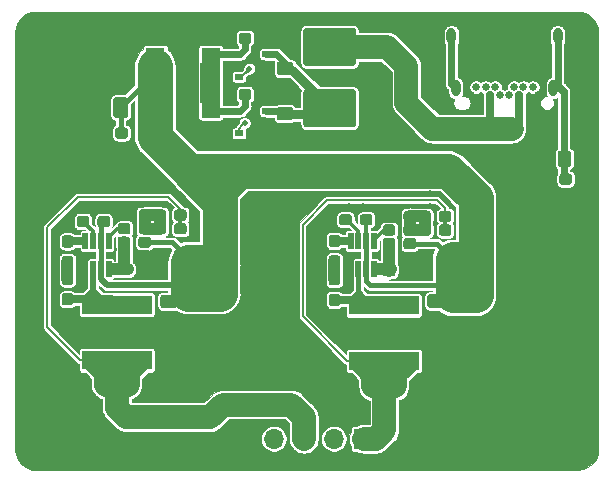
<source format=gbr>
G04 #@! TF.GenerationSoftware,KiCad,Pcbnew,(5.1.5)-3*
G04 #@! TF.CreationDate,2020-04-20T22:46:26+08:00*
G04 #@! TF.ProjectId,ptboard,7074626f-6172-4642-9e6b-696361645f70,rev?*
G04 #@! TF.SameCoordinates,PX2349340PY4b0dde0*
G04 #@! TF.FileFunction,Copper,L2,Bot*
G04 #@! TF.FilePolarity,Positive*
%FSLAX46Y46*%
G04 Gerber Fmt 4.6, Leading zero omitted, Abs format (unit mm)*
G04 Created by KiCad (PCBNEW (5.1.5)-3) date 2020-04-20 22:46:26*
%MOMM*%
%LPD*%
G04 APERTURE LIST*
G04 #@! TA.AperFunction,SMDPad,CuDef*
%ADD10C,0.100000*%
G04 #@! TD*
G04 #@! TA.AperFunction,ComponentPad*
%ADD11O,1.700000X1.700000*%
G04 #@! TD*
G04 #@! TA.AperFunction,ComponentPad*
%ADD12R,1.700000X1.700000*%
G04 #@! TD*
G04 #@! TA.AperFunction,ComponentPad*
%ADD13O,0.800000X1.400000*%
G04 #@! TD*
G04 #@! TA.AperFunction,ComponentPad*
%ADD14C,0.650000*%
G04 #@! TD*
G04 #@! TA.AperFunction,SMDPad,CuDef*
%ADD15R,1.600000X5.900000*%
G04 #@! TD*
G04 #@! TA.AperFunction,SMDPad,CuDef*
%ADD16R,5.900000X1.600000*%
G04 #@! TD*
G04 #@! TA.AperFunction,SMDPad,CuDef*
%ADD17R,0.490000X1.340000*%
G04 #@! TD*
G04 #@! TA.AperFunction,SMDPad,CuDef*
%ADD18R,0.700000X0.510000*%
G04 #@! TD*
G04 #@! TA.AperFunction,ViaPad*
%ADD19C,0.500000*%
G04 #@! TD*
G04 #@! TA.AperFunction,ViaPad*
%ADD20C,4.000000*%
G04 #@! TD*
G04 #@! TA.AperFunction,ViaPad*
%ADD21C,0.600000*%
G04 #@! TD*
G04 #@! TA.AperFunction,Conductor*
%ADD22C,0.150000*%
G04 #@! TD*
G04 #@! TA.AperFunction,Conductor*
%ADD23C,0.450000*%
G04 #@! TD*
G04 #@! TA.AperFunction,Conductor*
%ADD24C,0.300000*%
G04 #@! TD*
G04 #@! TA.AperFunction,Conductor*
%ADD25C,3.000000*%
G04 #@! TD*
G04 #@! TA.AperFunction,Conductor*
%ADD26C,0.520000*%
G04 #@! TD*
G04 #@! TA.AperFunction,Conductor*
%ADD27C,1.000000*%
G04 #@! TD*
G04 #@! TA.AperFunction,Conductor*
%ADD28C,2.000000*%
G04 #@! TD*
G04 #@! TA.AperFunction,Conductor*
%ADD29C,0.700000*%
G04 #@! TD*
G04 #@! TA.AperFunction,Conductor*
%ADD30C,0.600000*%
G04 #@! TD*
G04 #@! TA.AperFunction,Conductor*
%ADD31C,0.750000*%
G04 #@! TD*
G04 #@! TA.AperFunction,Conductor*
%ADD32C,0.800000*%
G04 #@! TD*
G04 #@! TA.AperFunction,Conductor*
%ADD33C,0.500000*%
G04 #@! TD*
G04 #@! TA.AperFunction,Conductor*
%ADD34C,0.100000*%
G04 #@! TD*
G04 #@! TA.AperFunction,Conductor*
%ADD35C,0.025400*%
G04 #@! TD*
G04 APERTURE END LIST*
G04 #@! TA.AperFunction,SMDPad,CuDef*
D10*
G04 #@! TO.P,D1,2*
G04 #@! TO.N,GND*
G36*
X6799504Y31823796D02*
G01*
X6823773Y31820196D01*
X6847571Y31814235D01*
X6870671Y31805970D01*
X6892849Y31795480D01*
X6913893Y31782867D01*
X6933598Y31768253D01*
X6951777Y31751777D01*
X6968253Y31733598D01*
X6982867Y31713893D01*
X6995480Y31692849D01*
X7005970Y31670671D01*
X7014235Y31647571D01*
X7020196Y31623773D01*
X7023796Y31599504D01*
X7025000Y31575000D01*
X7025000Y30325000D01*
X7023796Y30300496D01*
X7020196Y30276227D01*
X7014235Y30252429D01*
X7005970Y30229329D01*
X6995480Y30207151D01*
X6982867Y30186107D01*
X6968253Y30166402D01*
X6951777Y30148223D01*
X6933598Y30131747D01*
X6913893Y30117133D01*
X6892849Y30104520D01*
X6870671Y30094030D01*
X6847571Y30085765D01*
X6823773Y30079804D01*
X6799504Y30076204D01*
X6775000Y30075000D01*
X6025000Y30075000D01*
X6000496Y30076204D01*
X5976227Y30079804D01*
X5952429Y30085765D01*
X5929329Y30094030D01*
X5907151Y30104520D01*
X5886107Y30117133D01*
X5866402Y30131747D01*
X5848223Y30148223D01*
X5831747Y30166402D01*
X5817133Y30186107D01*
X5804520Y30207151D01*
X5794030Y30229329D01*
X5785765Y30252429D01*
X5779804Y30276227D01*
X5776204Y30300496D01*
X5775000Y30325000D01*
X5775000Y31575000D01*
X5776204Y31599504D01*
X5779804Y31623773D01*
X5785765Y31647571D01*
X5794030Y31670671D01*
X5804520Y31692849D01*
X5817133Y31713893D01*
X5831747Y31733598D01*
X5848223Y31751777D01*
X5866402Y31768253D01*
X5886107Y31782867D01*
X5907151Y31795480D01*
X5929329Y31805970D01*
X5952429Y31814235D01*
X5976227Y31820196D01*
X6000496Y31823796D01*
X6025000Y31825000D01*
X6775000Y31825000D01*
X6799504Y31823796D01*
G37*
G04 #@! TD.AperFunction*
G04 #@! TA.AperFunction,SMDPad,CuDef*
G04 #@! TO.P,D1,1*
G04 #@! TO.N,+5V*
G36*
X9599504Y31823796D02*
G01*
X9623773Y31820196D01*
X9647571Y31814235D01*
X9670671Y31805970D01*
X9692849Y31795480D01*
X9713893Y31782867D01*
X9733598Y31768253D01*
X9751777Y31751777D01*
X9768253Y31733598D01*
X9782867Y31713893D01*
X9795480Y31692849D01*
X9805970Y31670671D01*
X9814235Y31647571D01*
X9820196Y31623773D01*
X9823796Y31599504D01*
X9825000Y31575000D01*
X9825000Y30325000D01*
X9823796Y30300496D01*
X9820196Y30276227D01*
X9814235Y30252429D01*
X9805970Y30229329D01*
X9795480Y30207151D01*
X9782867Y30186107D01*
X9768253Y30166402D01*
X9751777Y30148223D01*
X9733598Y30131747D01*
X9713893Y30117133D01*
X9692849Y30104520D01*
X9670671Y30094030D01*
X9647571Y30085765D01*
X9623773Y30079804D01*
X9599504Y30076204D01*
X9575000Y30075000D01*
X8825000Y30075000D01*
X8800496Y30076204D01*
X8776227Y30079804D01*
X8752429Y30085765D01*
X8729329Y30094030D01*
X8707151Y30104520D01*
X8686107Y30117133D01*
X8666402Y30131747D01*
X8648223Y30148223D01*
X8631747Y30166402D01*
X8617133Y30186107D01*
X8604520Y30207151D01*
X8594030Y30229329D01*
X8585765Y30252429D01*
X8579804Y30276227D01*
X8576204Y30300496D01*
X8575000Y30325000D01*
X8575000Y31575000D01*
X8576204Y31599504D01*
X8579804Y31623773D01*
X8585765Y31647571D01*
X8594030Y31670671D01*
X8604520Y31692849D01*
X8617133Y31713893D01*
X8631747Y31733598D01*
X8648223Y31751777D01*
X8666402Y31768253D01*
X8686107Y31782867D01*
X8707151Y31795480D01*
X8729329Y31805970D01*
X8752429Y31814235D01*
X8776227Y31820196D01*
X8800496Y31823796D01*
X8825000Y31825000D01*
X9575000Y31825000D01*
X9599504Y31823796D01*
G37*
G04 #@! TD.AperFunction*
G04 #@! TD*
D11*
G04 #@! TO.P,J3,4*
G04 #@! TO.N,+3V3*
X22180000Y2900000D03*
G04 #@! TO.P,J3,3*
G04 #@! TO.N,+2V5*
X24720000Y2900000D03*
G04 #@! TO.P,J3,2*
G04 #@! TO.N,+1V5*
X27260000Y2900000D03*
D12*
G04 #@! TO.P,J3,1*
G04 #@! TO.N,+1V2*
X29800000Y2900000D03*
G04 #@! TD*
D13*
G04 #@! TO.P,J1,S1*
G04 #@! TO.N,Net-(C6-Pad1)*
X45830000Y32590000D03*
X37570000Y32590000D03*
X37210000Y36980000D03*
X46190000Y36980000D03*
D14*
G04 #@! TO.P,J1,B1*
G04 #@! TO.N,GND*
X38900000Y31990000D03*
G04 #@! TO.P,J1,B4*
G04 #@! TO.N,Net-(F1-Pad2)*
X40500000Y31990000D03*
G04 #@! TO.P,J1,B6*
G04 #@! TO.N,/B6*
X41300000Y31990000D03*
G04 #@! TO.P,J1,B7*
G04 #@! TO.N,/B7*
X42100000Y31990000D03*
G04 #@! TO.P,J1,B9*
G04 #@! TO.N,Net-(F1-Pad2)*
X42900000Y31990000D03*
G04 #@! TO.P,J1,B12*
G04 #@! TO.N,GND*
X44500000Y31990000D03*
G04 #@! TO.P,J1,B2*
G04 #@! TO.N,/B2*
X39300000Y32690000D03*
G04 #@! TO.P,J1,B3*
G04 #@! TO.N,/B3*
X40100000Y32690000D03*
G04 #@! TO.P,J1,B5*
G04 #@! TO.N,/B5*
X40900000Y32690000D03*
G04 #@! TO.P,J1,B8*
G04 #@! TO.N,/B8*
X42500000Y32690000D03*
G04 #@! TO.P,J1,B10*
G04 #@! TO.N,/B10*
X43300000Y32690000D03*
G04 #@! TO.P,J1,B11*
G04 #@! TO.N,/B11*
X44100000Y32690000D03*
G04 #@! TD*
D15*
G04 #@! TO.P,L1,2*
G04 #@! TO.N,Net-(C1-Pad1)*
X16840000Y33060000D03*
G04 #@! TO.P,L1,1*
G04 #@! TO.N,+5V*
X12140000Y33060000D03*
G04 #@! TD*
D16*
G04 #@! TO.P,L6,2*
G04 #@! TO.N,+1V2*
X31485000Y9500000D03*
G04 #@! TO.P,L6,1*
G04 #@! TO.N,Net-(C24-Pad2)*
X31485000Y14200000D03*
G04 #@! TD*
G04 #@! TO.P,L4,2*
G04 #@! TO.N,+2V5*
X8880000Y9550000D03*
G04 #@! TO.P,L4,1*
G04 #@! TO.N,Net-(C8-Pad2)*
X8880000Y14250000D03*
G04 #@! TD*
G04 #@! TA.AperFunction,SMDPad,CuDef*
D10*
G04 #@! TO.P,C32,2*
G04 #@! TO.N,GND*
G36*
X28909505Y7918796D02*
G01*
X28933773Y7915196D01*
X28957572Y7909235D01*
X28980671Y7900970D01*
X29002850Y7890480D01*
X29023893Y7877868D01*
X29043599Y7863253D01*
X29061777Y7846777D01*
X29078253Y7828599D01*
X29092868Y7808893D01*
X29105480Y7787850D01*
X29115970Y7765671D01*
X29124235Y7742572D01*
X29130196Y7718773D01*
X29133796Y7694505D01*
X29135000Y7670001D01*
X29135000Y6769999D01*
X29133796Y6745495D01*
X29130196Y6721227D01*
X29124235Y6697428D01*
X29115970Y6674329D01*
X29105480Y6652150D01*
X29092868Y6631107D01*
X29078253Y6611401D01*
X29061777Y6593223D01*
X29043599Y6576747D01*
X29023893Y6562132D01*
X29002850Y6549520D01*
X28980671Y6539030D01*
X28957572Y6530765D01*
X28933773Y6524804D01*
X28909505Y6521204D01*
X28885001Y6520000D01*
X28234999Y6520000D01*
X28210495Y6521204D01*
X28186227Y6524804D01*
X28162428Y6530765D01*
X28139329Y6539030D01*
X28117150Y6549520D01*
X28096107Y6562132D01*
X28076401Y6576747D01*
X28058223Y6593223D01*
X28041747Y6611401D01*
X28027132Y6631107D01*
X28014520Y6652150D01*
X28004030Y6674329D01*
X27995765Y6697428D01*
X27989804Y6721227D01*
X27986204Y6745495D01*
X27985000Y6769999D01*
X27985000Y7670001D01*
X27986204Y7694505D01*
X27989804Y7718773D01*
X27995765Y7742572D01*
X28004030Y7765671D01*
X28014520Y7787850D01*
X28027132Y7808893D01*
X28041747Y7828599D01*
X28058223Y7846777D01*
X28076401Y7863253D01*
X28096107Y7877868D01*
X28117150Y7890480D01*
X28139329Y7900970D01*
X28162428Y7909235D01*
X28186227Y7915196D01*
X28210495Y7918796D01*
X28234999Y7920000D01*
X28885001Y7920000D01*
X28909505Y7918796D01*
G37*
G04 #@! TD.AperFunction*
G04 #@! TA.AperFunction,SMDPad,CuDef*
G04 #@! TO.P,C32,1*
G04 #@! TO.N,+1V2*
G36*
X30959505Y7918796D02*
G01*
X30983773Y7915196D01*
X31007572Y7909235D01*
X31030671Y7900970D01*
X31052850Y7890480D01*
X31073893Y7877868D01*
X31093599Y7863253D01*
X31111777Y7846777D01*
X31128253Y7828599D01*
X31142868Y7808893D01*
X31155480Y7787850D01*
X31165970Y7765671D01*
X31174235Y7742572D01*
X31180196Y7718773D01*
X31183796Y7694505D01*
X31185000Y7670001D01*
X31185000Y6769999D01*
X31183796Y6745495D01*
X31180196Y6721227D01*
X31174235Y6697428D01*
X31165970Y6674329D01*
X31155480Y6652150D01*
X31142868Y6631107D01*
X31128253Y6611401D01*
X31111777Y6593223D01*
X31093599Y6576747D01*
X31073893Y6562132D01*
X31052850Y6549520D01*
X31030671Y6539030D01*
X31007572Y6530765D01*
X30983773Y6524804D01*
X30959505Y6521204D01*
X30935001Y6520000D01*
X30284999Y6520000D01*
X30260495Y6521204D01*
X30236227Y6524804D01*
X30212428Y6530765D01*
X30189329Y6539030D01*
X30167150Y6549520D01*
X30146107Y6562132D01*
X30126401Y6576747D01*
X30108223Y6593223D01*
X30091747Y6611401D01*
X30077132Y6631107D01*
X30064520Y6652150D01*
X30054030Y6674329D01*
X30045765Y6697428D01*
X30039804Y6721227D01*
X30036204Y6745495D01*
X30035000Y6769999D01*
X30035000Y7670001D01*
X30036204Y7694505D01*
X30039804Y7718773D01*
X30045765Y7742572D01*
X30054030Y7765671D01*
X30064520Y7787850D01*
X30077132Y7808893D01*
X30091747Y7828599D01*
X30108223Y7846777D01*
X30126401Y7863253D01*
X30146107Y7877868D01*
X30167150Y7890480D01*
X30189329Y7900970D01*
X30212428Y7909235D01*
X30236227Y7915196D01*
X30260495Y7918796D01*
X30284999Y7920000D01*
X30935001Y7920000D01*
X30959505Y7918796D01*
G37*
G04 #@! TD.AperFunction*
G04 #@! TD*
G04 #@! TA.AperFunction,SMDPad,CuDef*
G04 #@! TO.P,C31,2*
G04 #@! TO.N,GND*
G36*
X34734505Y7918796D02*
G01*
X34758773Y7915196D01*
X34782572Y7909235D01*
X34805671Y7900970D01*
X34827850Y7890480D01*
X34848893Y7877868D01*
X34868599Y7863253D01*
X34886777Y7846777D01*
X34903253Y7828599D01*
X34917868Y7808893D01*
X34930480Y7787850D01*
X34940970Y7765671D01*
X34949235Y7742572D01*
X34955196Y7718773D01*
X34958796Y7694505D01*
X34960000Y7670001D01*
X34960000Y6769999D01*
X34958796Y6745495D01*
X34955196Y6721227D01*
X34949235Y6697428D01*
X34940970Y6674329D01*
X34930480Y6652150D01*
X34917868Y6631107D01*
X34903253Y6611401D01*
X34886777Y6593223D01*
X34868599Y6576747D01*
X34848893Y6562132D01*
X34827850Y6549520D01*
X34805671Y6539030D01*
X34782572Y6530765D01*
X34758773Y6524804D01*
X34734505Y6521204D01*
X34710001Y6520000D01*
X34059999Y6520000D01*
X34035495Y6521204D01*
X34011227Y6524804D01*
X33987428Y6530765D01*
X33964329Y6539030D01*
X33942150Y6549520D01*
X33921107Y6562132D01*
X33901401Y6576747D01*
X33883223Y6593223D01*
X33866747Y6611401D01*
X33852132Y6631107D01*
X33839520Y6652150D01*
X33829030Y6674329D01*
X33820765Y6697428D01*
X33814804Y6721227D01*
X33811204Y6745495D01*
X33810000Y6769999D01*
X33810000Y7670001D01*
X33811204Y7694505D01*
X33814804Y7718773D01*
X33820765Y7742572D01*
X33829030Y7765671D01*
X33839520Y7787850D01*
X33852132Y7808893D01*
X33866747Y7828599D01*
X33883223Y7846777D01*
X33901401Y7863253D01*
X33921107Y7877868D01*
X33942150Y7890480D01*
X33964329Y7900970D01*
X33987428Y7909235D01*
X34011227Y7915196D01*
X34035495Y7918796D01*
X34059999Y7920000D01*
X34710001Y7920000D01*
X34734505Y7918796D01*
G37*
G04 #@! TD.AperFunction*
G04 #@! TA.AperFunction,SMDPad,CuDef*
G04 #@! TO.P,C31,1*
G04 #@! TO.N,+1V2*
G36*
X32684505Y7918796D02*
G01*
X32708773Y7915196D01*
X32732572Y7909235D01*
X32755671Y7900970D01*
X32777850Y7890480D01*
X32798893Y7877868D01*
X32818599Y7863253D01*
X32836777Y7846777D01*
X32853253Y7828599D01*
X32867868Y7808893D01*
X32880480Y7787850D01*
X32890970Y7765671D01*
X32899235Y7742572D01*
X32905196Y7718773D01*
X32908796Y7694505D01*
X32910000Y7670001D01*
X32910000Y6769999D01*
X32908796Y6745495D01*
X32905196Y6721227D01*
X32899235Y6697428D01*
X32890970Y6674329D01*
X32880480Y6652150D01*
X32867868Y6631107D01*
X32853253Y6611401D01*
X32836777Y6593223D01*
X32818599Y6576747D01*
X32798893Y6562132D01*
X32777850Y6549520D01*
X32755671Y6539030D01*
X32732572Y6530765D01*
X32708773Y6524804D01*
X32684505Y6521204D01*
X32660001Y6520000D01*
X32009999Y6520000D01*
X31985495Y6521204D01*
X31961227Y6524804D01*
X31937428Y6530765D01*
X31914329Y6539030D01*
X31892150Y6549520D01*
X31871107Y6562132D01*
X31851401Y6576747D01*
X31833223Y6593223D01*
X31816747Y6611401D01*
X31802132Y6631107D01*
X31789520Y6652150D01*
X31779030Y6674329D01*
X31770765Y6697428D01*
X31764804Y6721227D01*
X31761204Y6745495D01*
X31760000Y6769999D01*
X31760000Y7670001D01*
X31761204Y7694505D01*
X31764804Y7718773D01*
X31770765Y7742572D01*
X31779030Y7765671D01*
X31789520Y7787850D01*
X31802132Y7808893D01*
X31816747Y7828599D01*
X31833223Y7846777D01*
X31851401Y7863253D01*
X31871107Y7877868D01*
X31892150Y7890480D01*
X31914329Y7900970D01*
X31937428Y7909235D01*
X31961227Y7915196D01*
X31985495Y7918796D01*
X32009999Y7920000D01*
X32660001Y7920000D01*
X32684505Y7918796D01*
G37*
G04 #@! TD.AperFunction*
G04 #@! TD*
G04 #@! TA.AperFunction,SMDPad,CuDef*
G04 #@! TO.P,C27,2*
G04 #@! TO.N,GND*
G36*
X36334505Y13088796D02*
G01*
X36358773Y13085196D01*
X36382572Y13079235D01*
X36405671Y13070970D01*
X36427850Y13060480D01*
X36448893Y13047868D01*
X36468599Y13033253D01*
X36486777Y13016777D01*
X36503253Y12998599D01*
X36517868Y12978893D01*
X36530480Y12957850D01*
X36540970Y12935671D01*
X36549235Y12912572D01*
X36555196Y12888773D01*
X36558796Y12864505D01*
X36560000Y12840001D01*
X36560000Y12189999D01*
X36558796Y12165495D01*
X36555196Y12141227D01*
X36549235Y12117428D01*
X36540970Y12094329D01*
X36530480Y12072150D01*
X36517868Y12051107D01*
X36503253Y12031401D01*
X36486777Y12013223D01*
X36468599Y11996747D01*
X36448893Y11982132D01*
X36427850Y11969520D01*
X36405671Y11959030D01*
X36382572Y11950765D01*
X36358773Y11944804D01*
X36334505Y11941204D01*
X36310001Y11940000D01*
X35409999Y11940000D01*
X35385495Y11941204D01*
X35361227Y11944804D01*
X35337428Y11950765D01*
X35314329Y11959030D01*
X35292150Y11969520D01*
X35271107Y11982132D01*
X35251401Y11996747D01*
X35233223Y12013223D01*
X35216747Y12031401D01*
X35202132Y12051107D01*
X35189520Y12072150D01*
X35179030Y12094329D01*
X35170765Y12117428D01*
X35164804Y12141227D01*
X35161204Y12165495D01*
X35160000Y12189999D01*
X35160000Y12840001D01*
X35161204Y12864505D01*
X35164804Y12888773D01*
X35170765Y12912572D01*
X35179030Y12935671D01*
X35189520Y12957850D01*
X35202132Y12978893D01*
X35216747Y12998599D01*
X35233223Y13016777D01*
X35251401Y13033253D01*
X35271107Y13047868D01*
X35292150Y13060480D01*
X35314329Y13070970D01*
X35337428Y13079235D01*
X35361227Y13085196D01*
X35385495Y13088796D01*
X35409999Y13090000D01*
X36310001Y13090000D01*
X36334505Y13088796D01*
G37*
G04 #@! TD.AperFunction*
G04 #@! TA.AperFunction,SMDPad,CuDef*
G04 #@! TO.P,C27,1*
G04 #@! TO.N,+5V*
G36*
X36334505Y15138796D02*
G01*
X36358773Y15135196D01*
X36382572Y15129235D01*
X36405671Y15120970D01*
X36427850Y15110480D01*
X36448893Y15097868D01*
X36468599Y15083253D01*
X36486777Y15066777D01*
X36503253Y15048599D01*
X36517868Y15028893D01*
X36530480Y15007850D01*
X36540970Y14985671D01*
X36549235Y14962572D01*
X36555196Y14938773D01*
X36558796Y14914505D01*
X36560000Y14890001D01*
X36560000Y14239999D01*
X36558796Y14215495D01*
X36555196Y14191227D01*
X36549235Y14167428D01*
X36540970Y14144329D01*
X36530480Y14122150D01*
X36517868Y14101107D01*
X36503253Y14081401D01*
X36486777Y14063223D01*
X36468599Y14046747D01*
X36448893Y14032132D01*
X36427850Y14019520D01*
X36405671Y14009030D01*
X36382572Y14000765D01*
X36358773Y13994804D01*
X36334505Y13991204D01*
X36310001Y13990000D01*
X35409999Y13990000D01*
X35385495Y13991204D01*
X35361227Y13994804D01*
X35337428Y14000765D01*
X35314329Y14009030D01*
X35292150Y14019520D01*
X35271107Y14032132D01*
X35251401Y14046747D01*
X35233223Y14063223D01*
X35216747Y14081401D01*
X35202132Y14101107D01*
X35189520Y14122150D01*
X35179030Y14144329D01*
X35170765Y14167428D01*
X35164804Y14191227D01*
X35161204Y14215495D01*
X35160000Y14239999D01*
X35160000Y14890001D01*
X35161204Y14914505D01*
X35164804Y14938773D01*
X35170765Y14962572D01*
X35179030Y14985671D01*
X35189520Y15007850D01*
X35202132Y15028893D01*
X35216747Y15048599D01*
X35233223Y15066777D01*
X35251401Y15083253D01*
X35271107Y15097868D01*
X35292150Y15110480D01*
X35314329Y15120970D01*
X35337428Y15129235D01*
X35361227Y15135196D01*
X35385495Y15138796D01*
X35409999Y15140000D01*
X36310001Y15140000D01*
X36334505Y15138796D01*
G37*
G04 #@! TD.AperFunction*
G04 #@! TD*
G04 #@! TA.AperFunction,SMDPad,CuDef*
G04 #@! TO.P,C16,2*
G04 #@! TO.N,GND*
G36*
X12134505Y7968796D02*
G01*
X12158773Y7965196D01*
X12182572Y7959235D01*
X12205671Y7950970D01*
X12227850Y7940480D01*
X12248893Y7927868D01*
X12268599Y7913253D01*
X12286777Y7896777D01*
X12303253Y7878599D01*
X12317868Y7858893D01*
X12330480Y7837850D01*
X12340970Y7815671D01*
X12349235Y7792572D01*
X12355196Y7768773D01*
X12358796Y7744505D01*
X12360000Y7720001D01*
X12360000Y6819999D01*
X12358796Y6795495D01*
X12355196Y6771227D01*
X12349235Y6747428D01*
X12340970Y6724329D01*
X12330480Y6702150D01*
X12317868Y6681107D01*
X12303253Y6661401D01*
X12286777Y6643223D01*
X12268599Y6626747D01*
X12248893Y6612132D01*
X12227850Y6599520D01*
X12205671Y6589030D01*
X12182572Y6580765D01*
X12158773Y6574804D01*
X12134505Y6571204D01*
X12110001Y6570000D01*
X11459999Y6570000D01*
X11435495Y6571204D01*
X11411227Y6574804D01*
X11387428Y6580765D01*
X11364329Y6589030D01*
X11342150Y6599520D01*
X11321107Y6612132D01*
X11301401Y6626747D01*
X11283223Y6643223D01*
X11266747Y6661401D01*
X11252132Y6681107D01*
X11239520Y6702150D01*
X11229030Y6724329D01*
X11220765Y6747428D01*
X11214804Y6771227D01*
X11211204Y6795495D01*
X11210000Y6819999D01*
X11210000Y7720001D01*
X11211204Y7744505D01*
X11214804Y7768773D01*
X11220765Y7792572D01*
X11229030Y7815671D01*
X11239520Y7837850D01*
X11252132Y7858893D01*
X11266747Y7878599D01*
X11283223Y7896777D01*
X11301401Y7913253D01*
X11321107Y7927868D01*
X11342150Y7940480D01*
X11364329Y7950970D01*
X11387428Y7959235D01*
X11411227Y7965196D01*
X11435495Y7968796D01*
X11459999Y7970000D01*
X12110001Y7970000D01*
X12134505Y7968796D01*
G37*
G04 #@! TD.AperFunction*
G04 #@! TA.AperFunction,SMDPad,CuDef*
G04 #@! TO.P,C16,1*
G04 #@! TO.N,+2V5*
G36*
X10084505Y7968796D02*
G01*
X10108773Y7965196D01*
X10132572Y7959235D01*
X10155671Y7950970D01*
X10177850Y7940480D01*
X10198893Y7927868D01*
X10218599Y7913253D01*
X10236777Y7896777D01*
X10253253Y7878599D01*
X10267868Y7858893D01*
X10280480Y7837850D01*
X10290970Y7815671D01*
X10299235Y7792572D01*
X10305196Y7768773D01*
X10308796Y7744505D01*
X10310000Y7720001D01*
X10310000Y6819999D01*
X10308796Y6795495D01*
X10305196Y6771227D01*
X10299235Y6747428D01*
X10290970Y6724329D01*
X10280480Y6702150D01*
X10267868Y6681107D01*
X10253253Y6661401D01*
X10236777Y6643223D01*
X10218599Y6626747D01*
X10198893Y6612132D01*
X10177850Y6599520D01*
X10155671Y6589030D01*
X10132572Y6580765D01*
X10108773Y6574804D01*
X10084505Y6571204D01*
X10060001Y6570000D01*
X9409999Y6570000D01*
X9385495Y6571204D01*
X9361227Y6574804D01*
X9337428Y6580765D01*
X9314329Y6589030D01*
X9292150Y6599520D01*
X9271107Y6612132D01*
X9251401Y6626747D01*
X9233223Y6643223D01*
X9216747Y6661401D01*
X9202132Y6681107D01*
X9189520Y6702150D01*
X9179030Y6724329D01*
X9170765Y6747428D01*
X9164804Y6771227D01*
X9161204Y6795495D01*
X9160000Y6819999D01*
X9160000Y7720001D01*
X9161204Y7744505D01*
X9164804Y7768773D01*
X9170765Y7792572D01*
X9179030Y7815671D01*
X9189520Y7837850D01*
X9202132Y7858893D01*
X9216747Y7878599D01*
X9233223Y7896777D01*
X9251401Y7913253D01*
X9271107Y7927868D01*
X9292150Y7940480D01*
X9314329Y7950970D01*
X9337428Y7959235D01*
X9361227Y7965196D01*
X9385495Y7968796D01*
X9409999Y7970000D01*
X10060001Y7970000D01*
X10084505Y7968796D01*
G37*
G04 #@! TD.AperFunction*
G04 #@! TD*
G04 #@! TA.AperFunction,SMDPad,CuDef*
G04 #@! TO.P,C15,2*
G04 #@! TO.N,GND*
G36*
X6314505Y7968796D02*
G01*
X6338773Y7965196D01*
X6362572Y7959235D01*
X6385671Y7950970D01*
X6407850Y7940480D01*
X6428893Y7927868D01*
X6448599Y7913253D01*
X6466777Y7896777D01*
X6483253Y7878599D01*
X6497868Y7858893D01*
X6510480Y7837850D01*
X6520970Y7815671D01*
X6529235Y7792572D01*
X6535196Y7768773D01*
X6538796Y7744505D01*
X6540000Y7720001D01*
X6540000Y6819999D01*
X6538796Y6795495D01*
X6535196Y6771227D01*
X6529235Y6747428D01*
X6520970Y6724329D01*
X6510480Y6702150D01*
X6497868Y6681107D01*
X6483253Y6661401D01*
X6466777Y6643223D01*
X6448599Y6626747D01*
X6428893Y6612132D01*
X6407850Y6599520D01*
X6385671Y6589030D01*
X6362572Y6580765D01*
X6338773Y6574804D01*
X6314505Y6571204D01*
X6290001Y6570000D01*
X5639999Y6570000D01*
X5615495Y6571204D01*
X5591227Y6574804D01*
X5567428Y6580765D01*
X5544329Y6589030D01*
X5522150Y6599520D01*
X5501107Y6612132D01*
X5481401Y6626747D01*
X5463223Y6643223D01*
X5446747Y6661401D01*
X5432132Y6681107D01*
X5419520Y6702150D01*
X5409030Y6724329D01*
X5400765Y6747428D01*
X5394804Y6771227D01*
X5391204Y6795495D01*
X5390000Y6819999D01*
X5390000Y7720001D01*
X5391204Y7744505D01*
X5394804Y7768773D01*
X5400765Y7792572D01*
X5409030Y7815671D01*
X5419520Y7837850D01*
X5432132Y7858893D01*
X5446747Y7878599D01*
X5463223Y7896777D01*
X5481401Y7913253D01*
X5501107Y7927868D01*
X5522150Y7940480D01*
X5544329Y7950970D01*
X5567428Y7959235D01*
X5591227Y7965196D01*
X5615495Y7968796D01*
X5639999Y7970000D01*
X6290001Y7970000D01*
X6314505Y7968796D01*
G37*
G04 #@! TD.AperFunction*
G04 #@! TA.AperFunction,SMDPad,CuDef*
G04 #@! TO.P,C15,1*
G04 #@! TO.N,+2V5*
G36*
X8364505Y7968796D02*
G01*
X8388773Y7965196D01*
X8412572Y7959235D01*
X8435671Y7950970D01*
X8457850Y7940480D01*
X8478893Y7927868D01*
X8498599Y7913253D01*
X8516777Y7896777D01*
X8533253Y7878599D01*
X8547868Y7858893D01*
X8560480Y7837850D01*
X8570970Y7815671D01*
X8579235Y7792572D01*
X8585196Y7768773D01*
X8588796Y7744505D01*
X8590000Y7720001D01*
X8590000Y6819999D01*
X8588796Y6795495D01*
X8585196Y6771227D01*
X8579235Y6747428D01*
X8570970Y6724329D01*
X8560480Y6702150D01*
X8547868Y6681107D01*
X8533253Y6661401D01*
X8516777Y6643223D01*
X8498599Y6626747D01*
X8478893Y6612132D01*
X8457850Y6599520D01*
X8435671Y6589030D01*
X8412572Y6580765D01*
X8388773Y6574804D01*
X8364505Y6571204D01*
X8340001Y6570000D01*
X7689999Y6570000D01*
X7665495Y6571204D01*
X7641227Y6574804D01*
X7617428Y6580765D01*
X7594329Y6589030D01*
X7572150Y6599520D01*
X7551107Y6612132D01*
X7531401Y6626747D01*
X7513223Y6643223D01*
X7496747Y6661401D01*
X7482132Y6681107D01*
X7469520Y6702150D01*
X7459030Y6724329D01*
X7450765Y6747428D01*
X7444804Y6771227D01*
X7441204Y6795495D01*
X7440000Y6819999D01*
X7440000Y7720001D01*
X7441204Y7744505D01*
X7444804Y7768773D01*
X7450765Y7792572D01*
X7459030Y7815671D01*
X7469520Y7837850D01*
X7482132Y7858893D01*
X7496747Y7878599D01*
X7513223Y7896777D01*
X7531401Y7913253D01*
X7551107Y7927868D01*
X7572150Y7940480D01*
X7594329Y7950970D01*
X7617428Y7959235D01*
X7641227Y7965196D01*
X7665495Y7968796D01*
X7689999Y7970000D01*
X8340001Y7970000D01*
X8364505Y7968796D01*
G37*
G04 #@! TD.AperFunction*
G04 #@! TD*
G04 #@! TA.AperFunction,SMDPad,CuDef*
G04 #@! TO.P,C11,2*
G04 #@! TO.N,GND*
G36*
X13734505Y13068796D02*
G01*
X13758773Y13065196D01*
X13782572Y13059235D01*
X13805671Y13050970D01*
X13827850Y13040480D01*
X13848893Y13027868D01*
X13868599Y13013253D01*
X13886777Y12996777D01*
X13903253Y12978599D01*
X13917868Y12958893D01*
X13930480Y12937850D01*
X13940970Y12915671D01*
X13949235Y12892572D01*
X13955196Y12868773D01*
X13958796Y12844505D01*
X13960000Y12820001D01*
X13960000Y12169999D01*
X13958796Y12145495D01*
X13955196Y12121227D01*
X13949235Y12097428D01*
X13940970Y12074329D01*
X13930480Y12052150D01*
X13917868Y12031107D01*
X13903253Y12011401D01*
X13886777Y11993223D01*
X13868599Y11976747D01*
X13848893Y11962132D01*
X13827850Y11949520D01*
X13805671Y11939030D01*
X13782572Y11930765D01*
X13758773Y11924804D01*
X13734505Y11921204D01*
X13710001Y11920000D01*
X12809999Y11920000D01*
X12785495Y11921204D01*
X12761227Y11924804D01*
X12737428Y11930765D01*
X12714329Y11939030D01*
X12692150Y11949520D01*
X12671107Y11962132D01*
X12651401Y11976747D01*
X12633223Y11993223D01*
X12616747Y12011401D01*
X12602132Y12031107D01*
X12589520Y12052150D01*
X12579030Y12074329D01*
X12570765Y12097428D01*
X12564804Y12121227D01*
X12561204Y12145495D01*
X12560000Y12169999D01*
X12560000Y12820001D01*
X12561204Y12844505D01*
X12564804Y12868773D01*
X12570765Y12892572D01*
X12579030Y12915671D01*
X12589520Y12937850D01*
X12602132Y12958893D01*
X12616747Y12978599D01*
X12633223Y12996777D01*
X12651401Y13013253D01*
X12671107Y13027868D01*
X12692150Y13040480D01*
X12714329Y13050970D01*
X12737428Y13059235D01*
X12761227Y13065196D01*
X12785495Y13068796D01*
X12809999Y13070000D01*
X13710001Y13070000D01*
X13734505Y13068796D01*
G37*
G04 #@! TD.AperFunction*
G04 #@! TA.AperFunction,SMDPad,CuDef*
G04 #@! TO.P,C11,1*
G04 #@! TO.N,+5V*
G36*
X13734505Y15118796D02*
G01*
X13758773Y15115196D01*
X13782572Y15109235D01*
X13805671Y15100970D01*
X13827850Y15090480D01*
X13848893Y15077868D01*
X13868599Y15063253D01*
X13886777Y15046777D01*
X13903253Y15028599D01*
X13917868Y15008893D01*
X13930480Y14987850D01*
X13940970Y14965671D01*
X13949235Y14942572D01*
X13955196Y14918773D01*
X13958796Y14894505D01*
X13960000Y14870001D01*
X13960000Y14219999D01*
X13958796Y14195495D01*
X13955196Y14171227D01*
X13949235Y14147428D01*
X13940970Y14124329D01*
X13930480Y14102150D01*
X13917868Y14081107D01*
X13903253Y14061401D01*
X13886777Y14043223D01*
X13868599Y14026747D01*
X13848893Y14012132D01*
X13827850Y13999520D01*
X13805671Y13989030D01*
X13782572Y13980765D01*
X13758773Y13974804D01*
X13734505Y13971204D01*
X13710001Y13970000D01*
X12809999Y13970000D01*
X12785495Y13971204D01*
X12761227Y13974804D01*
X12737428Y13980765D01*
X12714329Y13989030D01*
X12692150Y13999520D01*
X12671107Y14012132D01*
X12651401Y14026747D01*
X12633223Y14043223D01*
X12616747Y14061401D01*
X12602132Y14081107D01*
X12589520Y14102150D01*
X12579030Y14124329D01*
X12570765Y14147428D01*
X12564804Y14171227D01*
X12561204Y14195495D01*
X12560000Y14219999D01*
X12560000Y14870001D01*
X12561204Y14894505D01*
X12564804Y14918773D01*
X12570765Y14942572D01*
X12579030Y14965671D01*
X12589520Y14987850D01*
X12602132Y15008893D01*
X12616747Y15028599D01*
X12633223Y15046777D01*
X12651401Y15063253D01*
X12671107Y15077868D01*
X12692150Y15090480D01*
X12714329Y15100970D01*
X12737428Y15109235D01*
X12761227Y15115196D01*
X12785495Y15118796D01*
X12809999Y15120000D01*
X13710001Y15120000D01*
X13734505Y15118796D01*
G37*
G04 #@! TD.AperFunction*
G04 #@! TD*
G04 #@! TA.AperFunction,SMDPad,CuDef*
G04 #@! TO.P,C5,2*
G04 #@! TO.N,GND*
G36*
X23574505Y32798796D02*
G01*
X23598773Y32795196D01*
X23622572Y32789235D01*
X23645671Y32780970D01*
X23667850Y32770480D01*
X23688893Y32757868D01*
X23708599Y32743253D01*
X23726777Y32726777D01*
X23743253Y32708599D01*
X23757868Y32688893D01*
X23770480Y32667850D01*
X23780970Y32645671D01*
X23789235Y32622572D01*
X23795196Y32598773D01*
X23798796Y32574505D01*
X23800000Y32550001D01*
X23800000Y31899999D01*
X23798796Y31875495D01*
X23795196Y31851227D01*
X23789235Y31827428D01*
X23780970Y31804329D01*
X23770480Y31782150D01*
X23757868Y31761107D01*
X23743253Y31741401D01*
X23726777Y31723223D01*
X23708599Y31706747D01*
X23688893Y31692132D01*
X23667850Y31679520D01*
X23645671Y31669030D01*
X23622572Y31660765D01*
X23598773Y31654804D01*
X23574505Y31651204D01*
X23550001Y31650000D01*
X22649999Y31650000D01*
X22625495Y31651204D01*
X22601227Y31654804D01*
X22577428Y31660765D01*
X22554329Y31669030D01*
X22532150Y31679520D01*
X22511107Y31692132D01*
X22491401Y31706747D01*
X22473223Y31723223D01*
X22456747Y31741401D01*
X22442132Y31761107D01*
X22429520Y31782150D01*
X22419030Y31804329D01*
X22410765Y31827428D01*
X22404804Y31851227D01*
X22401204Y31875495D01*
X22400000Y31899999D01*
X22400000Y32550001D01*
X22401204Y32574505D01*
X22404804Y32598773D01*
X22410765Y32622572D01*
X22419030Y32645671D01*
X22429520Y32667850D01*
X22442132Y32688893D01*
X22456747Y32708599D01*
X22473223Y32726777D01*
X22491401Y32743253D01*
X22511107Y32757868D01*
X22532150Y32770480D01*
X22554329Y32780970D01*
X22577428Y32789235D01*
X22601227Y32795196D01*
X22625495Y32798796D01*
X22649999Y32800000D01*
X23550001Y32800000D01*
X23574505Y32798796D01*
G37*
G04 #@! TD.AperFunction*
G04 #@! TA.AperFunction,SMDPad,CuDef*
G04 #@! TO.P,C5,1*
G04 #@! TO.N,Net-(C2-Pad1)*
G36*
X23574505Y34848796D02*
G01*
X23598773Y34845196D01*
X23622572Y34839235D01*
X23645671Y34830970D01*
X23667850Y34820480D01*
X23688893Y34807868D01*
X23708599Y34793253D01*
X23726777Y34776777D01*
X23743253Y34758599D01*
X23757868Y34738893D01*
X23770480Y34717850D01*
X23780970Y34695671D01*
X23789235Y34672572D01*
X23795196Y34648773D01*
X23798796Y34624505D01*
X23800000Y34600001D01*
X23800000Y33949999D01*
X23798796Y33925495D01*
X23795196Y33901227D01*
X23789235Y33877428D01*
X23780970Y33854329D01*
X23770480Y33832150D01*
X23757868Y33811107D01*
X23743253Y33791401D01*
X23726777Y33773223D01*
X23708599Y33756747D01*
X23688893Y33742132D01*
X23667850Y33729520D01*
X23645671Y33719030D01*
X23622572Y33710765D01*
X23598773Y33704804D01*
X23574505Y33701204D01*
X23550001Y33700000D01*
X22649999Y33700000D01*
X22625495Y33701204D01*
X22601227Y33704804D01*
X22577428Y33710765D01*
X22554329Y33719030D01*
X22532150Y33729520D01*
X22511107Y33742132D01*
X22491401Y33756747D01*
X22473223Y33773223D01*
X22456747Y33791401D01*
X22442132Y33811107D01*
X22429520Y33832150D01*
X22419030Y33854329D01*
X22410765Y33877428D01*
X22404804Y33901227D01*
X22401204Y33925495D01*
X22400000Y33949999D01*
X22400000Y34600001D01*
X22401204Y34624505D01*
X22404804Y34648773D01*
X22410765Y34672572D01*
X22419030Y34695671D01*
X22429520Y34717850D01*
X22442132Y34738893D01*
X22456747Y34758599D01*
X22473223Y34776777D01*
X22491401Y34793253D01*
X22511107Y34807868D01*
X22532150Y34820480D01*
X22554329Y34830970D01*
X22577428Y34839235D01*
X22601227Y34845196D01*
X22625495Y34848796D01*
X22649999Y34850000D01*
X23550001Y34850000D01*
X23574505Y34848796D01*
G37*
G04 #@! TD.AperFunction*
G04 #@! TD*
G04 #@! TA.AperFunction,SMDPad,CuDef*
G04 #@! TO.P,C2,2*
G04 #@! TO.N,GND*
G36*
X23574505Y28968796D02*
G01*
X23598773Y28965196D01*
X23622572Y28959235D01*
X23645671Y28950970D01*
X23667850Y28940480D01*
X23688893Y28927868D01*
X23708599Y28913253D01*
X23726777Y28896777D01*
X23743253Y28878599D01*
X23757868Y28858893D01*
X23770480Y28837850D01*
X23780970Y28815671D01*
X23789235Y28792572D01*
X23795196Y28768773D01*
X23798796Y28744505D01*
X23800000Y28720001D01*
X23800000Y28069999D01*
X23798796Y28045495D01*
X23795196Y28021227D01*
X23789235Y27997428D01*
X23780970Y27974329D01*
X23770480Y27952150D01*
X23757868Y27931107D01*
X23743253Y27911401D01*
X23726777Y27893223D01*
X23708599Y27876747D01*
X23688893Y27862132D01*
X23667850Y27849520D01*
X23645671Y27839030D01*
X23622572Y27830765D01*
X23598773Y27824804D01*
X23574505Y27821204D01*
X23550001Y27820000D01*
X22649999Y27820000D01*
X22625495Y27821204D01*
X22601227Y27824804D01*
X22577428Y27830765D01*
X22554329Y27839030D01*
X22532150Y27849520D01*
X22511107Y27862132D01*
X22491401Y27876747D01*
X22473223Y27893223D01*
X22456747Y27911401D01*
X22442132Y27931107D01*
X22429520Y27952150D01*
X22419030Y27974329D01*
X22410765Y27997428D01*
X22404804Y28021227D01*
X22401204Y28045495D01*
X22400000Y28069999D01*
X22400000Y28720001D01*
X22401204Y28744505D01*
X22404804Y28768773D01*
X22410765Y28792572D01*
X22419030Y28815671D01*
X22429520Y28837850D01*
X22442132Y28858893D01*
X22456747Y28878599D01*
X22473223Y28896777D01*
X22491401Y28913253D01*
X22511107Y28927868D01*
X22532150Y28940480D01*
X22554329Y28950970D01*
X22577428Y28959235D01*
X22601227Y28965196D01*
X22625495Y28968796D01*
X22649999Y28970000D01*
X23550001Y28970000D01*
X23574505Y28968796D01*
G37*
G04 #@! TD.AperFunction*
G04 #@! TA.AperFunction,SMDPad,CuDef*
G04 #@! TO.P,C2,1*
G04 #@! TO.N,Net-(C2-Pad1)*
G36*
X23574505Y31018796D02*
G01*
X23598773Y31015196D01*
X23622572Y31009235D01*
X23645671Y31000970D01*
X23667850Y30990480D01*
X23688893Y30977868D01*
X23708599Y30963253D01*
X23726777Y30946777D01*
X23743253Y30928599D01*
X23757868Y30908893D01*
X23770480Y30887850D01*
X23780970Y30865671D01*
X23789235Y30842572D01*
X23795196Y30818773D01*
X23798796Y30794505D01*
X23800000Y30770001D01*
X23800000Y30119999D01*
X23798796Y30095495D01*
X23795196Y30071227D01*
X23789235Y30047428D01*
X23780970Y30024329D01*
X23770480Y30002150D01*
X23757868Y29981107D01*
X23743253Y29961401D01*
X23726777Y29943223D01*
X23708599Y29926747D01*
X23688893Y29912132D01*
X23667850Y29899520D01*
X23645671Y29889030D01*
X23622572Y29880765D01*
X23598773Y29874804D01*
X23574505Y29871204D01*
X23550001Y29870000D01*
X22649999Y29870000D01*
X22625495Y29871204D01*
X22601227Y29874804D01*
X22577428Y29880765D01*
X22554329Y29889030D01*
X22532150Y29899520D01*
X22511107Y29912132D01*
X22491401Y29926747D01*
X22473223Y29943223D01*
X22456747Y29961401D01*
X22442132Y29981107D01*
X22429520Y30002150D01*
X22419030Y30024329D01*
X22410765Y30047428D01*
X22404804Y30071227D01*
X22401204Y30095495D01*
X22400000Y30119999D01*
X22400000Y30770001D01*
X22401204Y30794505D01*
X22404804Y30818773D01*
X22410765Y30842572D01*
X22419030Y30865671D01*
X22429520Y30887850D01*
X22442132Y30908893D01*
X22456747Y30928599D01*
X22473223Y30946777D01*
X22491401Y30963253D01*
X22511107Y30977868D01*
X22532150Y30990480D01*
X22554329Y31000970D01*
X22577428Y31009235D01*
X22601227Y31015196D01*
X22625495Y31018796D01*
X22649999Y31020000D01*
X23550001Y31020000D01*
X23574505Y31018796D01*
G37*
G04 #@! TD.AperFunction*
G04 #@! TD*
G04 #@! TA.AperFunction,SMDPad,CuDef*
G04 #@! TO.P,R4,1*
G04 #@! TO.N,+5V*
G36*
X8075779Y21773856D02*
G01*
X8098834Y21770437D01*
X8121443Y21764773D01*
X8143387Y21756921D01*
X8164457Y21746956D01*
X8184448Y21734974D01*
X8203168Y21721090D01*
X8220438Y21705438D01*
X8236090Y21688168D01*
X8249974Y21669448D01*
X8261956Y21649457D01*
X8271921Y21628387D01*
X8279773Y21606443D01*
X8285437Y21583834D01*
X8288856Y21560779D01*
X8290000Y21537500D01*
X8290000Y21062500D01*
X8288856Y21039221D01*
X8285437Y21016166D01*
X8279773Y20993557D01*
X8271921Y20971613D01*
X8261956Y20950543D01*
X8249974Y20930552D01*
X8236090Y20911832D01*
X8220438Y20894562D01*
X8203168Y20878910D01*
X8184448Y20865026D01*
X8164457Y20853044D01*
X8143387Y20843079D01*
X8121443Y20835227D01*
X8098834Y20829563D01*
X8075779Y20826144D01*
X8052500Y20825000D01*
X7477500Y20825000D01*
X7454221Y20826144D01*
X7431166Y20829563D01*
X7408557Y20835227D01*
X7386613Y20843079D01*
X7365543Y20853044D01*
X7345552Y20865026D01*
X7326832Y20878910D01*
X7309562Y20894562D01*
X7293910Y20911832D01*
X7280026Y20930552D01*
X7268044Y20950543D01*
X7258079Y20971613D01*
X7250227Y20993557D01*
X7244563Y21016166D01*
X7241144Y21039221D01*
X7240000Y21062500D01*
X7240000Y21537500D01*
X7241144Y21560779D01*
X7244563Y21583834D01*
X7250227Y21606443D01*
X7258079Y21628387D01*
X7268044Y21649457D01*
X7280026Y21669448D01*
X7293910Y21688168D01*
X7309562Y21705438D01*
X7326832Y21721090D01*
X7345552Y21734974D01*
X7365543Y21746956D01*
X7386613Y21756921D01*
X7408557Y21764773D01*
X7431166Y21770437D01*
X7454221Y21773856D01*
X7477500Y21775000D01*
X8052500Y21775000D01*
X8075779Y21773856D01*
G37*
G04 #@! TD.AperFunction*
G04 #@! TA.AperFunction,SMDPad,CuDef*
G04 #@! TO.P,R4,2*
G04 #@! TO.N,Net-(R4-Pad2)*
G36*
X6325779Y21773856D02*
G01*
X6348834Y21770437D01*
X6371443Y21764773D01*
X6393387Y21756921D01*
X6414457Y21746956D01*
X6434448Y21734974D01*
X6453168Y21721090D01*
X6470438Y21705438D01*
X6486090Y21688168D01*
X6499974Y21669448D01*
X6511956Y21649457D01*
X6521921Y21628387D01*
X6529773Y21606443D01*
X6535437Y21583834D01*
X6538856Y21560779D01*
X6540000Y21537500D01*
X6540000Y21062500D01*
X6538856Y21039221D01*
X6535437Y21016166D01*
X6529773Y20993557D01*
X6521921Y20971613D01*
X6511956Y20950543D01*
X6499974Y20930552D01*
X6486090Y20911832D01*
X6470438Y20894562D01*
X6453168Y20878910D01*
X6434448Y20865026D01*
X6414457Y20853044D01*
X6393387Y20843079D01*
X6371443Y20835227D01*
X6348834Y20829563D01*
X6325779Y20826144D01*
X6302500Y20825000D01*
X5727500Y20825000D01*
X5704221Y20826144D01*
X5681166Y20829563D01*
X5658557Y20835227D01*
X5636613Y20843079D01*
X5615543Y20853044D01*
X5595552Y20865026D01*
X5576832Y20878910D01*
X5559562Y20894562D01*
X5543910Y20911832D01*
X5530026Y20930552D01*
X5518044Y20950543D01*
X5508079Y20971613D01*
X5500227Y20993557D01*
X5494563Y21016166D01*
X5491144Y21039221D01*
X5490000Y21062500D01*
X5490000Y21537500D01*
X5491144Y21560779D01*
X5494563Y21583834D01*
X5500227Y21606443D01*
X5508079Y21628387D01*
X5518044Y21649457D01*
X5530026Y21669448D01*
X5543910Y21688168D01*
X5559562Y21705438D01*
X5576832Y21721090D01*
X5595552Y21734974D01*
X5615543Y21746956D01*
X5636613Y21756921D01*
X5658557Y21764773D01*
X5681166Y21770437D01*
X5704221Y21773856D01*
X5727500Y21775000D01*
X6302500Y21775000D01*
X6325779Y21773856D01*
G37*
G04 #@! TD.AperFunction*
G04 #@! TD*
G04 #@! TA.AperFunction,SMDPad,CuDef*
G04 #@! TO.P,R6,1*
G04 #@! TO.N,Net-(R6-Pad1)*
G36*
X4960779Y20148856D02*
G01*
X4983834Y20145437D01*
X5006443Y20139773D01*
X5028387Y20131921D01*
X5049457Y20121956D01*
X5069448Y20109974D01*
X5088168Y20096090D01*
X5105438Y20080438D01*
X5121090Y20063168D01*
X5134974Y20044448D01*
X5146956Y20024457D01*
X5156921Y20003387D01*
X5164773Y19981443D01*
X5170437Y19958834D01*
X5173856Y19935779D01*
X5175000Y19912500D01*
X5175000Y19337500D01*
X5173856Y19314221D01*
X5170437Y19291166D01*
X5164773Y19268557D01*
X5156921Y19246613D01*
X5146956Y19225543D01*
X5134974Y19205552D01*
X5121090Y19186832D01*
X5105438Y19169562D01*
X5088168Y19153910D01*
X5069448Y19140026D01*
X5049457Y19128044D01*
X5028387Y19118079D01*
X5006443Y19110227D01*
X4983834Y19104563D01*
X4960779Y19101144D01*
X4937500Y19100000D01*
X4462500Y19100000D01*
X4439221Y19101144D01*
X4416166Y19104563D01*
X4393557Y19110227D01*
X4371613Y19118079D01*
X4350543Y19128044D01*
X4330552Y19140026D01*
X4311832Y19153910D01*
X4294562Y19169562D01*
X4278910Y19186832D01*
X4265026Y19205552D01*
X4253044Y19225543D01*
X4243079Y19246613D01*
X4235227Y19268557D01*
X4229563Y19291166D01*
X4226144Y19314221D01*
X4225000Y19337500D01*
X4225000Y19912500D01*
X4226144Y19935779D01*
X4229563Y19958834D01*
X4235227Y19981443D01*
X4243079Y20003387D01*
X4253044Y20024457D01*
X4265026Y20044448D01*
X4278910Y20063168D01*
X4294562Y20080438D01*
X4311832Y20096090D01*
X4330552Y20109974D01*
X4350543Y20121956D01*
X4371613Y20131921D01*
X4393557Y20139773D01*
X4416166Y20145437D01*
X4439221Y20148856D01*
X4462500Y20150000D01*
X4937500Y20150000D01*
X4960779Y20148856D01*
G37*
G04 #@! TD.AperFunction*
G04 #@! TA.AperFunction,SMDPad,CuDef*
G04 #@! TO.P,R6,2*
G04 #@! TO.N,Net-(C8-Pad1)*
G36*
X4960779Y18398856D02*
G01*
X4983834Y18395437D01*
X5006443Y18389773D01*
X5028387Y18381921D01*
X5049457Y18371956D01*
X5069448Y18359974D01*
X5088168Y18346090D01*
X5105438Y18330438D01*
X5121090Y18313168D01*
X5134974Y18294448D01*
X5146956Y18274457D01*
X5156921Y18253387D01*
X5164773Y18231443D01*
X5170437Y18208834D01*
X5173856Y18185779D01*
X5175000Y18162500D01*
X5175000Y17587500D01*
X5173856Y17564221D01*
X5170437Y17541166D01*
X5164773Y17518557D01*
X5156921Y17496613D01*
X5146956Y17475543D01*
X5134974Y17455552D01*
X5121090Y17436832D01*
X5105438Y17419562D01*
X5088168Y17403910D01*
X5069448Y17390026D01*
X5049457Y17378044D01*
X5028387Y17368079D01*
X5006443Y17360227D01*
X4983834Y17354563D01*
X4960779Y17351144D01*
X4937500Y17350000D01*
X4462500Y17350000D01*
X4439221Y17351144D01*
X4416166Y17354563D01*
X4393557Y17360227D01*
X4371613Y17368079D01*
X4350543Y17378044D01*
X4330552Y17390026D01*
X4311832Y17403910D01*
X4294562Y17419562D01*
X4278910Y17436832D01*
X4265026Y17455552D01*
X4253044Y17475543D01*
X4243079Y17496613D01*
X4235227Y17518557D01*
X4229563Y17541166D01*
X4226144Y17564221D01*
X4225000Y17587500D01*
X4225000Y18162500D01*
X4226144Y18185779D01*
X4229563Y18208834D01*
X4235227Y18231443D01*
X4243079Y18253387D01*
X4253044Y18274457D01*
X4265026Y18294448D01*
X4278910Y18313168D01*
X4294562Y18330438D01*
X4311832Y18346090D01*
X4330552Y18359974D01*
X4350543Y18371956D01*
X4371613Y18381921D01*
X4393557Y18389773D01*
X4416166Y18395437D01*
X4439221Y18398856D01*
X4462500Y18400000D01*
X4937500Y18400000D01*
X4960779Y18398856D01*
G37*
G04 #@! TD.AperFunction*
G04 #@! TD*
G04 #@! TA.AperFunction,SMDPad,CuDef*
G04 #@! TO.P,R10,2*
G04 #@! TO.N,Net-(C22-Pad1)*
G36*
X9785779Y20033856D02*
G01*
X9808834Y20030437D01*
X9831443Y20024773D01*
X9853387Y20016921D01*
X9874457Y20006956D01*
X9894448Y19994974D01*
X9913168Y19981090D01*
X9930438Y19965438D01*
X9946090Y19948168D01*
X9959974Y19929448D01*
X9971956Y19909457D01*
X9981921Y19888387D01*
X9989773Y19866443D01*
X9995437Y19843834D01*
X9998856Y19820779D01*
X10000000Y19797500D01*
X10000000Y19322500D01*
X9998856Y19299221D01*
X9995437Y19276166D01*
X9989773Y19253557D01*
X9981921Y19231613D01*
X9971956Y19210543D01*
X9959974Y19190552D01*
X9946090Y19171832D01*
X9930438Y19154562D01*
X9913168Y19138910D01*
X9894448Y19125026D01*
X9874457Y19113044D01*
X9853387Y19103079D01*
X9831443Y19095227D01*
X9808834Y19089563D01*
X9785779Y19086144D01*
X9762500Y19085000D01*
X9187500Y19085000D01*
X9164221Y19086144D01*
X9141166Y19089563D01*
X9118557Y19095227D01*
X9096613Y19103079D01*
X9075543Y19113044D01*
X9055552Y19125026D01*
X9036832Y19138910D01*
X9019562Y19154562D01*
X9003910Y19171832D01*
X8990026Y19190552D01*
X8978044Y19210543D01*
X8968079Y19231613D01*
X8960227Y19253557D01*
X8954563Y19276166D01*
X8951144Y19299221D01*
X8950000Y19322500D01*
X8950000Y19797500D01*
X8951144Y19820779D01*
X8954563Y19843834D01*
X8960227Y19866443D01*
X8968079Y19888387D01*
X8978044Y19909457D01*
X8990026Y19929448D01*
X9003910Y19948168D01*
X9019562Y19965438D01*
X9036832Y19981090D01*
X9055552Y19994974D01*
X9075543Y20006956D01*
X9096613Y20016921D01*
X9118557Y20024773D01*
X9141166Y20030437D01*
X9164221Y20033856D01*
X9187500Y20035000D01*
X9762500Y20035000D01*
X9785779Y20033856D01*
G37*
G04 #@! TD.AperFunction*
G04 #@! TA.AperFunction,SMDPad,CuDef*
G04 #@! TO.P,R10,1*
G04 #@! TO.N,+5V*
G36*
X11535779Y20033856D02*
G01*
X11558834Y20030437D01*
X11581443Y20024773D01*
X11603387Y20016921D01*
X11624457Y20006956D01*
X11644448Y19994974D01*
X11663168Y19981090D01*
X11680438Y19965438D01*
X11696090Y19948168D01*
X11709974Y19929448D01*
X11721956Y19909457D01*
X11731921Y19888387D01*
X11739773Y19866443D01*
X11745437Y19843834D01*
X11748856Y19820779D01*
X11750000Y19797500D01*
X11750000Y19322500D01*
X11748856Y19299221D01*
X11745437Y19276166D01*
X11739773Y19253557D01*
X11731921Y19231613D01*
X11721956Y19210543D01*
X11709974Y19190552D01*
X11696090Y19171832D01*
X11680438Y19154562D01*
X11663168Y19138910D01*
X11644448Y19125026D01*
X11624457Y19113044D01*
X11603387Y19103079D01*
X11581443Y19095227D01*
X11558834Y19089563D01*
X11535779Y19086144D01*
X11512500Y19085000D01*
X10937500Y19085000D01*
X10914221Y19086144D01*
X10891166Y19089563D01*
X10868557Y19095227D01*
X10846613Y19103079D01*
X10825543Y19113044D01*
X10805552Y19125026D01*
X10786832Y19138910D01*
X10769562Y19154562D01*
X10753910Y19171832D01*
X10740026Y19190552D01*
X10728044Y19210543D01*
X10718079Y19231613D01*
X10710227Y19253557D01*
X10704563Y19276166D01*
X10701144Y19299221D01*
X10700000Y19322500D01*
X10700000Y19797500D01*
X10701144Y19820779D01*
X10704563Y19843834D01*
X10710227Y19866443D01*
X10718079Y19888387D01*
X10728044Y19909457D01*
X10740026Y19929448D01*
X10753910Y19948168D01*
X10769562Y19965438D01*
X10786832Y19981090D01*
X10805552Y19994974D01*
X10825543Y20006956D01*
X10846613Y20016921D01*
X10868557Y20024773D01*
X10891166Y20030437D01*
X10914221Y20033856D01*
X10937500Y20035000D01*
X11512500Y20035000D01*
X11535779Y20033856D01*
G37*
G04 #@! TD.AperFunction*
G04 #@! TD*
G04 #@! TA.AperFunction,SMDPad,CuDef*
G04 #@! TO.P,R12,2*
G04 #@! TO.N,GND*
G36*
X11535779Y17733856D02*
G01*
X11558834Y17730437D01*
X11581443Y17724773D01*
X11603387Y17716921D01*
X11624457Y17706956D01*
X11644448Y17694974D01*
X11663168Y17681090D01*
X11680438Y17665438D01*
X11696090Y17648168D01*
X11709974Y17629448D01*
X11721956Y17609457D01*
X11731921Y17588387D01*
X11739773Y17566443D01*
X11745437Y17543834D01*
X11748856Y17520779D01*
X11750000Y17497500D01*
X11750000Y17022500D01*
X11748856Y16999221D01*
X11745437Y16976166D01*
X11739773Y16953557D01*
X11731921Y16931613D01*
X11721956Y16910543D01*
X11709974Y16890552D01*
X11696090Y16871832D01*
X11680438Y16854562D01*
X11663168Y16838910D01*
X11644448Y16825026D01*
X11624457Y16813044D01*
X11603387Y16803079D01*
X11581443Y16795227D01*
X11558834Y16789563D01*
X11535779Y16786144D01*
X11512500Y16785000D01*
X10937500Y16785000D01*
X10914221Y16786144D01*
X10891166Y16789563D01*
X10868557Y16795227D01*
X10846613Y16803079D01*
X10825543Y16813044D01*
X10805552Y16825026D01*
X10786832Y16838910D01*
X10769562Y16854562D01*
X10753910Y16871832D01*
X10740026Y16890552D01*
X10728044Y16910543D01*
X10718079Y16931613D01*
X10710227Y16953557D01*
X10704563Y16976166D01*
X10701144Y16999221D01*
X10700000Y17022500D01*
X10700000Y17497500D01*
X10701144Y17520779D01*
X10704563Y17543834D01*
X10710227Y17566443D01*
X10718079Y17588387D01*
X10728044Y17609457D01*
X10740026Y17629448D01*
X10753910Y17648168D01*
X10769562Y17665438D01*
X10786832Y17681090D01*
X10805552Y17694974D01*
X10825543Y17706956D01*
X10846613Y17716921D01*
X10868557Y17724773D01*
X10891166Y17730437D01*
X10914221Y17733856D01*
X10937500Y17735000D01*
X11512500Y17735000D01*
X11535779Y17733856D01*
G37*
G04 #@! TD.AperFunction*
G04 #@! TA.AperFunction,SMDPad,CuDef*
G04 #@! TO.P,R12,1*
G04 #@! TO.N,Net-(C22-Pad1)*
G36*
X9785779Y17733856D02*
G01*
X9808834Y17730437D01*
X9831443Y17724773D01*
X9853387Y17716921D01*
X9874457Y17706956D01*
X9894448Y17694974D01*
X9913168Y17681090D01*
X9930438Y17665438D01*
X9946090Y17648168D01*
X9959974Y17629448D01*
X9971956Y17609457D01*
X9981921Y17588387D01*
X9989773Y17566443D01*
X9995437Y17543834D01*
X9998856Y17520779D01*
X10000000Y17497500D01*
X10000000Y17022500D01*
X9998856Y16999221D01*
X9995437Y16976166D01*
X9989773Y16953557D01*
X9981921Y16931613D01*
X9971956Y16910543D01*
X9959974Y16890552D01*
X9946090Y16871832D01*
X9930438Y16854562D01*
X9913168Y16838910D01*
X9894448Y16825026D01*
X9874457Y16813044D01*
X9853387Y16803079D01*
X9831443Y16795227D01*
X9808834Y16789563D01*
X9785779Y16786144D01*
X9762500Y16785000D01*
X9187500Y16785000D01*
X9164221Y16786144D01*
X9141166Y16789563D01*
X9118557Y16795227D01*
X9096613Y16803079D01*
X9075543Y16813044D01*
X9055552Y16825026D01*
X9036832Y16838910D01*
X9019562Y16854562D01*
X9003910Y16871832D01*
X8990026Y16890552D01*
X8978044Y16910543D01*
X8968079Y16931613D01*
X8960227Y16953557D01*
X8954563Y16976166D01*
X8951144Y16999221D01*
X8950000Y17022500D01*
X8950000Y17497500D01*
X8951144Y17520779D01*
X8954563Y17543834D01*
X8960227Y17566443D01*
X8968079Y17588387D01*
X8978044Y17609457D01*
X8990026Y17629448D01*
X9003910Y17648168D01*
X9019562Y17665438D01*
X9036832Y17681090D01*
X9055552Y17694974D01*
X9075543Y17706956D01*
X9096613Y17716921D01*
X9118557Y17724773D01*
X9141166Y17730437D01*
X9164221Y17733856D01*
X9187500Y17735000D01*
X9762500Y17735000D01*
X9785779Y17733856D01*
G37*
G04 #@! TD.AperFunction*
G04 #@! TD*
G04 #@! TA.AperFunction,SMDPad,CuDef*
G04 #@! TO.P,R15,1*
G04 #@! TO.N,Net-(R15-Pad1)*
G36*
X9815779Y21173856D02*
G01*
X9838834Y21170437D01*
X9861443Y21164773D01*
X9883387Y21156921D01*
X9904457Y21146956D01*
X9924448Y21134974D01*
X9943168Y21121090D01*
X9960438Y21105438D01*
X9976090Y21088168D01*
X9989974Y21069448D01*
X10001956Y21049457D01*
X10011921Y21028387D01*
X10019773Y21006443D01*
X10025437Y20983834D01*
X10028856Y20960779D01*
X10030000Y20937500D01*
X10030000Y20462500D01*
X10028856Y20439221D01*
X10025437Y20416166D01*
X10019773Y20393557D01*
X10011921Y20371613D01*
X10001956Y20350543D01*
X9989974Y20330552D01*
X9976090Y20311832D01*
X9960438Y20294562D01*
X9943168Y20278910D01*
X9924448Y20265026D01*
X9904457Y20253044D01*
X9883387Y20243079D01*
X9861443Y20235227D01*
X9838834Y20229563D01*
X9815779Y20226144D01*
X9792500Y20225000D01*
X9217500Y20225000D01*
X9194221Y20226144D01*
X9171166Y20229563D01*
X9148557Y20235227D01*
X9126613Y20243079D01*
X9105543Y20253044D01*
X9085552Y20265026D01*
X9066832Y20278910D01*
X9049562Y20294562D01*
X9033910Y20311832D01*
X9020026Y20330552D01*
X9008044Y20350543D01*
X8998079Y20371613D01*
X8990227Y20393557D01*
X8984563Y20416166D01*
X8981144Y20439221D01*
X8980000Y20462500D01*
X8980000Y20937500D01*
X8981144Y20960779D01*
X8984563Y20983834D01*
X8990227Y21006443D01*
X8998079Y21028387D01*
X9008044Y21049457D01*
X9020026Y21069448D01*
X9033910Y21088168D01*
X9049562Y21105438D01*
X9066832Y21121090D01*
X9085552Y21134974D01*
X9105543Y21146956D01*
X9126613Y21156921D01*
X9148557Y21164773D01*
X9171166Y21170437D01*
X9194221Y21173856D01*
X9217500Y21175000D01*
X9792500Y21175000D01*
X9815779Y21173856D01*
G37*
G04 #@! TD.AperFunction*
G04 #@! TA.AperFunction,SMDPad,CuDef*
G04 #@! TO.P,R15,2*
G04 #@! TO.N,Net-(C20-Pad1)*
G36*
X11565779Y21173856D02*
G01*
X11588834Y21170437D01*
X11611443Y21164773D01*
X11633387Y21156921D01*
X11654457Y21146956D01*
X11674448Y21134974D01*
X11693168Y21121090D01*
X11710438Y21105438D01*
X11726090Y21088168D01*
X11739974Y21069448D01*
X11751956Y21049457D01*
X11761921Y21028387D01*
X11769773Y21006443D01*
X11775437Y20983834D01*
X11778856Y20960779D01*
X11780000Y20937500D01*
X11780000Y20462500D01*
X11778856Y20439221D01*
X11775437Y20416166D01*
X11769773Y20393557D01*
X11761921Y20371613D01*
X11751956Y20350543D01*
X11739974Y20330552D01*
X11726090Y20311832D01*
X11710438Y20294562D01*
X11693168Y20278910D01*
X11674448Y20265026D01*
X11654457Y20253044D01*
X11633387Y20243079D01*
X11611443Y20235227D01*
X11588834Y20229563D01*
X11565779Y20226144D01*
X11542500Y20225000D01*
X10967500Y20225000D01*
X10944221Y20226144D01*
X10921166Y20229563D01*
X10898557Y20235227D01*
X10876613Y20243079D01*
X10855543Y20253044D01*
X10835552Y20265026D01*
X10816832Y20278910D01*
X10799562Y20294562D01*
X10783910Y20311832D01*
X10770026Y20330552D01*
X10758044Y20350543D01*
X10748079Y20371613D01*
X10740227Y20393557D01*
X10734563Y20416166D01*
X10731144Y20439221D01*
X10730000Y20462500D01*
X10730000Y20937500D01*
X10731144Y20960779D01*
X10734563Y20983834D01*
X10740227Y21006443D01*
X10748079Y21028387D01*
X10758044Y21049457D01*
X10770026Y21069448D01*
X10783910Y21088168D01*
X10799562Y21105438D01*
X10816832Y21121090D01*
X10835552Y21134974D01*
X10855543Y21146956D01*
X10876613Y21156921D01*
X10898557Y21164773D01*
X10921166Y21170437D01*
X10944221Y21173856D01*
X10967500Y21175000D01*
X11542500Y21175000D01*
X11565779Y21173856D01*
G37*
G04 #@! TD.AperFunction*
G04 #@! TD*
G04 #@! TA.AperFunction,SMDPad,CuDef*
G04 #@! TO.P,R16,1*
G04 #@! TO.N,Net-(C20-Pad1)*
G36*
X12815779Y21173856D02*
G01*
X12838834Y21170437D01*
X12861443Y21164773D01*
X12883387Y21156921D01*
X12904457Y21146956D01*
X12924448Y21134974D01*
X12943168Y21121090D01*
X12960438Y21105438D01*
X12976090Y21088168D01*
X12989974Y21069448D01*
X13001956Y21049457D01*
X13011921Y21028387D01*
X13019773Y21006443D01*
X13025437Y20983834D01*
X13028856Y20960779D01*
X13030000Y20937500D01*
X13030000Y20462500D01*
X13028856Y20439221D01*
X13025437Y20416166D01*
X13019773Y20393557D01*
X13011921Y20371613D01*
X13001956Y20350543D01*
X12989974Y20330552D01*
X12976090Y20311832D01*
X12960438Y20294562D01*
X12943168Y20278910D01*
X12924448Y20265026D01*
X12904457Y20253044D01*
X12883387Y20243079D01*
X12861443Y20235227D01*
X12838834Y20229563D01*
X12815779Y20226144D01*
X12792500Y20225000D01*
X12217500Y20225000D01*
X12194221Y20226144D01*
X12171166Y20229563D01*
X12148557Y20235227D01*
X12126613Y20243079D01*
X12105543Y20253044D01*
X12085552Y20265026D01*
X12066832Y20278910D01*
X12049562Y20294562D01*
X12033910Y20311832D01*
X12020026Y20330552D01*
X12008044Y20350543D01*
X11998079Y20371613D01*
X11990227Y20393557D01*
X11984563Y20416166D01*
X11981144Y20439221D01*
X11980000Y20462500D01*
X11980000Y20937500D01*
X11981144Y20960779D01*
X11984563Y20983834D01*
X11990227Y21006443D01*
X11998079Y21028387D01*
X12008044Y21049457D01*
X12020026Y21069448D01*
X12033910Y21088168D01*
X12049562Y21105438D01*
X12066832Y21121090D01*
X12085552Y21134974D01*
X12105543Y21146956D01*
X12126613Y21156921D01*
X12148557Y21164773D01*
X12171166Y21170437D01*
X12194221Y21173856D01*
X12217500Y21175000D01*
X12792500Y21175000D01*
X12815779Y21173856D01*
G37*
G04 #@! TD.AperFunction*
G04 #@! TA.AperFunction,SMDPad,CuDef*
G04 #@! TO.P,R16,2*
G04 #@! TO.N,+2V5*
G36*
X14565779Y21173856D02*
G01*
X14588834Y21170437D01*
X14611443Y21164773D01*
X14633387Y21156921D01*
X14654457Y21146956D01*
X14674448Y21134974D01*
X14693168Y21121090D01*
X14710438Y21105438D01*
X14726090Y21088168D01*
X14739974Y21069448D01*
X14751956Y21049457D01*
X14761921Y21028387D01*
X14769773Y21006443D01*
X14775437Y20983834D01*
X14778856Y20960779D01*
X14780000Y20937500D01*
X14780000Y20462500D01*
X14778856Y20439221D01*
X14775437Y20416166D01*
X14769773Y20393557D01*
X14761921Y20371613D01*
X14751956Y20350543D01*
X14739974Y20330552D01*
X14726090Y20311832D01*
X14710438Y20294562D01*
X14693168Y20278910D01*
X14674448Y20265026D01*
X14654457Y20253044D01*
X14633387Y20243079D01*
X14611443Y20235227D01*
X14588834Y20229563D01*
X14565779Y20226144D01*
X14542500Y20225000D01*
X13967500Y20225000D01*
X13944221Y20226144D01*
X13921166Y20229563D01*
X13898557Y20235227D01*
X13876613Y20243079D01*
X13855543Y20253044D01*
X13835552Y20265026D01*
X13816832Y20278910D01*
X13799562Y20294562D01*
X13783910Y20311832D01*
X13770026Y20330552D01*
X13758044Y20350543D01*
X13748079Y20371613D01*
X13740227Y20393557D01*
X13734563Y20416166D01*
X13731144Y20439221D01*
X13730000Y20462500D01*
X13730000Y20937500D01*
X13731144Y20960779D01*
X13734563Y20983834D01*
X13740227Y21006443D01*
X13748079Y21028387D01*
X13758044Y21049457D01*
X13770026Y21069448D01*
X13783910Y21088168D01*
X13799562Y21105438D01*
X13816832Y21121090D01*
X13835552Y21134974D01*
X13855543Y21146956D01*
X13876613Y21156921D01*
X13898557Y21164773D01*
X13921166Y21170437D01*
X13944221Y21173856D01*
X13967500Y21175000D01*
X14542500Y21175000D01*
X14565779Y21173856D01*
G37*
G04 #@! TD.AperFunction*
G04 #@! TD*
G04 #@! TA.AperFunction,SMDPad,CuDef*
G04 #@! TO.P,R18,1*
G04 #@! TO.N,Net-(C20-Pad1)*
G36*
X11565779Y22323856D02*
G01*
X11588834Y22320437D01*
X11611443Y22314773D01*
X11633387Y22306921D01*
X11654457Y22296956D01*
X11674448Y22284974D01*
X11693168Y22271090D01*
X11710438Y22255438D01*
X11726090Y22238168D01*
X11739974Y22219448D01*
X11751956Y22199457D01*
X11761921Y22178387D01*
X11769773Y22156443D01*
X11775437Y22133834D01*
X11778856Y22110779D01*
X11780000Y22087500D01*
X11780000Y21612500D01*
X11778856Y21589221D01*
X11775437Y21566166D01*
X11769773Y21543557D01*
X11761921Y21521613D01*
X11751956Y21500543D01*
X11739974Y21480552D01*
X11726090Y21461832D01*
X11710438Y21444562D01*
X11693168Y21428910D01*
X11674448Y21415026D01*
X11654457Y21403044D01*
X11633387Y21393079D01*
X11611443Y21385227D01*
X11588834Y21379563D01*
X11565779Y21376144D01*
X11542500Y21375000D01*
X10967500Y21375000D01*
X10944221Y21376144D01*
X10921166Y21379563D01*
X10898557Y21385227D01*
X10876613Y21393079D01*
X10855543Y21403044D01*
X10835552Y21415026D01*
X10816832Y21428910D01*
X10799562Y21444562D01*
X10783910Y21461832D01*
X10770026Y21480552D01*
X10758044Y21500543D01*
X10748079Y21521613D01*
X10740227Y21543557D01*
X10734563Y21566166D01*
X10731144Y21589221D01*
X10730000Y21612500D01*
X10730000Y22087500D01*
X10731144Y22110779D01*
X10734563Y22133834D01*
X10740227Y22156443D01*
X10748079Y22178387D01*
X10758044Y22199457D01*
X10770026Y22219448D01*
X10783910Y22238168D01*
X10799562Y22255438D01*
X10816832Y22271090D01*
X10835552Y22284974D01*
X10855543Y22296956D01*
X10876613Y22306921D01*
X10898557Y22314773D01*
X10921166Y22320437D01*
X10944221Y22323856D01*
X10967500Y22325000D01*
X11542500Y22325000D01*
X11565779Y22323856D01*
G37*
G04 #@! TD.AperFunction*
G04 #@! TA.AperFunction,SMDPad,CuDef*
G04 #@! TO.P,R18,2*
G04 #@! TO.N,GND*
G36*
X9815779Y22323856D02*
G01*
X9838834Y22320437D01*
X9861443Y22314773D01*
X9883387Y22306921D01*
X9904457Y22296956D01*
X9924448Y22284974D01*
X9943168Y22271090D01*
X9960438Y22255438D01*
X9976090Y22238168D01*
X9989974Y22219448D01*
X10001956Y22199457D01*
X10011921Y22178387D01*
X10019773Y22156443D01*
X10025437Y22133834D01*
X10028856Y22110779D01*
X10030000Y22087500D01*
X10030000Y21612500D01*
X10028856Y21589221D01*
X10025437Y21566166D01*
X10019773Y21543557D01*
X10011921Y21521613D01*
X10001956Y21500543D01*
X9989974Y21480552D01*
X9976090Y21461832D01*
X9960438Y21444562D01*
X9943168Y21428910D01*
X9924448Y21415026D01*
X9904457Y21403044D01*
X9883387Y21393079D01*
X9861443Y21385227D01*
X9838834Y21379563D01*
X9815779Y21376144D01*
X9792500Y21375000D01*
X9217500Y21375000D01*
X9194221Y21376144D01*
X9171166Y21379563D01*
X9148557Y21385227D01*
X9126613Y21393079D01*
X9105543Y21403044D01*
X9085552Y21415026D01*
X9066832Y21428910D01*
X9049562Y21444562D01*
X9033910Y21461832D01*
X9020026Y21480552D01*
X9008044Y21500543D01*
X8998079Y21521613D01*
X8990227Y21543557D01*
X8984563Y21566166D01*
X8981144Y21589221D01*
X8980000Y21612500D01*
X8980000Y22087500D01*
X8981144Y22110779D01*
X8984563Y22133834D01*
X8990227Y22156443D01*
X8998079Y22178387D01*
X9008044Y22199457D01*
X9020026Y22219448D01*
X9033910Y22238168D01*
X9049562Y22255438D01*
X9066832Y22271090D01*
X9085552Y22284974D01*
X9105543Y22296956D01*
X9126613Y22306921D01*
X9148557Y22314773D01*
X9171166Y22320437D01*
X9194221Y22323856D01*
X9217500Y22325000D01*
X9792500Y22325000D01*
X9815779Y22323856D01*
G37*
G04 #@! TD.AperFunction*
G04 #@! TD*
G04 #@! TA.AperFunction,SMDPad,CuDef*
G04 #@! TO.P,R20,2*
G04 #@! TO.N,Net-(R20-Pad2)*
G36*
X28545779Y21923856D02*
G01*
X28568834Y21920437D01*
X28591443Y21914773D01*
X28613387Y21906921D01*
X28634457Y21896956D01*
X28654448Y21884974D01*
X28673168Y21871090D01*
X28690438Y21855438D01*
X28706090Y21838168D01*
X28719974Y21819448D01*
X28731956Y21799457D01*
X28741921Y21778387D01*
X28749773Y21756443D01*
X28755437Y21733834D01*
X28758856Y21710779D01*
X28760000Y21687500D01*
X28760000Y21212500D01*
X28758856Y21189221D01*
X28755437Y21166166D01*
X28749773Y21143557D01*
X28741921Y21121613D01*
X28731956Y21100543D01*
X28719974Y21080552D01*
X28706090Y21061832D01*
X28690438Y21044562D01*
X28673168Y21028910D01*
X28654448Y21015026D01*
X28634457Y21003044D01*
X28613387Y20993079D01*
X28591443Y20985227D01*
X28568834Y20979563D01*
X28545779Y20976144D01*
X28522500Y20975000D01*
X27947500Y20975000D01*
X27924221Y20976144D01*
X27901166Y20979563D01*
X27878557Y20985227D01*
X27856613Y20993079D01*
X27835543Y21003044D01*
X27815552Y21015026D01*
X27796832Y21028910D01*
X27779562Y21044562D01*
X27763910Y21061832D01*
X27750026Y21080552D01*
X27738044Y21100543D01*
X27728079Y21121613D01*
X27720227Y21143557D01*
X27714563Y21166166D01*
X27711144Y21189221D01*
X27710000Y21212500D01*
X27710000Y21687500D01*
X27711144Y21710779D01*
X27714563Y21733834D01*
X27720227Y21756443D01*
X27728079Y21778387D01*
X27738044Y21799457D01*
X27750026Y21819448D01*
X27763910Y21838168D01*
X27779562Y21855438D01*
X27796832Y21871090D01*
X27815552Y21884974D01*
X27835543Y21896956D01*
X27856613Y21906921D01*
X27878557Y21914773D01*
X27901166Y21920437D01*
X27924221Y21923856D01*
X27947500Y21925000D01*
X28522500Y21925000D01*
X28545779Y21923856D01*
G37*
G04 #@! TD.AperFunction*
G04 #@! TA.AperFunction,SMDPad,CuDef*
G04 #@! TO.P,R20,1*
G04 #@! TO.N,+5V*
G36*
X30295779Y21923856D02*
G01*
X30318834Y21920437D01*
X30341443Y21914773D01*
X30363387Y21906921D01*
X30384457Y21896956D01*
X30404448Y21884974D01*
X30423168Y21871090D01*
X30440438Y21855438D01*
X30456090Y21838168D01*
X30469974Y21819448D01*
X30481956Y21799457D01*
X30491921Y21778387D01*
X30499773Y21756443D01*
X30505437Y21733834D01*
X30508856Y21710779D01*
X30510000Y21687500D01*
X30510000Y21212500D01*
X30508856Y21189221D01*
X30505437Y21166166D01*
X30499773Y21143557D01*
X30491921Y21121613D01*
X30481956Y21100543D01*
X30469974Y21080552D01*
X30456090Y21061832D01*
X30440438Y21044562D01*
X30423168Y21028910D01*
X30404448Y21015026D01*
X30384457Y21003044D01*
X30363387Y20993079D01*
X30341443Y20985227D01*
X30318834Y20979563D01*
X30295779Y20976144D01*
X30272500Y20975000D01*
X29697500Y20975000D01*
X29674221Y20976144D01*
X29651166Y20979563D01*
X29628557Y20985227D01*
X29606613Y20993079D01*
X29585543Y21003044D01*
X29565552Y21015026D01*
X29546832Y21028910D01*
X29529562Y21044562D01*
X29513910Y21061832D01*
X29500026Y21080552D01*
X29488044Y21100543D01*
X29478079Y21121613D01*
X29470227Y21143557D01*
X29464563Y21166166D01*
X29461144Y21189221D01*
X29460000Y21212500D01*
X29460000Y21687500D01*
X29461144Y21710779D01*
X29464563Y21733834D01*
X29470227Y21756443D01*
X29478079Y21778387D01*
X29488044Y21799457D01*
X29500026Y21819448D01*
X29513910Y21838168D01*
X29529562Y21855438D01*
X29546832Y21871090D01*
X29565552Y21884974D01*
X29585543Y21896956D01*
X29606613Y21906921D01*
X29628557Y21914773D01*
X29651166Y21920437D01*
X29674221Y21923856D01*
X29697500Y21925000D01*
X30272500Y21925000D01*
X30295779Y21923856D01*
G37*
G04 #@! TD.AperFunction*
G04 #@! TD*
G04 #@! TA.AperFunction,SMDPad,CuDef*
G04 #@! TO.P,R22,2*
G04 #@! TO.N,Net-(C24-Pad1)*
G36*
X27560779Y18448856D02*
G01*
X27583834Y18445437D01*
X27606443Y18439773D01*
X27628387Y18431921D01*
X27649457Y18421956D01*
X27669448Y18409974D01*
X27688168Y18396090D01*
X27705438Y18380438D01*
X27721090Y18363168D01*
X27734974Y18344448D01*
X27746956Y18324457D01*
X27756921Y18303387D01*
X27764773Y18281443D01*
X27770437Y18258834D01*
X27773856Y18235779D01*
X27775000Y18212500D01*
X27775000Y17637500D01*
X27773856Y17614221D01*
X27770437Y17591166D01*
X27764773Y17568557D01*
X27756921Y17546613D01*
X27746956Y17525543D01*
X27734974Y17505552D01*
X27721090Y17486832D01*
X27705438Y17469562D01*
X27688168Y17453910D01*
X27669448Y17440026D01*
X27649457Y17428044D01*
X27628387Y17418079D01*
X27606443Y17410227D01*
X27583834Y17404563D01*
X27560779Y17401144D01*
X27537500Y17400000D01*
X27062500Y17400000D01*
X27039221Y17401144D01*
X27016166Y17404563D01*
X26993557Y17410227D01*
X26971613Y17418079D01*
X26950543Y17428044D01*
X26930552Y17440026D01*
X26911832Y17453910D01*
X26894562Y17469562D01*
X26878910Y17486832D01*
X26865026Y17505552D01*
X26853044Y17525543D01*
X26843079Y17546613D01*
X26835227Y17568557D01*
X26829563Y17591166D01*
X26826144Y17614221D01*
X26825000Y17637500D01*
X26825000Y18212500D01*
X26826144Y18235779D01*
X26829563Y18258834D01*
X26835227Y18281443D01*
X26843079Y18303387D01*
X26853044Y18324457D01*
X26865026Y18344448D01*
X26878910Y18363168D01*
X26894562Y18380438D01*
X26911832Y18396090D01*
X26930552Y18409974D01*
X26950543Y18421956D01*
X26971613Y18431921D01*
X26993557Y18439773D01*
X27016166Y18445437D01*
X27039221Y18448856D01*
X27062500Y18450000D01*
X27537500Y18450000D01*
X27560779Y18448856D01*
G37*
G04 #@! TD.AperFunction*
G04 #@! TA.AperFunction,SMDPad,CuDef*
G04 #@! TO.P,R22,1*
G04 #@! TO.N,Net-(R22-Pad1)*
G36*
X27560779Y20198856D02*
G01*
X27583834Y20195437D01*
X27606443Y20189773D01*
X27628387Y20181921D01*
X27649457Y20171956D01*
X27669448Y20159974D01*
X27688168Y20146090D01*
X27705438Y20130438D01*
X27721090Y20113168D01*
X27734974Y20094448D01*
X27746956Y20074457D01*
X27756921Y20053387D01*
X27764773Y20031443D01*
X27770437Y20008834D01*
X27773856Y19985779D01*
X27775000Y19962500D01*
X27775000Y19387500D01*
X27773856Y19364221D01*
X27770437Y19341166D01*
X27764773Y19318557D01*
X27756921Y19296613D01*
X27746956Y19275543D01*
X27734974Y19255552D01*
X27721090Y19236832D01*
X27705438Y19219562D01*
X27688168Y19203910D01*
X27669448Y19190026D01*
X27649457Y19178044D01*
X27628387Y19168079D01*
X27606443Y19160227D01*
X27583834Y19154563D01*
X27560779Y19151144D01*
X27537500Y19150000D01*
X27062500Y19150000D01*
X27039221Y19151144D01*
X27016166Y19154563D01*
X26993557Y19160227D01*
X26971613Y19168079D01*
X26950543Y19178044D01*
X26930552Y19190026D01*
X26911832Y19203910D01*
X26894562Y19219562D01*
X26878910Y19236832D01*
X26865026Y19255552D01*
X26853044Y19275543D01*
X26843079Y19296613D01*
X26835227Y19318557D01*
X26829563Y19341166D01*
X26826144Y19364221D01*
X26825000Y19387500D01*
X26825000Y19962500D01*
X26826144Y19985779D01*
X26829563Y20008834D01*
X26835227Y20031443D01*
X26843079Y20053387D01*
X26853044Y20074457D01*
X26865026Y20094448D01*
X26878910Y20113168D01*
X26894562Y20130438D01*
X26911832Y20146090D01*
X26930552Y20159974D01*
X26950543Y20171956D01*
X26971613Y20181921D01*
X26993557Y20189773D01*
X27016166Y20195437D01*
X27039221Y20198856D01*
X27062500Y20200000D01*
X27537500Y20200000D01*
X27560779Y20198856D01*
G37*
G04 #@! TD.AperFunction*
G04 #@! TD*
G04 #@! TA.AperFunction,SMDPad,CuDef*
G04 #@! TO.P,R24,2*
G04 #@! TO.N,Net-(C38-Pad1)*
G36*
X32235779Y19908856D02*
G01*
X32258834Y19905437D01*
X32281443Y19899773D01*
X32303387Y19891921D01*
X32324457Y19881956D01*
X32344448Y19869974D01*
X32363168Y19856090D01*
X32380438Y19840438D01*
X32396090Y19823168D01*
X32409974Y19804448D01*
X32421956Y19784457D01*
X32431921Y19763387D01*
X32439773Y19741443D01*
X32445437Y19718834D01*
X32448856Y19695779D01*
X32450000Y19672500D01*
X32450000Y19197500D01*
X32448856Y19174221D01*
X32445437Y19151166D01*
X32439773Y19128557D01*
X32431921Y19106613D01*
X32421956Y19085543D01*
X32409974Y19065552D01*
X32396090Y19046832D01*
X32380438Y19029562D01*
X32363168Y19013910D01*
X32344448Y19000026D01*
X32324457Y18988044D01*
X32303387Y18978079D01*
X32281443Y18970227D01*
X32258834Y18964563D01*
X32235779Y18961144D01*
X32212500Y18960000D01*
X31637500Y18960000D01*
X31614221Y18961144D01*
X31591166Y18964563D01*
X31568557Y18970227D01*
X31546613Y18978079D01*
X31525543Y18988044D01*
X31505552Y19000026D01*
X31486832Y19013910D01*
X31469562Y19029562D01*
X31453910Y19046832D01*
X31440026Y19065552D01*
X31428044Y19085543D01*
X31418079Y19106613D01*
X31410227Y19128557D01*
X31404563Y19151166D01*
X31401144Y19174221D01*
X31400000Y19197500D01*
X31400000Y19672500D01*
X31401144Y19695779D01*
X31404563Y19718834D01*
X31410227Y19741443D01*
X31418079Y19763387D01*
X31428044Y19784457D01*
X31440026Y19804448D01*
X31453910Y19823168D01*
X31469562Y19840438D01*
X31486832Y19856090D01*
X31505552Y19869974D01*
X31525543Y19881956D01*
X31546613Y19891921D01*
X31568557Y19899773D01*
X31591166Y19905437D01*
X31614221Y19908856D01*
X31637500Y19910000D01*
X32212500Y19910000D01*
X32235779Y19908856D01*
G37*
G04 #@! TD.AperFunction*
G04 #@! TA.AperFunction,SMDPad,CuDef*
G04 #@! TO.P,R24,1*
G04 #@! TO.N,+5V*
G36*
X33985779Y19908856D02*
G01*
X34008834Y19905437D01*
X34031443Y19899773D01*
X34053387Y19891921D01*
X34074457Y19881956D01*
X34094448Y19869974D01*
X34113168Y19856090D01*
X34130438Y19840438D01*
X34146090Y19823168D01*
X34159974Y19804448D01*
X34171956Y19784457D01*
X34181921Y19763387D01*
X34189773Y19741443D01*
X34195437Y19718834D01*
X34198856Y19695779D01*
X34200000Y19672500D01*
X34200000Y19197500D01*
X34198856Y19174221D01*
X34195437Y19151166D01*
X34189773Y19128557D01*
X34181921Y19106613D01*
X34171956Y19085543D01*
X34159974Y19065552D01*
X34146090Y19046832D01*
X34130438Y19029562D01*
X34113168Y19013910D01*
X34094448Y19000026D01*
X34074457Y18988044D01*
X34053387Y18978079D01*
X34031443Y18970227D01*
X34008834Y18964563D01*
X33985779Y18961144D01*
X33962500Y18960000D01*
X33387500Y18960000D01*
X33364221Y18961144D01*
X33341166Y18964563D01*
X33318557Y18970227D01*
X33296613Y18978079D01*
X33275543Y18988044D01*
X33255552Y19000026D01*
X33236832Y19013910D01*
X33219562Y19029562D01*
X33203910Y19046832D01*
X33190026Y19065552D01*
X33178044Y19085543D01*
X33168079Y19106613D01*
X33160227Y19128557D01*
X33154563Y19151166D01*
X33151144Y19174221D01*
X33150000Y19197500D01*
X33150000Y19672500D01*
X33151144Y19695779D01*
X33154563Y19718834D01*
X33160227Y19741443D01*
X33168079Y19763387D01*
X33178044Y19784457D01*
X33190026Y19804448D01*
X33203910Y19823168D01*
X33219562Y19840438D01*
X33236832Y19856090D01*
X33255552Y19869974D01*
X33275543Y19881956D01*
X33296613Y19891921D01*
X33318557Y19899773D01*
X33341166Y19905437D01*
X33364221Y19908856D01*
X33387500Y19910000D01*
X33962500Y19910000D01*
X33985779Y19908856D01*
G37*
G04 #@! TD.AperFunction*
G04 #@! TD*
G04 #@! TA.AperFunction,SMDPad,CuDef*
G04 #@! TO.P,R26,2*
G04 #@! TO.N,GND*
G36*
X33985779Y17608856D02*
G01*
X34008834Y17605437D01*
X34031443Y17599773D01*
X34053387Y17591921D01*
X34074457Y17581956D01*
X34094448Y17569974D01*
X34113168Y17556090D01*
X34130438Y17540438D01*
X34146090Y17523168D01*
X34159974Y17504448D01*
X34171956Y17484457D01*
X34181921Y17463387D01*
X34189773Y17441443D01*
X34195437Y17418834D01*
X34198856Y17395779D01*
X34200000Y17372500D01*
X34200000Y16897500D01*
X34198856Y16874221D01*
X34195437Y16851166D01*
X34189773Y16828557D01*
X34181921Y16806613D01*
X34171956Y16785543D01*
X34159974Y16765552D01*
X34146090Y16746832D01*
X34130438Y16729562D01*
X34113168Y16713910D01*
X34094448Y16700026D01*
X34074457Y16688044D01*
X34053387Y16678079D01*
X34031443Y16670227D01*
X34008834Y16664563D01*
X33985779Y16661144D01*
X33962500Y16660000D01*
X33387500Y16660000D01*
X33364221Y16661144D01*
X33341166Y16664563D01*
X33318557Y16670227D01*
X33296613Y16678079D01*
X33275543Y16688044D01*
X33255552Y16700026D01*
X33236832Y16713910D01*
X33219562Y16729562D01*
X33203910Y16746832D01*
X33190026Y16765552D01*
X33178044Y16785543D01*
X33168079Y16806613D01*
X33160227Y16828557D01*
X33154563Y16851166D01*
X33151144Y16874221D01*
X33150000Y16897500D01*
X33150000Y17372500D01*
X33151144Y17395779D01*
X33154563Y17418834D01*
X33160227Y17441443D01*
X33168079Y17463387D01*
X33178044Y17484457D01*
X33190026Y17504448D01*
X33203910Y17523168D01*
X33219562Y17540438D01*
X33236832Y17556090D01*
X33255552Y17569974D01*
X33275543Y17581956D01*
X33296613Y17591921D01*
X33318557Y17599773D01*
X33341166Y17605437D01*
X33364221Y17608856D01*
X33387500Y17610000D01*
X33962500Y17610000D01*
X33985779Y17608856D01*
G37*
G04 #@! TD.AperFunction*
G04 #@! TA.AperFunction,SMDPad,CuDef*
G04 #@! TO.P,R26,1*
G04 #@! TO.N,Net-(C38-Pad1)*
G36*
X32235779Y17608856D02*
G01*
X32258834Y17605437D01*
X32281443Y17599773D01*
X32303387Y17591921D01*
X32324457Y17581956D01*
X32344448Y17569974D01*
X32363168Y17556090D01*
X32380438Y17540438D01*
X32396090Y17523168D01*
X32409974Y17504448D01*
X32421956Y17484457D01*
X32431921Y17463387D01*
X32439773Y17441443D01*
X32445437Y17418834D01*
X32448856Y17395779D01*
X32450000Y17372500D01*
X32450000Y16897500D01*
X32448856Y16874221D01*
X32445437Y16851166D01*
X32439773Y16828557D01*
X32431921Y16806613D01*
X32421956Y16785543D01*
X32409974Y16765552D01*
X32396090Y16746832D01*
X32380438Y16729562D01*
X32363168Y16713910D01*
X32344448Y16700026D01*
X32324457Y16688044D01*
X32303387Y16678079D01*
X32281443Y16670227D01*
X32258834Y16664563D01*
X32235779Y16661144D01*
X32212500Y16660000D01*
X31637500Y16660000D01*
X31614221Y16661144D01*
X31591166Y16664563D01*
X31568557Y16670227D01*
X31546613Y16678079D01*
X31525543Y16688044D01*
X31505552Y16700026D01*
X31486832Y16713910D01*
X31469562Y16729562D01*
X31453910Y16746832D01*
X31440026Y16765552D01*
X31428044Y16785543D01*
X31418079Y16806613D01*
X31410227Y16828557D01*
X31404563Y16851166D01*
X31401144Y16874221D01*
X31400000Y16897500D01*
X31400000Y17372500D01*
X31401144Y17395779D01*
X31404563Y17418834D01*
X31410227Y17441443D01*
X31418079Y17463387D01*
X31428044Y17484457D01*
X31440026Y17504448D01*
X31453910Y17523168D01*
X31469562Y17540438D01*
X31486832Y17556090D01*
X31505552Y17569974D01*
X31525543Y17581956D01*
X31546613Y17591921D01*
X31568557Y17599773D01*
X31591166Y17605437D01*
X31614221Y17608856D01*
X31637500Y17610000D01*
X32212500Y17610000D01*
X32235779Y17608856D01*
G37*
G04 #@! TD.AperFunction*
G04 #@! TD*
G04 #@! TA.AperFunction,SMDPad,CuDef*
G04 #@! TO.P,R29,2*
G04 #@! TO.N,Net-(C36-Pad1)*
G36*
X33985779Y21053856D02*
G01*
X34008834Y21050437D01*
X34031443Y21044773D01*
X34053387Y21036921D01*
X34074457Y21026956D01*
X34094448Y21014974D01*
X34113168Y21001090D01*
X34130438Y20985438D01*
X34146090Y20968168D01*
X34159974Y20949448D01*
X34171956Y20929457D01*
X34181921Y20908387D01*
X34189773Y20886443D01*
X34195437Y20863834D01*
X34198856Y20840779D01*
X34200000Y20817500D01*
X34200000Y20342500D01*
X34198856Y20319221D01*
X34195437Y20296166D01*
X34189773Y20273557D01*
X34181921Y20251613D01*
X34171956Y20230543D01*
X34159974Y20210552D01*
X34146090Y20191832D01*
X34130438Y20174562D01*
X34113168Y20158910D01*
X34094448Y20145026D01*
X34074457Y20133044D01*
X34053387Y20123079D01*
X34031443Y20115227D01*
X34008834Y20109563D01*
X33985779Y20106144D01*
X33962500Y20105000D01*
X33387500Y20105000D01*
X33364221Y20106144D01*
X33341166Y20109563D01*
X33318557Y20115227D01*
X33296613Y20123079D01*
X33275543Y20133044D01*
X33255552Y20145026D01*
X33236832Y20158910D01*
X33219562Y20174562D01*
X33203910Y20191832D01*
X33190026Y20210552D01*
X33178044Y20230543D01*
X33168079Y20251613D01*
X33160227Y20273557D01*
X33154563Y20296166D01*
X33151144Y20319221D01*
X33150000Y20342500D01*
X33150000Y20817500D01*
X33151144Y20840779D01*
X33154563Y20863834D01*
X33160227Y20886443D01*
X33168079Y20908387D01*
X33178044Y20929457D01*
X33190026Y20949448D01*
X33203910Y20968168D01*
X33219562Y20985438D01*
X33236832Y21001090D01*
X33255552Y21014974D01*
X33275543Y21026956D01*
X33296613Y21036921D01*
X33318557Y21044773D01*
X33341166Y21050437D01*
X33364221Y21053856D01*
X33387500Y21055000D01*
X33962500Y21055000D01*
X33985779Y21053856D01*
G37*
G04 #@! TD.AperFunction*
G04 #@! TA.AperFunction,SMDPad,CuDef*
G04 #@! TO.P,R29,1*
G04 #@! TO.N,Net-(R29-Pad1)*
G36*
X32235779Y21053856D02*
G01*
X32258834Y21050437D01*
X32281443Y21044773D01*
X32303387Y21036921D01*
X32324457Y21026956D01*
X32344448Y21014974D01*
X32363168Y21001090D01*
X32380438Y20985438D01*
X32396090Y20968168D01*
X32409974Y20949448D01*
X32421956Y20929457D01*
X32431921Y20908387D01*
X32439773Y20886443D01*
X32445437Y20863834D01*
X32448856Y20840779D01*
X32450000Y20817500D01*
X32450000Y20342500D01*
X32448856Y20319221D01*
X32445437Y20296166D01*
X32439773Y20273557D01*
X32431921Y20251613D01*
X32421956Y20230543D01*
X32409974Y20210552D01*
X32396090Y20191832D01*
X32380438Y20174562D01*
X32363168Y20158910D01*
X32344448Y20145026D01*
X32324457Y20133044D01*
X32303387Y20123079D01*
X32281443Y20115227D01*
X32258834Y20109563D01*
X32235779Y20106144D01*
X32212500Y20105000D01*
X31637500Y20105000D01*
X31614221Y20106144D01*
X31591166Y20109563D01*
X31568557Y20115227D01*
X31546613Y20123079D01*
X31525543Y20133044D01*
X31505552Y20145026D01*
X31486832Y20158910D01*
X31469562Y20174562D01*
X31453910Y20191832D01*
X31440026Y20210552D01*
X31428044Y20230543D01*
X31418079Y20251613D01*
X31410227Y20273557D01*
X31404563Y20296166D01*
X31401144Y20319221D01*
X31400000Y20342500D01*
X31400000Y20817500D01*
X31401144Y20840779D01*
X31404563Y20863834D01*
X31410227Y20886443D01*
X31418079Y20908387D01*
X31428044Y20929457D01*
X31440026Y20949448D01*
X31453910Y20968168D01*
X31469562Y20985438D01*
X31486832Y21001090D01*
X31505552Y21014974D01*
X31525543Y21026956D01*
X31546613Y21036921D01*
X31568557Y21044773D01*
X31591166Y21050437D01*
X31614221Y21053856D01*
X31637500Y21055000D01*
X32212500Y21055000D01*
X32235779Y21053856D01*
G37*
G04 #@! TD.AperFunction*
G04 #@! TD*
G04 #@! TA.AperFunction,SMDPad,CuDef*
G04 #@! TO.P,R30,2*
G04 #@! TO.N,+1V2*
G36*
X36990779Y21058856D02*
G01*
X37013834Y21055437D01*
X37036443Y21049773D01*
X37058387Y21041921D01*
X37079457Y21031956D01*
X37099448Y21019974D01*
X37118168Y21006090D01*
X37135438Y20990438D01*
X37151090Y20973168D01*
X37164974Y20954448D01*
X37176956Y20934457D01*
X37186921Y20913387D01*
X37194773Y20891443D01*
X37200437Y20868834D01*
X37203856Y20845779D01*
X37205000Y20822500D01*
X37205000Y20347500D01*
X37203856Y20324221D01*
X37200437Y20301166D01*
X37194773Y20278557D01*
X37186921Y20256613D01*
X37176956Y20235543D01*
X37164974Y20215552D01*
X37151090Y20196832D01*
X37135438Y20179562D01*
X37118168Y20163910D01*
X37099448Y20150026D01*
X37079457Y20138044D01*
X37058387Y20128079D01*
X37036443Y20120227D01*
X37013834Y20114563D01*
X36990779Y20111144D01*
X36967500Y20110000D01*
X36392500Y20110000D01*
X36369221Y20111144D01*
X36346166Y20114563D01*
X36323557Y20120227D01*
X36301613Y20128079D01*
X36280543Y20138044D01*
X36260552Y20150026D01*
X36241832Y20163910D01*
X36224562Y20179562D01*
X36208910Y20196832D01*
X36195026Y20215552D01*
X36183044Y20235543D01*
X36173079Y20256613D01*
X36165227Y20278557D01*
X36159563Y20301166D01*
X36156144Y20324221D01*
X36155000Y20347500D01*
X36155000Y20822500D01*
X36156144Y20845779D01*
X36159563Y20868834D01*
X36165227Y20891443D01*
X36173079Y20913387D01*
X36183044Y20934457D01*
X36195026Y20954448D01*
X36208910Y20973168D01*
X36224562Y20990438D01*
X36241832Y21006090D01*
X36260552Y21019974D01*
X36280543Y21031956D01*
X36301613Y21041921D01*
X36323557Y21049773D01*
X36346166Y21055437D01*
X36369221Y21058856D01*
X36392500Y21060000D01*
X36967500Y21060000D01*
X36990779Y21058856D01*
G37*
G04 #@! TD.AperFunction*
G04 #@! TA.AperFunction,SMDPad,CuDef*
G04 #@! TO.P,R30,1*
G04 #@! TO.N,Net-(C36-Pad1)*
G36*
X35240779Y21058856D02*
G01*
X35263834Y21055437D01*
X35286443Y21049773D01*
X35308387Y21041921D01*
X35329457Y21031956D01*
X35349448Y21019974D01*
X35368168Y21006090D01*
X35385438Y20990438D01*
X35401090Y20973168D01*
X35414974Y20954448D01*
X35426956Y20934457D01*
X35436921Y20913387D01*
X35444773Y20891443D01*
X35450437Y20868834D01*
X35453856Y20845779D01*
X35455000Y20822500D01*
X35455000Y20347500D01*
X35453856Y20324221D01*
X35450437Y20301166D01*
X35444773Y20278557D01*
X35436921Y20256613D01*
X35426956Y20235543D01*
X35414974Y20215552D01*
X35401090Y20196832D01*
X35385438Y20179562D01*
X35368168Y20163910D01*
X35349448Y20150026D01*
X35329457Y20138044D01*
X35308387Y20128079D01*
X35286443Y20120227D01*
X35263834Y20114563D01*
X35240779Y20111144D01*
X35217500Y20110000D01*
X34642500Y20110000D01*
X34619221Y20111144D01*
X34596166Y20114563D01*
X34573557Y20120227D01*
X34551613Y20128079D01*
X34530543Y20138044D01*
X34510552Y20150026D01*
X34491832Y20163910D01*
X34474562Y20179562D01*
X34458910Y20196832D01*
X34445026Y20215552D01*
X34433044Y20235543D01*
X34423079Y20256613D01*
X34415227Y20278557D01*
X34409563Y20301166D01*
X34406144Y20324221D01*
X34405000Y20347500D01*
X34405000Y20822500D01*
X34406144Y20845779D01*
X34409563Y20868834D01*
X34415227Y20891443D01*
X34423079Y20913387D01*
X34433044Y20934457D01*
X34445026Y20954448D01*
X34458910Y20973168D01*
X34474562Y20990438D01*
X34491832Y21006090D01*
X34510552Y21019974D01*
X34530543Y21031956D01*
X34551613Y21041921D01*
X34573557Y21049773D01*
X34596166Y21055437D01*
X34619221Y21058856D01*
X34642500Y21060000D01*
X35217500Y21060000D01*
X35240779Y21058856D01*
G37*
G04 #@! TD.AperFunction*
G04 #@! TD*
G04 #@! TA.AperFunction,SMDPad,CuDef*
G04 #@! TO.P,R31,2*
G04 #@! TO.N,GND*
G36*
X32235779Y22213856D02*
G01*
X32258834Y22210437D01*
X32281443Y22204773D01*
X32303387Y22196921D01*
X32324457Y22186956D01*
X32344448Y22174974D01*
X32363168Y22161090D01*
X32380438Y22145438D01*
X32396090Y22128168D01*
X32409974Y22109448D01*
X32421956Y22089457D01*
X32431921Y22068387D01*
X32439773Y22046443D01*
X32445437Y22023834D01*
X32448856Y22000779D01*
X32450000Y21977500D01*
X32450000Y21502500D01*
X32448856Y21479221D01*
X32445437Y21456166D01*
X32439773Y21433557D01*
X32431921Y21411613D01*
X32421956Y21390543D01*
X32409974Y21370552D01*
X32396090Y21351832D01*
X32380438Y21334562D01*
X32363168Y21318910D01*
X32344448Y21305026D01*
X32324457Y21293044D01*
X32303387Y21283079D01*
X32281443Y21275227D01*
X32258834Y21269563D01*
X32235779Y21266144D01*
X32212500Y21265000D01*
X31637500Y21265000D01*
X31614221Y21266144D01*
X31591166Y21269563D01*
X31568557Y21275227D01*
X31546613Y21283079D01*
X31525543Y21293044D01*
X31505552Y21305026D01*
X31486832Y21318910D01*
X31469562Y21334562D01*
X31453910Y21351832D01*
X31440026Y21370552D01*
X31428044Y21390543D01*
X31418079Y21411613D01*
X31410227Y21433557D01*
X31404563Y21456166D01*
X31401144Y21479221D01*
X31400000Y21502500D01*
X31400000Y21977500D01*
X31401144Y22000779D01*
X31404563Y22023834D01*
X31410227Y22046443D01*
X31418079Y22068387D01*
X31428044Y22089457D01*
X31440026Y22109448D01*
X31453910Y22128168D01*
X31469562Y22145438D01*
X31486832Y22161090D01*
X31505552Y22174974D01*
X31525543Y22186956D01*
X31546613Y22196921D01*
X31568557Y22204773D01*
X31591166Y22210437D01*
X31614221Y22213856D01*
X31637500Y22215000D01*
X32212500Y22215000D01*
X32235779Y22213856D01*
G37*
G04 #@! TD.AperFunction*
G04 #@! TA.AperFunction,SMDPad,CuDef*
G04 #@! TO.P,R31,1*
G04 #@! TO.N,Net-(C36-Pad1)*
G36*
X33985779Y22213856D02*
G01*
X34008834Y22210437D01*
X34031443Y22204773D01*
X34053387Y22196921D01*
X34074457Y22186956D01*
X34094448Y22174974D01*
X34113168Y22161090D01*
X34130438Y22145438D01*
X34146090Y22128168D01*
X34159974Y22109448D01*
X34171956Y22089457D01*
X34181921Y22068387D01*
X34189773Y22046443D01*
X34195437Y22023834D01*
X34198856Y22000779D01*
X34200000Y21977500D01*
X34200000Y21502500D01*
X34198856Y21479221D01*
X34195437Y21456166D01*
X34189773Y21433557D01*
X34181921Y21411613D01*
X34171956Y21390543D01*
X34159974Y21370552D01*
X34146090Y21351832D01*
X34130438Y21334562D01*
X34113168Y21318910D01*
X34094448Y21305026D01*
X34074457Y21293044D01*
X34053387Y21283079D01*
X34031443Y21275227D01*
X34008834Y21269563D01*
X33985779Y21266144D01*
X33962500Y21265000D01*
X33387500Y21265000D01*
X33364221Y21266144D01*
X33341166Y21269563D01*
X33318557Y21275227D01*
X33296613Y21283079D01*
X33275543Y21293044D01*
X33255552Y21305026D01*
X33236832Y21318910D01*
X33219562Y21334562D01*
X33203910Y21351832D01*
X33190026Y21370552D01*
X33178044Y21390543D01*
X33168079Y21411613D01*
X33160227Y21433557D01*
X33154563Y21456166D01*
X33151144Y21479221D01*
X33150000Y21502500D01*
X33150000Y21977500D01*
X33151144Y22000779D01*
X33154563Y22023834D01*
X33160227Y22046443D01*
X33168079Y22068387D01*
X33178044Y22089457D01*
X33190026Y22109448D01*
X33203910Y22128168D01*
X33219562Y22145438D01*
X33236832Y22161090D01*
X33255552Y22174974D01*
X33275543Y22186956D01*
X33296613Y22196921D01*
X33318557Y22204773D01*
X33341166Y22210437D01*
X33364221Y22213856D01*
X33387500Y22215000D01*
X33962500Y22215000D01*
X33985779Y22213856D01*
G37*
G04 #@! TD.AperFunction*
G04 #@! TD*
G04 #@! TA.AperFunction,SMDPad,CuDef*
G04 #@! TO.P,C3,1*
G04 #@! TO.N,+5V*
G36*
X9585779Y29273856D02*
G01*
X9608834Y29270437D01*
X9631443Y29264773D01*
X9653387Y29256921D01*
X9674457Y29246956D01*
X9694448Y29234974D01*
X9713168Y29221090D01*
X9730438Y29205438D01*
X9746090Y29188168D01*
X9759974Y29169448D01*
X9771956Y29149457D01*
X9781921Y29128387D01*
X9789773Y29106443D01*
X9795437Y29083834D01*
X9798856Y29060779D01*
X9800000Y29037500D01*
X9800000Y28562500D01*
X9798856Y28539221D01*
X9795437Y28516166D01*
X9789773Y28493557D01*
X9781921Y28471613D01*
X9771956Y28450543D01*
X9759974Y28430552D01*
X9746090Y28411832D01*
X9730438Y28394562D01*
X9713168Y28378910D01*
X9694448Y28365026D01*
X9674457Y28353044D01*
X9653387Y28343079D01*
X9631443Y28335227D01*
X9608834Y28329563D01*
X9585779Y28326144D01*
X9562500Y28325000D01*
X8987500Y28325000D01*
X8964221Y28326144D01*
X8941166Y28329563D01*
X8918557Y28335227D01*
X8896613Y28343079D01*
X8875543Y28353044D01*
X8855552Y28365026D01*
X8836832Y28378910D01*
X8819562Y28394562D01*
X8803910Y28411832D01*
X8790026Y28430552D01*
X8778044Y28450543D01*
X8768079Y28471613D01*
X8760227Y28493557D01*
X8754563Y28516166D01*
X8751144Y28539221D01*
X8750000Y28562500D01*
X8750000Y29037500D01*
X8751144Y29060779D01*
X8754563Y29083834D01*
X8760227Y29106443D01*
X8768079Y29128387D01*
X8778044Y29149457D01*
X8790026Y29169448D01*
X8803910Y29188168D01*
X8819562Y29205438D01*
X8836832Y29221090D01*
X8855552Y29234974D01*
X8875543Y29246956D01*
X8896613Y29256921D01*
X8918557Y29264773D01*
X8941166Y29270437D01*
X8964221Y29273856D01*
X8987500Y29275000D01*
X9562500Y29275000D01*
X9585779Y29273856D01*
G37*
G04 #@! TD.AperFunction*
G04 #@! TA.AperFunction,SMDPad,CuDef*
G04 #@! TO.P,C3,2*
G04 #@! TO.N,GND*
G36*
X7835779Y29273856D02*
G01*
X7858834Y29270437D01*
X7881443Y29264773D01*
X7903387Y29256921D01*
X7924457Y29246956D01*
X7944448Y29234974D01*
X7963168Y29221090D01*
X7980438Y29205438D01*
X7996090Y29188168D01*
X8009974Y29169448D01*
X8021956Y29149457D01*
X8031921Y29128387D01*
X8039773Y29106443D01*
X8045437Y29083834D01*
X8048856Y29060779D01*
X8050000Y29037500D01*
X8050000Y28562500D01*
X8048856Y28539221D01*
X8045437Y28516166D01*
X8039773Y28493557D01*
X8031921Y28471613D01*
X8021956Y28450543D01*
X8009974Y28430552D01*
X7996090Y28411832D01*
X7980438Y28394562D01*
X7963168Y28378910D01*
X7944448Y28365026D01*
X7924457Y28353044D01*
X7903387Y28343079D01*
X7881443Y28335227D01*
X7858834Y28329563D01*
X7835779Y28326144D01*
X7812500Y28325000D01*
X7237500Y28325000D01*
X7214221Y28326144D01*
X7191166Y28329563D01*
X7168557Y28335227D01*
X7146613Y28343079D01*
X7125543Y28353044D01*
X7105552Y28365026D01*
X7086832Y28378910D01*
X7069562Y28394562D01*
X7053910Y28411832D01*
X7040026Y28430552D01*
X7028044Y28450543D01*
X7018079Y28471613D01*
X7010227Y28493557D01*
X7004563Y28516166D01*
X7001144Y28539221D01*
X7000000Y28562500D01*
X7000000Y29037500D01*
X7001144Y29060779D01*
X7004563Y29083834D01*
X7010227Y29106443D01*
X7018079Y29128387D01*
X7028044Y29149457D01*
X7040026Y29169448D01*
X7053910Y29188168D01*
X7069562Y29205438D01*
X7086832Y29221090D01*
X7105552Y29234974D01*
X7125543Y29246956D01*
X7146613Y29256921D01*
X7168557Y29264773D01*
X7191166Y29270437D01*
X7214221Y29273856D01*
X7237500Y29275000D01*
X7812500Y29275000D01*
X7835779Y29273856D01*
G37*
G04 #@! TD.AperFunction*
G04 #@! TD*
G04 #@! TA.AperFunction,SMDPad,CuDef*
G04 #@! TO.P,C12,1*
G04 #@! TO.N,+5V*
G36*
X14540779Y18883856D02*
G01*
X14563834Y18880437D01*
X14586443Y18874773D01*
X14608387Y18866921D01*
X14629457Y18856956D01*
X14649448Y18844974D01*
X14668168Y18831090D01*
X14685438Y18815438D01*
X14701090Y18798168D01*
X14714974Y18779448D01*
X14726956Y18759457D01*
X14736921Y18738387D01*
X14744773Y18716443D01*
X14750437Y18693834D01*
X14753856Y18670779D01*
X14755000Y18647500D01*
X14755000Y18172500D01*
X14753856Y18149221D01*
X14750437Y18126166D01*
X14744773Y18103557D01*
X14736921Y18081613D01*
X14726956Y18060543D01*
X14714974Y18040552D01*
X14701090Y18021832D01*
X14685438Y18004562D01*
X14668168Y17988910D01*
X14649448Y17975026D01*
X14629457Y17963044D01*
X14608387Y17953079D01*
X14586443Y17945227D01*
X14563834Y17939563D01*
X14540779Y17936144D01*
X14517500Y17935000D01*
X13942500Y17935000D01*
X13919221Y17936144D01*
X13896166Y17939563D01*
X13873557Y17945227D01*
X13851613Y17953079D01*
X13830543Y17963044D01*
X13810552Y17975026D01*
X13791832Y17988910D01*
X13774562Y18004562D01*
X13758910Y18021832D01*
X13745026Y18040552D01*
X13733044Y18060543D01*
X13723079Y18081613D01*
X13715227Y18103557D01*
X13709563Y18126166D01*
X13706144Y18149221D01*
X13705000Y18172500D01*
X13705000Y18647500D01*
X13706144Y18670779D01*
X13709563Y18693834D01*
X13715227Y18716443D01*
X13723079Y18738387D01*
X13733044Y18759457D01*
X13745026Y18779448D01*
X13758910Y18798168D01*
X13774562Y18815438D01*
X13791832Y18831090D01*
X13810552Y18844974D01*
X13830543Y18856956D01*
X13851613Y18866921D01*
X13873557Y18874773D01*
X13896166Y18880437D01*
X13919221Y18883856D01*
X13942500Y18885000D01*
X14517500Y18885000D01*
X14540779Y18883856D01*
G37*
G04 #@! TD.AperFunction*
G04 #@! TA.AperFunction,SMDPad,CuDef*
G04 #@! TO.P,C12,2*
G04 #@! TO.N,GND*
G36*
X12790779Y18883856D02*
G01*
X12813834Y18880437D01*
X12836443Y18874773D01*
X12858387Y18866921D01*
X12879457Y18856956D01*
X12899448Y18844974D01*
X12918168Y18831090D01*
X12935438Y18815438D01*
X12951090Y18798168D01*
X12964974Y18779448D01*
X12976956Y18759457D01*
X12986921Y18738387D01*
X12994773Y18716443D01*
X13000437Y18693834D01*
X13003856Y18670779D01*
X13005000Y18647500D01*
X13005000Y18172500D01*
X13003856Y18149221D01*
X13000437Y18126166D01*
X12994773Y18103557D01*
X12986921Y18081613D01*
X12976956Y18060543D01*
X12964974Y18040552D01*
X12951090Y18021832D01*
X12935438Y18004562D01*
X12918168Y17988910D01*
X12899448Y17975026D01*
X12879457Y17963044D01*
X12858387Y17953079D01*
X12836443Y17945227D01*
X12813834Y17939563D01*
X12790779Y17936144D01*
X12767500Y17935000D01*
X12192500Y17935000D01*
X12169221Y17936144D01*
X12146166Y17939563D01*
X12123557Y17945227D01*
X12101613Y17953079D01*
X12080543Y17963044D01*
X12060552Y17975026D01*
X12041832Y17988910D01*
X12024562Y18004562D01*
X12008910Y18021832D01*
X11995026Y18040552D01*
X11983044Y18060543D01*
X11973079Y18081613D01*
X11965227Y18103557D01*
X11959563Y18126166D01*
X11956144Y18149221D01*
X11955000Y18172500D01*
X11955000Y18647500D01*
X11956144Y18670779D01*
X11959563Y18693834D01*
X11965227Y18716443D01*
X11973079Y18738387D01*
X11983044Y18759457D01*
X11995026Y18779448D01*
X12008910Y18798168D01*
X12024562Y18815438D01*
X12041832Y18831090D01*
X12060552Y18844974D01*
X12080543Y18856956D01*
X12101613Y18866921D01*
X12123557Y18874773D01*
X12146166Y18880437D01*
X12169221Y18883856D01*
X12192500Y18885000D01*
X12767500Y18885000D01*
X12790779Y18883856D01*
G37*
G04 #@! TD.AperFunction*
G04 #@! TD*
G04 #@! TA.AperFunction,SMDPad,CuDef*
G04 #@! TO.P,C28,2*
G04 #@! TO.N,GND*
G36*
X35235779Y18753856D02*
G01*
X35258834Y18750437D01*
X35281443Y18744773D01*
X35303387Y18736921D01*
X35324457Y18726956D01*
X35344448Y18714974D01*
X35363168Y18701090D01*
X35380438Y18685438D01*
X35396090Y18668168D01*
X35409974Y18649448D01*
X35421956Y18629457D01*
X35431921Y18608387D01*
X35439773Y18586443D01*
X35445437Y18563834D01*
X35448856Y18540779D01*
X35450000Y18517500D01*
X35450000Y18042500D01*
X35448856Y18019221D01*
X35445437Y17996166D01*
X35439773Y17973557D01*
X35431921Y17951613D01*
X35421956Y17930543D01*
X35409974Y17910552D01*
X35396090Y17891832D01*
X35380438Y17874562D01*
X35363168Y17858910D01*
X35344448Y17845026D01*
X35324457Y17833044D01*
X35303387Y17823079D01*
X35281443Y17815227D01*
X35258834Y17809563D01*
X35235779Y17806144D01*
X35212500Y17805000D01*
X34637500Y17805000D01*
X34614221Y17806144D01*
X34591166Y17809563D01*
X34568557Y17815227D01*
X34546613Y17823079D01*
X34525543Y17833044D01*
X34505552Y17845026D01*
X34486832Y17858910D01*
X34469562Y17874562D01*
X34453910Y17891832D01*
X34440026Y17910552D01*
X34428044Y17930543D01*
X34418079Y17951613D01*
X34410227Y17973557D01*
X34404563Y17996166D01*
X34401144Y18019221D01*
X34400000Y18042500D01*
X34400000Y18517500D01*
X34401144Y18540779D01*
X34404563Y18563834D01*
X34410227Y18586443D01*
X34418079Y18608387D01*
X34428044Y18629457D01*
X34440026Y18649448D01*
X34453910Y18668168D01*
X34469562Y18685438D01*
X34486832Y18701090D01*
X34505552Y18714974D01*
X34525543Y18726956D01*
X34546613Y18736921D01*
X34568557Y18744773D01*
X34591166Y18750437D01*
X34614221Y18753856D01*
X34637500Y18755000D01*
X35212500Y18755000D01*
X35235779Y18753856D01*
G37*
G04 #@! TD.AperFunction*
G04 #@! TA.AperFunction,SMDPad,CuDef*
G04 #@! TO.P,C28,1*
G04 #@! TO.N,+5V*
G36*
X36985779Y18753856D02*
G01*
X37008834Y18750437D01*
X37031443Y18744773D01*
X37053387Y18736921D01*
X37074457Y18726956D01*
X37094448Y18714974D01*
X37113168Y18701090D01*
X37130438Y18685438D01*
X37146090Y18668168D01*
X37159974Y18649448D01*
X37171956Y18629457D01*
X37181921Y18608387D01*
X37189773Y18586443D01*
X37195437Y18563834D01*
X37198856Y18540779D01*
X37200000Y18517500D01*
X37200000Y18042500D01*
X37198856Y18019221D01*
X37195437Y17996166D01*
X37189773Y17973557D01*
X37181921Y17951613D01*
X37171956Y17930543D01*
X37159974Y17910552D01*
X37146090Y17891832D01*
X37130438Y17874562D01*
X37113168Y17858910D01*
X37094448Y17845026D01*
X37074457Y17833044D01*
X37053387Y17823079D01*
X37031443Y17815227D01*
X37008834Y17809563D01*
X36985779Y17806144D01*
X36962500Y17805000D01*
X36387500Y17805000D01*
X36364221Y17806144D01*
X36341166Y17809563D01*
X36318557Y17815227D01*
X36296613Y17823079D01*
X36275543Y17833044D01*
X36255552Y17845026D01*
X36236832Y17858910D01*
X36219562Y17874562D01*
X36203910Y17891832D01*
X36190026Y17910552D01*
X36178044Y17930543D01*
X36168079Y17951613D01*
X36160227Y17973557D01*
X36154563Y17996166D01*
X36151144Y18019221D01*
X36150000Y18042500D01*
X36150000Y18517500D01*
X36151144Y18540779D01*
X36154563Y18563834D01*
X36160227Y18586443D01*
X36168079Y18608387D01*
X36178044Y18629457D01*
X36190026Y18649448D01*
X36203910Y18668168D01*
X36219562Y18685438D01*
X36236832Y18701090D01*
X36255552Y18714974D01*
X36275543Y18726956D01*
X36296613Y18736921D01*
X36318557Y18744773D01*
X36341166Y18750437D01*
X36364221Y18753856D01*
X36387500Y18755000D01*
X36962500Y18755000D01*
X36985779Y18753856D01*
G37*
G04 #@! TD.AperFunction*
G04 #@! TD*
G04 #@! TA.AperFunction,SMDPad,CuDef*
G04 #@! TO.P,C36,2*
G04 #@! TO.N,+1V2*
G36*
X36990779Y22208856D02*
G01*
X37013834Y22205437D01*
X37036443Y22199773D01*
X37058387Y22191921D01*
X37079457Y22181956D01*
X37099448Y22169974D01*
X37118168Y22156090D01*
X37135438Y22140438D01*
X37151090Y22123168D01*
X37164974Y22104448D01*
X37176956Y22084457D01*
X37186921Y22063387D01*
X37194773Y22041443D01*
X37200437Y22018834D01*
X37203856Y21995779D01*
X37205000Y21972500D01*
X37205000Y21497500D01*
X37203856Y21474221D01*
X37200437Y21451166D01*
X37194773Y21428557D01*
X37186921Y21406613D01*
X37176956Y21385543D01*
X37164974Y21365552D01*
X37151090Y21346832D01*
X37135438Y21329562D01*
X37118168Y21313910D01*
X37099448Y21300026D01*
X37079457Y21288044D01*
X37058387Y21278079D01*
X37036443Y21270227D01*
X37013834Y21264563D01*
X36990779Y21261144D01*
X36967500Y21260000D01*
X36392500Y21260000D01*
X36369221Y21261144D01*
X36346166Y21264563D01*
X36323557Y21270227D01*
X36301613Y21278079D01*
X36280543Y21288044D01*
X36260552Y21300026D01*
X36241832Y21313910D01*
X36224562Y21329562D01*
X36208910Y21346832D01*
X36195026Y21365552D01*
X36183044Y21385543D01*
X36173079Y21406613D01*
X36165227Y21428557D01*
X36159563Y21451166D01*
X36156144Y21474221D01*
X36155000Y21497500D01*
X36155000Y21972500D01*
X36156144Y21995779D01*
X36159563Y22018834D01*
X36165227Y22041443D01*
X36173079Y22063387D01*
X36183044Y22084457D01*
X36195026Y22104448D01*
X36208910Y22123168D01*
X36224562Y22140438D01*
X36241832Y22156090D01*
X36260552Y22169974D01*
X36280543Y22181956D01*
X36301613Y22191921D01*
X36323557Y22199773D01*
X36346166Y22205437D01*
X36369221Y22208856D01*
X36392500Y22210000D01*
X36967500Y22210000D01*
X36990779Y22208856D01*
G37*
G04 #@! TD.AperFunction*
G04 #@! TA.AperFunction,SMDPad,CuDef*
G04 #@! TO.P,C36,1*
G04 #@! TO.N,Net-(C36-Pad1)*
G36*
X35240779Y22208856D02*
G01*
X35263834Y22205437D01*
X35286443Y22199773D01*
X35308387Y22191921D01*
X35329457Y22181956D01*
X35349448Y22169974D01*
X35368168Y22156090D01*
X35385438Y22140438D01*
X35401090Y22123168D01*
X35414974Y22104448D01*
X35426956Y22084457D01*
X35436921Y22063387D01*
X35444773Y22041443D01*
X35450437Y22018834D01*
X35453856Y21995779D01*
X35455000Y21972500D01*
X35455000Y21497500D01*
X35453856Y21474221D01*
X35450437Y21451166D01*
X35444773Y21428557D01*
X35436921Y21406613D01*
X35426956Y21385543D01*
X35414974Y21365552D01*
X35401090Y21346832D01*
X35385438Y21329562D01*
X35368168Y21313910D01*
X35349448Y21300026D01*
X35329457Y21288044D01*
X35308387Y21278079D01*
X35286443Y21270227D01*
X35263834Y21264563D01*
X35240779Y21261144D01*
X35217500Y21260000D01*
X34642500Y21260000D01*
X34619221Y21261144D01*
X34596166Y21264563D01*
X34573557Y21270227D01*
X34551613Y21278079D01*
X34530543Y21288044D01*
X34510552Y21300026D01*
X34491832Y21313910D01*
X34474562Y21329562D01*
X34458910Y21346832D01*
X34445026Y21365552D01*
X34433044Y21385543D01*
X34423079Y21406613D01*
X34415227Y21428557D01*
X34409563Y21451166D01*
X34406144Y21474221D01*
X34405000Y21497500D01*
X34405000Y21972500D01*
X34406144Y21995779D01*
X34409563Y22018834D01*
X34415227Y22041443D01*
X34423079Y22063387D01*
X34433044Y22084457D01*
X34445026Y22104448D01*
X34458910Y22123168D01*
X34474562Y22140438D01*
X34491832Y22156090D01*
X34510552Y22169974D01*
X34530543Y22181956D01*
X34551613Y22191921D01*
X34573557Y22199773D01*
X34596166Y22205437D01*
X34619221Y22208856D01*
X34642500Y22210000D01*
X35217500Y22210000D01*
X35240779Y22208856D01*
G37*
G04 #@! TD.AperFunction*
G04 #@! TD*
G04 #@! TA.AperFunction,SMDPad,CuDef*
G04 #@! TO.P,C4,2*
G04 #@! TO.N,GND*
G36*
X21785779Y32523856D02*
G01*
X21808834Y32520437D01*
X21831443Y32514773D01*
X21853387Y32506921D01*
X21874457Y32496956D01*
X21894448Y32484974D01*
X21913168Y32471090D01*
X21930438Y32455438D01*
X21946090Y32438168D01*
X21959974Y32419448D01*
X21971956Y32399457D01*
X21981921Y32378387D01*
X21989773Y32356443D01*
X21995437Y32333834D01*
X21998856Y32310779D01*
X22000000Y32287500D01*
X22000000Y31812500D01*
X21998856Y31789221D01*
X21995437Y31766166D01*
X21989773Y31743557D01*
X21981921Y31721613D01*
X21971956Y31700543D01*
X21959974Y31680552D01*
X21946090Y31661832D01*
X21930438Y31644562D01*
X21913168Y31628910D01*
X21894448Y31615026D01*
X21874457Y31603044D01*
X21853387Y31593079D01*
X21831443Y31585227D01*
X21808834Y31579563D01*
X21785779Y31576144D01*
X21762500Y31575000D01*
X21187500Y31575000D01*
X21164221Y31576144D01*
X21141166Y31579563D01*
X21118557Y31585227D01*
X21096613Y31593079D01*
X21075543Y31603044D01*
X21055552Y31615026D01*
X21036832Y31628910D01*
X21019562Y31644562D01*
X21003910Y31661832D01*
X20990026Y31680552D01*
X20978044Y31700543D01*
X20968079Y31721613D01*
X20960227Y31743557D01*
X20954563Y31766166D01*
X20951144Y31789221D01*
X20950000Y31812500D01*
X20950000Y32287500D01*
X20951144Y32310779D01*
X20954563Y32333834D01*
X20960227Y32356443D01*
X20968079Y32378387D01*
X20978044Y32399457D01*
X20990026Y32419448D01*
X21003910Y32438168D01*
X21019562Y32455438D01*
X21036832Y32471090D01*
X21055552Y32484974D01*
X21075543Y32496956D01*
X21096613Y32506921D01*
X21118557Y32514773D01*
X21141166Y32520437D01*
X21164221Y32523856D01*
X21187500Y32525000D01*
X21762500Y32525000D01*
X21785779Y32523856D01*
G37*
G04 #@! TD.AperFunction*
G04 #@! TA.AperFunction,SMDPad,CuDef*
G04 #@! TO.P,C4,1*
G04 #@! TO.N,Net-(C1-Pad1)*
G36*
X20035779Y32523856D02*
G01*
X20058834Y32520437D01*
X20081443Y32514773D01*
X20103387Y32506921D01*
X20124457Y32496956D01*
X20144448Y32484974D01*
X20163168Y32471090D01*
X20180438Y32455438D01*
X20196090Y32438168D01*
X20209974Y32419448D01*
X20221956Y32399457D01*
X20231921Y32378387D01*
X20239773Y32356443D01*
X20245437Y32333834D01*
X20248856Y32310779D01*
X20250000Y32287500D01*
X20250000Y31812500D01*
X20248856Y31789221D01*
X20245437Y31766166D01*
X20239773Y31743557D01*
X20231921Y31721613D01*
X20221956Y31700543D01*
X20209974Y31680552D01*
X20196090Y31661832D01*
X20180438Y31644562D01*
X20163168Y31628910D01*
X20144448Y31615026D01*
X20124457Y31603044D01*
X20103387Y31593079D01*
X20081443Y31585227D01*
X20058834Y31579563D01*
X20035779Y31576144D01*
X20012500Y31575000D01*
X19437500Y31575000D01*
X19414221Y31576144D01*
X19391166Y31579563D01*
X19368557Y31585227D01*
X19346613Y31593079D01*
X19325543Y31603044D01*
X19305552Y31615026D01*
X19286832Y31628910D01*
X19269562Y31644562D01*
X19253910Y31661832D01*
X19240026Y31680552D01*
X19228044Y31700543D01*
X19218079Y31721613D01*
X19210227Y31743557D01*
X19204563Y31766166D01*
X19201144Y31789221D01*
X19200000Y31812500D01*
X19200000Y32287500D01*
X19201144Y32310779D01*
X19204563Y32333834D01*
X19210227Y32356443D01*
X19218079Y32378387D01*
X19228044Y32399457D01*
X19240026Y32419448D01*
X19253910Y32438168D01*
X19269562Y32455438D01*
X19286832Y32471090D01*
X19305552Y32484974D01*
X19325543Y32496956D01*
X19346613Y32506921D01*
X19368557Y32514773D01*
X19391166Y32520437D01*
X19414221Y32523856D01*
X19437500Y32525000D01*
X20012500Y32525000D01*
X20035779Y32523856D01*
G37*
G04 #@! TD.AperFunction*
G04 #@! TD*
G04 #@! TA.AperFunction,SMDPad,CuDef*
G04 #@! TO.P,C1,2*
G04 #@! TO.N,GND*
G36*
X21785779Y37303856D02*
G01*
X21808834Y37300437D01*
X21831443Y37294773D01*
X21853387Y37286921D01*
X21874457Y37276956D01*
X21894448Y37264974D01*
X21913168Y37251090D01*
X21930438Y37235438D01*
X21946090Y37218168D01*
X21959974Y37199448D01*
X21971956Y37179457D01*
X21981921Y37158387D01*
X21989773Y37136443D01*
X21995437Y37113834D01*
X21998856Y37090779D01*
X22000000Y37067500D01*
X22000000Y36592500D01*
X21998856Y36569221D01*
X21995437Y36546166D01*
X21989773Y36523557D01*
X21981921Y36501613D01*
X21971956Y36480543D01*
X21959974Y36460552D01*
X21946090Y36441832D01*
X21930438Y36424562D01*
X21913168Y36408910D01*
X21894448Y36395026D01*
X21874457Y36383044D01*
X21853387Y36373079D01*
X21831443Y36365227D01*
X21808834Y36359563D01*
X21785779Y36356144D01*
X21762500Y36355000D01*
X21187500Y36355000D01*
X21164221Y36356144D01*
X21141166Y36359563D01*
X21118557Y36365227D01*
X21096613Y36373079D01*
X21075543Y36383044D01*
X21055552Y36395026D01*
X21036832Y36408910D01*
X21019562Y36424562D01*
X21003910Y36441832D01*
X20990026Y36460552D01*
X20978044Y36480543D01*
X20968079Y36501613D01*
X20960227Y36523557D01*
X20954563Y36546166D01*
X20951144Y36569221D01*
X20950000Y36592500D01*
X20950000Y37067500D01*
X20951144Y37090779D01*
X20954563Y37113834D01*
X20960227Y37136443D01*
X20968079Y37158387D01*
X20978044Y37179457D01*
X20990026Y37199448D01*
X21003910Y37218168D01*
X21019562Y37235438D01*
X21036832Y37251090D01*
X21055552Y37264974D01*
X21075543Y37276956D01*
X21096613Y37286921D01*
X21118557Y37294773D01*
X21141166Y37300437D01*
X21164221Y37303856D01*
X21187500Y37305000D01*
X21762500Y37305000D01*
X21785779Y37303856D01*
G37*
G04 #@! TD.AperFunction*
G04 #@! TA.AperFunction,SMDPad,CuDef*
G04 #@! TO.P,C1,1*
G04 #@! TO.N,Net-(C1-Pad1)*
G36*
X20035779Y37303856D02*
G01*
X20058834Y37300437D01*
X20081443Y37294773D01*
X20103387Y37286921D01*
X20124457Y37276956D01*
X20144448Y37264974D01*
X20163168Y37251090D01*
X20180438Y37235438D01*
X20196090Y37218168D01*
X20209974Y37199448D01*
X20221956Y37179457D01*
X20231921Y37158387D01*
X20239773Y37136443D01*
X20245437Y37113834D01*
X20248856Y37090779D01*
X20250000Y37067500D01*
X20250000Y36592500D01*
X20248856Y36569221D01*
X20245437Y36546166D01*
X20239773Y36523557D01*
X20231921Y36501613D01*
X20221956Y36480543D01*
X20209974Y36460552D01*
X20196090Y36441832D01*
X20180438Y36424562D01*
X20163168Y36408910D01*
X20144448Y36395026D01*
X20124457Y36383044D01*
X20103387Y36373079D01*
X20081443Y36365227D01*
X20058834Y36359563D01*
X20035779Y36356144D01*
X20012500Y36355000D01*
X19437500Y36355000D01*
X19414221Y36356144D01*
X19391166Y36359563D01*
X19368557Y36365227D01*
X19346613Y36373079D01*
X19325543Y36383044D01*
X19305552Y36395026D01*
X19286832Y36408910D01*
X19269562Y36424562D01*
X19253910Y36441832D01*
X19240026Y36460552D01*
X19228044Y36480543D01*
X19218079Y36501613D01*
X19210227Y36523557D01*
X19204563Y36546166D01*
X19201144Y36569221D01*
X19200000Y36592500D01*
X19200000Y37067500D01*
X19201144Y37090779D01*
X19204563Y37113834D01*
X19210227Y37136443D01*
X19218079Y37158387D01*
X19228044Y37179457D01*
X19240026Y37199448D01*
X19253910Y37218168D01*
X19269562Y37235438D01*
X19286832Y37251090D01*
X19305552Y37264974D01*
X19325543Y37276956D01*
X19346613Y37286921D01*
X19368557Y37294773D01*
X19391166Y37300437D01*
X19414221Y37303856D01*
X19437500Y37305000D01*
X20012500Y37305000D01*
X20035779Y37303856D01*
G37*
G04 #@! TD.AperFunction*
G04 #@! TD*
D17*
G04 #@! TO.P,U6,8*
G04 #@! TO.N,Net-(R29-Pad1)*
X30635000Y19650000D03*
G04 #@! TO.P,U6,7*
G04 #@! TO.N,+5V*
X29985000Y19650000D03*
G04 #@! TO.P,U6,6*
G04 #@! TO.N,Net-(R20-Pad2)*
X29335000Y19650000D03*
G04 #@! TO.P,U6,5*
G04 #@! TO.N,Net-(R22-Pad1)*
X28685000Y19650000D03*
G04 #@! TO.P,U6,4*
G04 #@! TO.N,GND*
X28685000Y17270000D03*
G04 #@! TO.P,U6,3*
G04 #@! TO.N,Net-(C24-Pad2)*
X29335000Y17270000D03*
G04 #@! TO.P,U6,2*
G04 #@! TO.N,+5V*
X29985000Y17270000D03*
G04 #@! TO.P,U6,1*
G04 #@! TO.N,Net-(C38-Pad1)*
X30635000Y17270000D03*
G04 #@! TD*
G04 #@! TO.P,U4,1*
G04 #@! TO.N,Net-(C22-Pad1)*
X8175000Y17270000D03*
G04 #@! TO.P,U4,2*
G04 #@! TO.N,+5V*
X7525000Y17270000D03*
G04 #@! TO.P,U4,3*
G04 #@! TO.N,Net-(C8-Pad2)*
X6875000Y17270000D03*
G04 #@! TO.P,U4,4*
G04 #@! TO.N,GND*
X6225000Y17270000D03*
G04 #@! TO.P,U4,5*
G04 #@! TO.N,Net-(R6-Pad1)*
X6225000Y19650000D03*
G04 #@! TO.P,U4,6*
G04 #@! TO.N,Net-(R4-Pad2)*
X6875000Y19650000D03*
G04 #@! TO.P,U4,7*
G04 #@! TO.N,+5V*
X7525000Y19650000D03*
G04 #@! TO.P,U4,8*
G04 #@! TO.N,Net-(R15-Pad1)*
X8175000Y19650000D03*
G04 #@! TD*
D18*
G04 #@! TO.P,U2,5*
G04 #@! TO.N,Net-(C1-Pad1)*
X19230000Y35470000D03*
G04 #@! TO.P,U2,4*
G04 #@! TO.N,Net-(T-U2-Pad2)*
X19230000Y33570000D03*
G04 #@! TO.P,U2,3*
G04 #@! TO.N,GND*
X21550000Y33570000D03*
G04 #@! TO.P,U2,2*
X21550000Y34520000D03*
G04 #@! TO.P,U2,1*
G04 #@! TO.N,Net-(C2-Pad1)*
X21550000Y35470000D03*
G04 #@! TD*
G04 #@! TA.AperFunction,SMDPad,CuDef*
D10*
G04 #@! TO.P,C38,2*
G04 #@! TO.N,GND*
G36*
X33985779Y18758856D02*
G01*
X34008834Y18755437D01*
X34031443Y18749773D01*
X34053387Y18741921D01*
X34074457Y18731956D01*
X34094448Y18719974D01*
X34113168Y18706090D01*
X34130438Y18690438D01*
X34146090Y18673168D01*
X34159974Y18654448D01*
X34171956Y18634457D01*
X34181921Y18613387D01*
X34189773Y18591443D01*
X34195437Y18568834D01*
X34198856Y18545779D01*
X34200000Y18522500D01*
X34200000Y18047500D01*
X34198856Y18024221D01*
X34195437Y18001166D01*
X34189773Y17978557D01*
X34181921Y17956613D01*
X34171956Y17935543D01*
X34159974Y17915552D01*
X34146090Y17896832D01*
X34130438Y17879562D01*
X34113168Y17863910D01*
X34094448Y17850026D01*
X34074457Y17838044D01*
X34053387Y17828079D01*
X34031443Y17820227D01*
X34008834Y17814563D01*
X33985779Y17811144D01*
X33962500Y17810000D01*
X33387500Y17810000D01*
X33364221Y17811144D01*
X33341166Y17814563D01*
X33318557Y17820227D01*
X33296613Y17828079D01*
X33275543Y17838044D01*
X33255552Y17850026D01*
X33236832Y17863910D01*
X33219562Y17879562D01*
X33203910Y17896832D01*
X33190026Y17915552D01*
X33178044Y17935543D01*
X33168079Y17956613D01*
X33160227Y17978557D01*
X33154563Y18001166D01*
X33151144Y18024221D01*
X33150000Y18047500D01*
X33150000Y18522500D01*
X33151144Y18545779D01*
X33154563Y18568834D01*
X33160227Y18591443D01*
X33168079Y18613387D01*
X33178044Y18634457D01*
X33190026Y18654448D01*
X33203910Y18673168D01*
X33219562Y18690438D01*
X33236832Y18706090D01*
X33255552Y18719974D01*
X33275543Y18731956D01*
X33296613Y18741921D01*
X33318557Y18749773D01*
X33341166Y18755437D01*
X33364221Y18758856D01*
X33387500Y18760000D01*
X33962500Y18760000D01*
X33985779Y18758856D01*
G37*
G04 #@! TD.AperFunction*
G04 #@! TA.AperFunction,SMDPad,CuDef*
G04 #@! TO.P,C38,1*
G04 #@! TO.N,Net-(C38-Pad1)*
G36*
X32235779Y18758856D02*
G01*
X32258834Y18755437D01*
X32281443Y18749773D01*
X32303387Y18741921D01*
X32324457Y18731956D01*
X32344448Y18719974D01*
X32363168Y18706090D01*
X32380438Y18690438D01*
X32396090Y18673168D01*
X32409974Y18654448D01*
X32421956Y18634457D01*
X32431921Y18613387D01*
X32439773Y18591443D01*
X32445437Y18568834D01*
X32448856Y18545779D01*
X32450000Y18522500D01*
X32450000Y18047500D01*
X32448856Y18024221D01*
X32445437Y18001166D01*
X32439773Y17978557D01*
X32431921Y17956613D01*
X32421956Y17935543D01*
X32409974Y17915552D01*
X32396090Y17896832D01*
X32380438Y17879562D01*
X32363168Y17863910D01*
X32344448Y17850026D01*
X32324457Y17838044D01*
X32303387Y17828079D01*
X32281443Y17820227D01*
X32258834Y17814563D01*
X32235779Y17811144D01*
X32212500Y17810000D01*
X31637500Y17810000D01*
X31614221Y17811144D01*
X31591166Y17814563D01*
X31568557Y17820227D01*
X31546613Y17828079D01*
X31525543Y17838044D01*
X31505552Y17850026D01*
X31486832Y17863910D01*
X31469562Y17879562D01*
X31453910Y17896832D01*
X31440026Y17915552D01*
X31428044Y17935543D01*
X31418079Y17956613D01*
X31410227Y17978557D01*
X31404563Y18001166D01*
X31401144Y18024221D01*
X31400000Y18047500D01*
X31400000Y18522500D01*
X31401144Y18545779D01*
X31404563Y18568834D01*
X31410227Y18591443D01*
X31418079Y18613387D01*
X31428044Y18634457D01*
X31440026Y18654448D01*
X31453910Y18673168D01*
X31469562Y18690438D01*
X31486832Y18706090D01*
X31505552Y18719974D01*
X31525543Y18731956D01*
X31546613Y18741921D01*
X31568557Y18749773D01*
X31591166Y18755437D01*
X31614221Y18758856D01*
X31637500Y18760000D01*
X32212500Y18760000D01*
X32235779Y18758856D01*
G37*
G04 #@! TD.AperFunction*
G04 #@! TD*
G04 #@! TA.AperFunction,SMDPad,CuDef*
G04 #@! TO.P,C34,2*
G04 #@! TO.N,GND*
G36*
X35235779Y17603856D02*
G01*
X35258834Y17600437D01*
X35281443Y17594773D01*
X35303387Y17586921D01*
X35324457Y17576956D01*
X35344448Y17564974D01*
X35363168Y17551090D01*
X35380438Y17535438D01*
X35396090Y17518168D01*
X35409974Y17499448D01*
X35421956Y17479457D01*
X35431921Y17458387D01*
X35439773Y17436443D01*
X35445437Y17413834D01*
X35448856Y17390779D01*
X35450000Y17367500D01*
X35450000Y16892500D01*
X35448856Y16869221D01*
X35445437Y16846166D01*
X35439773Y16823557D01*
X35431921Y16801613D01*
X35421956Y16780543D01*
X35409974Y16760552D01*
X35396090Y16741832D01*
X35380438Y16724562D01*
X35363168Y16708910D01*
X35344448Y16695026D01*
X35324457Y16683044D01*
X35303387Y16673079D01*
X35281443Y16665227D01*
X35258834Y16659563D01*
X35235779Y16656144D01*
X35212500Y16655000D01*
X34637500Y16655000D01*
X34614221Y16656144D01*
X34591166Y16659563D01*
X34568557Y16665227D01*
X34546613Y16673079D01*
X34525543Y16683044D01*
X34505552Y16695026D01*
X34486832Y16708910D01*
X34469562Y16724562D01*
X34453910Y16741832D01*
X34440026Y16760552D01*
X34428044Y16780543D01*
X34418079Y16801613D01*
X34410227Y16823557D01*
X34404563Y16846166D01*
X34401144Y16869221D01*
X34400000Y16892500D01*
X34400000Y17367500D01*
X34401144Y17390779D01*
X34404563Y17413834D01*
X34410227Y17436443D01*
X34418079Y17458387D01*
X34428044Y17479457D01*
X34440026Y17499448D01*
X34453910Y17518168D01*
X34469562Y17535438D01*
X34486832Y17551090D01*
X34505552Y17564974D01*
X34525543Y17576956D01*
X34546613Y17586921D01*
X34568557Y17594773D01*
X34591166Y17600437D01*
X34614221Y17603856D01*
X34637500Y17605000D01*
X35212500Y17605000D01*
X35235779Y17603856D01*
G37*
G04 #@! TD.AperFunction*
G04 #@! TA.AperFunction,SMDPad,CuDef*
G04 #@! TO.P,C34,1*
G04 #@! TO.N,+5V*
G36*
X36985779Y17603856D02*
G01*
X37008834Y17600437D01*
X37031443Y17594773D01*
X37053387Y17586921D01*
X37074457Y17576956D01*
X37094448Y17564974D01*
X37113168Y17551090D01*
X37130438Y17535438D01*
X37146090Y17518168D01*
X37159974Y17499448D01*
X37171956Y17479457D01*
X37181921Y17458387D01*
X37189773Y17436443D01*
X37195437Y17413834D01*
X37198856Y17390779D01*
X37200000Y17367500D01*
X37200000Y16892500D01*
X37198856Y16869221D01*
X37195437Y16846166D01*
X37189773Y16823557D01*
X37181921Y16801613D01*
X37171956Y16780543D01*
X37159974Y16760552D01*
X37146090Y16741832D01*
X37130438Y16724562D01*
X37113168Y16708910D01*
X37094448Y16695026D01*
X37074457Y16683044D01*
X37053387Y16673079D01*
X37031443Y16665227D01*
X37008834Y16659563D01*
X36985779Y16656144D01*
X36962500Y16655000D01*
X36387500Y16655000D01*
X36364221Y16656144D01*
X36341166Y16659563D01*
X36318557Y16665227D01*
X36296613Y16673079D01*
X36275543Y16683044D01*
X36255552Y16695026D01*
X36236832Y16708910D01*
X36219562Y16724562D01*
X36203910Y16741832D01*
X36190026Y16760552D01*
X36178044Y16780543D01*
X36168079Y16801613D01*
X36160227Y16823557D01*
X36154563Y16846166D01*
X36151144Y16869221D01*
X36150000Y16892500D01*
X36150000Y17367500D01*
X36151144Y17390779D01*
X36154563Y17413834D01*
X36160227Y17436443D01*
X36168079Y17458387D01*
X36178044Y17479457D01*
X36190026Y17499448D01*
X36203910Y17518168D01*
X36219562Y17535438D01*
X36236832Y17551090D01*
X36255552Y17564974D01*
X36275543Y17576956D01*
X36296613Y17586921D01*
X36318557Y17594773D01*
X36341166Y17600437D01*
X36364221Y17603856D01*
X36387500Y17605000D01*
X36962500Y17605000D01*
X36985779Y17603856D01*
G37*
G04 #@! TD.AperFunction*
G04 #@! TD*
G04 #@! TA.AperFunction,SMDPad,CuDef*
G04 #@! TO.P,C24,2*
G04 #@! TO.N,Net-(C24-Pad2)*
G36*
X27560779Y15198856D02*
G01*
X27583834Y15195437D01*
X27606443Y15189773D01*
X27628387Y15181921D01*
X27649457Y15171956D01*
X27669448Y15159974D01*
X27688168Y15146090D01*
X27705438Y15130438D01*
X27721090Y15113168D01*
X27734974Y15094448D01*
X27746956Y15074457D01*
X27756921Y15053387D01*
X27764773Y15031443D01*
X27770437Y15008834D01*
X27773856Y14985779D01*
X27775000Y14962500D01*
X27775000Y14387500D01*
X27773856Y14364221D01*
X27770437Y14341166D01*
X27764773Y14318557D01*
X27756921Y14296613D01*
X27746956Y14275543D01*
X27734974Y14255552D01*
X27721090Y14236832D01*
X27705438Y14219562D01*
X27688168Y14203910D01*
X27669448Y14190026D01*
X27649457Y14178044D01*
X27628387Y14168079D01*
X27606443Y14160227D01*
X27583834Y14154563D01*
X27560779Y14151144D01*
X27537500Y14150000D01*
X27062500Y14150000D01*
X27039221Y14151144D01*
X27016166Y14154563D01*
X26993557Y14160227D01*
X26971613Y14168079D01*
X26950543Y14178044D01*
X26930552Y14190026D01*
X26911832Y14203910D01*
X26894562Y14219562D01*
X26878910Y14236832D01*
X26865026Y14255552D01*
X26853044Y14275543D01*
X26843079Y14296613D01*
X26835227Y14318557D01*
X26829563Y14341166D01*
X26826144Y14364221D01*
X26825000Y14387500D01*
X26825000Y14962500D01*
X26826144Y14985779D01*
X26829563Y15008834D01*
X26835227Y15031443D01*
X26843079Y15053387D01*
X26853044Y15074457D01*
X26865026Y15094448D01*
X26878910Y15113168D01*
X26894562Y15130438D01*
X26911832Y15146090D01*
X26930552Y15159974D01*
X26950543Y15171956D01*
X26971613Y15181921D01*
X26993557Y15189773D01*
X27016166Y15195437D01*
X27039221Y15198856D01*
X27062500Y15200000D01*
X27537500Y15200000D01*
X27560779Y15198856D01*
G37*
G04 #@! TD.AperFunction*
G04 #@! TA.AperFunction,SMDPad,CuDef*
G04 #@! TO.P,C24,1*
G04 #@! TO.N,Net-(C24-Pad1)*
G36*
X27560779Y16948856D02*
G01*
X27583834Y16945437D01*
X27606443Y16939773D01*
X27628387Y16931921D01*
X27649457Y16921956D01*
X27669448Y16909974D01*
X27688168Y16896090D01*
X27705438Y16880438D01*
X27721090Y16863168D01*
X27734974Y16844448D01*
X27746956Y16824457D01*
X27756921Y16803387D01*
X27764773Y16781443D01*
X27770437Y16758834D01*
X27773856Y16735779D01*
X27775000Y16712500D01*
X27775000Y16137500D01*
X27773856Y16114221D01*
X27770437Y16091166D01*
X27764773Y16068557D01*
X27756921Y16046613D01*
X27746956Y16025543D01*
X27734974Y16005552D01*
X27721090Y15986832D01*
X27705438Y15969562D01*
X27688168Y15953910D01*
X27669448Y15940026D01*
X27649457Y15928044D01*
X27628387Y15918079D01*
X27606443Y15910227D01*
X27583834Y15904563D01*
X27560779Y15901144D01*
X27537500Y15900000D01*
X27062500Y15900000D01*
X27039221Y15901144D01*
X27016166Y15904563D01*
X26993557Y15910227D01*
X26971613Y15918079D01*
X26950543Y15928044D01*
X26930552Y15940026D01*
X26911832Y15953910D01*
X26894562Y15969562D01*
X26878910Y15986832D01*
X26865026Y16005552D01*
X26853044Y16025543D01*
X26843079Y16046613D01*
X26835227Y16068557D01*
X26829563Y16091166D01*
X26826144Y16114221D01*
X26825000Y16137500D01*
X26825000Y16712500D01*
X26826144Y16735779D01*
X26829563Y16758834D01*
X26835227Y16781443D01*
X26843079Y16803387D01*
X26853044Y16824457D01*
X26865026Y16844448D01*
X26878910Y16863168D01*
X26894562Y16880438D01*
X26911832Y16896090D01*
X26930552Y16909974D01*
X26950543Y16921956D01*
X26971613Y16931921D01*
X26993557Y16939773D01*
X27016166Y16945437D01*
X27039221Y16948856D01*
X27062500Y16950000D01*
X27537500Y16950000D01*
X27560779Y16948856D01*
G37*
G04 #@! TD.AperFunction*
G04 #@! TD*
G04 #@! TA.AperFunction,SMDPad,CuDef*
G04 #@! TO.P,C22,2*
G04 #@! TO.N,GND*
G36*
X11535779Y18883856D02*
G01*
X11558834Y18880437D01*
X11581443Y18874773D01*
X11603387Y18866921D01*
X11624457Y18856956D01*
X11644448Y18844974D01*
X11663168Y18831090D01*
X11680438Y18815438D01*
X11696090Y18798168D01*
X11709974Y18779448D01*
X11721956Y18759457D01*
X11731921Y18738387D01*
X11739773Y18716443D01*
X11745437Y18693834D01*
X11748856Y18670779D01*
X11750000Y18647500D01*
X11750000Y18172500D01*
X11748856Y18149221D01*
X11745437Y18126166D01*
X11739773Y18103557D01*
X11731921Y18081613D01*
X11721956Y18060543D01*
X11709974Y18040552D01*
X11696090Y18021832D01*
X11680438Y18004562D01*
X11663168Y17988910D01*
X11644448Y17975026D01*
X11624457Y17963044D01*
X11603387Y17953079D01*
X11581443Y17945227D01*
X11558834Y17939563D01*
X11535779Y17936144D01*
X11512500Y17935000D01*
X10937500Y17935000D01*
X10914221Y17936144D01*
X10891166Y17939563D01*
X10868557Y17945227D01*
X10846613Y17953079D01*
X10825543Y17963044D01*
X10805552Y17975026D01*
X10786832Y17988910D01*
X10769562Y18004562D01*
X10753910Y18021832D01*
X10740026Y18040552D01*
X10728044Y18060543D01*
X10718079Y18081613D01*
X10710227Y18103557D01*
X10704563Y18126166D01*
X10701144Y18149221D01*
X10700000Y18172500D01*
X10700000Y18647500D01*
X10701144Y18670779D01*
X10704563Y18693834D01*
X10710227Y18716443D01*
X10718079Y18738387D01*
X10728044Y18759457D01*
X10740026Y18779448D01*
X10753910Y18798168D01*
X10769562Y18815438D01*
X10786832Y18831090D01*
X10805552Y18844974D01*
X10825543Y18856956D01*
X10846613Y18866921D01*
X10868557Y18874773D01*
X10891166Y18880437D01*
X10914221Y18883856D01*
X10937500Y18885000D01*
X11512500Y18885000D01*
X11535779Y18883856D01*
G37*
G04 #@! TD.AperFunction*
G04 #@! TA.AperFunction,SMDPad,CuDef*
G04 #@! TO.P,C22,1*
G04 #@! TO.N,Net-(C22-Pad1)*
G36*
X9785779Y18883856D02*
G01*
X9808834Y18880437D01*
X9831443Y18874773D01*
X9853387Y18866921D01*
X9874457Y18856956D01*
X9894448Y18844974D01*
X9913168Y18831090D01*
X9930438Y18815438D01*
X9946090Y18798168D01*
X9959974Y18779448D01*
X9971956Y18759457D01*
X9981921Y18738387D01*
X9989773Y18716443D01*
X9995437Y18693834D01*
X9998856Y18670779D01*
X10000000Y18647500D01*
X10000000Y18172500D01*
X9998856Y18149221D01*
X9995437Y18126166D01*
X9989773Y18103557D01*
X9981921Y18081613D01*
X9971956Y18060543D01*
X9959974Y18040552D01*
X9946090Y18021832D01*
X9930438Y18004562D01*
X9913168Y17988910D01*
X9894448Y17975026D01*
X9874457Y17963044D01*
X9853387Y17953079D01*
X9831443Y17945227D01*
X9808834Y17939563D01*
X9785779Y17936144D01*
X9762500Y17935000D01*
X9187500Y17935000D01*
X9164221Y17936144D01*
X9141166Y17939563D01*
X9118557Y17945227D01*
X9096613Y17953079D01*
X9075543Y17963044D01*
X9055552Y17975026D01*
X9036832Y17988910D01*
X9019562Y18004562D01*
X9003910Y18021832D01*
X8990026Y18040552D01*
X8978044Y18060543D01*
X8968079Y18081613D01*
X8960227Y18103557D01*
X8954563Y18126166D01*
X8951144Y18149221D01*
X8950000Y18172500D01*
X8950000Y18647500D01*
X8951144Y18670779D01*
X8954563Y18693834D01*
X8960227Y18716443D01*
X8968079Y18738387D01*
X8978044Y18759457D01*
X8990026Y18779448D01*
X9003910Y18798168D01*
X9019562Y18815438D01*
X9036832Y18831090D01*
X9055552Y18844974D01*
X9075543Y18856956D01*
X9096613Y18866921D01*
X9118557Y18874773D01*
X9141166Y18880437D01*
X9164221Y18883856D01*
X9187500Y18885000D01*
X9762500Y18885000D01*
X9785779Y18883856D01*
G37*
G04 #@! TD.AperFunction*
G04 #@! TD*
G04 #@! TA.AperFunction,SMDPad,CuDef*
G04 #@! TO.P,C20,1*
G04 #@! TO.N,Net-(C20-Pad1)*
G36*
X12815779Y22323856D02*
G01*
X12838834Y22320437D01*
X12861443Y22314773D01*
X12883387Y22306921D01*
X12904457Y22296956D01*
X12924448Y22284974D01*
X12943168Y22271090D01*
X12960438Y22255438D01*
X12976090Y22238168D01*
X12989974Y22219448D01*
X13001956Y22199457D01*
X13011921Y22178387D01*
X13019773Y22156443D01*
X13025437Y22133834D01*
X13028856Y22110779D01*
X13030000Y22087500D01*
X13030000Y21612500D01*
X13028856Y21589221D01*
X13025437Y21566166D01*
X13019773Y21543557D01*
X13011921Y21521613D01*
X13001956Y21500543D01*
X12989974Y21480552D01*
X12976090Y21461832D01*
X12960438Y21444562D01*
X12943168Y21428910D01*
X12924448Y21415026D01*
X12904457Y21403044D01*
X12883387Y21393079D01*
X12861443Y21385227D01*
X12838834Y21379563D01*
X12815779Y21376144D01*
X12792500Y21375000D01*
X12217500Y21375000D01*
X12194221Y21376144D01*
X12171166Y21379563D01*
X12148557Y21385227D01*
X12126613Y21393079D01*
X12105543Y21403044D01*
X12085552Y21415026D01*
X12066832Y21428910D01*
X12049562Y21444562D01*
X12033910Y21461832D01*
X12020026Y21480552D01*
X12008044Y21500543D01*
X11998079Y21521613D01*
X11990227Y21543557D01*
X11984563Y21566166D01*
X11981144Y21589221D01*
X11980000Y21612500D01*
X11980000Y22087500D01*
X11981144Y22110779D01*
X11984563Y22133834D01*
X11990227Y22156443D01*
X11998079Y22178387D01*
X12008044Y22199457D01*
X12020026Y22219448D01*
X12033910Y22238168D01*
X12049562Y22255438D01*
X12066832Y22271090D01*
X12085552Y22284974D01*
X12105543Y22296956D01*
X12126613Y22306921D01*
X12148557Y22314773D01*
X12171166Y22320437D01*
X12194221Y22323856D01*
X12217500Y22325000D01*
X12792500Y22325000D01*
X12815779Y22323856D01*
G37*
G04 #@! TD.AperFunction*
G04 #@! TA.AperFunction,SMDPad,CuDef*
G04 #@! TO.P,C20,2*
G04 #@! TO.N,+2V5*
G36*
X14565779Y22323856D02*
G01*
X14588834Y22320437D01*
X14611443Y22314773D01*
X14633387Y22306921D01*
X14654457Y22296956D01*
X14674448Y22284974D01*
X14693168Y22271090D01*
X14710438Y22255438D01*
X14726090Y22238168D01*
X14739974Y22219448D01*
X14751956Y22199457D01*
X14761921Y22178387D01*
X14769773Y22156443D01*
X14775437Y22133834D01*
X14778856Y22110779D01*
X14780000Y22087500D01*
X14780000Y21612500D01*
X14778856Y21589221D01*
X14775437Y21566166D01*
X14769773Y21543557D01*
X14761921Y21521613D01*
X14751956Y21500543D01*
X14739974Y21480552D01*
X14726090Y21461832D01*
X14710438Y21444562D01*
X14693168Y21428910D01*
X14674448Y21415026D01*
X14654457Y21403044D01*
X14633387Y21393079D01*
X14611443Y21385227D01*
X14588834Y21379563D01*
X14565779Y21376144D01*
X14542500Y21375000D01*
X13967500Y21375000D01*
X13944221Y21376144D01*
X13921166Y21379563D01*
X13898557Y21385227D01*
X13876613Y21393079D01*
X13855543Y21403044D01*
X13835552Y21415026D01*
X13816832Y21428910D01*
X13799562Y21444562D01*
X13783910Y21461832D01*
X13770026Y21480552D01*
X13758044Y21500543D01*
X13748079Y21521613D01*
X13740227Y21543557D01*
X13734563Y21566166D01*
X13731144Y21589221D01*
X13730000Y21612500D01*
X13730000Y22087500D01*
X13731144Y22110779D01*
X13734563Y22133834D01*
X13740227Y22156443D01*
X13748079Y22178387D01*
X13758044Y22199457D01*
X13770026Y22219448D01*
X13783910Y22238168D01*
X13799562Y22255438D01*
X13816832Y22271090D01*
X13835552Y22284974D01*
X13855543Y22296956D01*
X13876613Y22306921D01*
X13898557Y22314773D01*
X13921166Y22320437D01*
X13944221Y22323856D01*
X13967500Y22325000D01*
X14542500Y22325000D01*
X14565779Y22323856D01*
G37*
G04 #@! TD.AperFunction*
G04 #@! TD*
G04 #@! TA.AperFunction,SMDPad,CuDef*
G04 #@! TO.P,C18,1*
G04 #@! TO.N,+5V*
G36*
X14550779Y17723856D02*
G01*
X14573834Y17720437D01*
X14596443Y17714773D01*
X14618387Y17706921D01*
X14639457Y17696956D01*
X14659448Y17684974D01*
X14678168Y17671090D01*
X14695438Y17655438D01*
X14711090Y17638168D01*
X14724974Y17619448D01*
X14736956Y17599457D01*
X14746921Y17578387D01*
X14754773Y17556443D01*
X14760437Y17533834D01*
X14763856Y17510779D01*
X14765000Y17487500D01*
X14765000Y17012500D01*
X14763856Y16989221D01*
X14760437Y16966166D01*
X14754773Y16943557D01*
X14746921Y16921613D01*
X14736956Y16900543D01*
X14724974Y16880552D01*
X14711090Y16861832D01*
X14695438Y16844562D01*
X14678168Y16828910D01*
X14659448Y16815026D01*
X14639457Y16803044D01*
X14618387Y16793079D01*
X14596443Y16785227D01*
X14573834Y16779563D01*
X14550779Y16776144D01*
X14527500Y16775000D01*
X13952500Y16775000D01*
X13929221Y16776144D01*
X13906166Y16779563D01*
X13883557Y16785227D01*
X13861613Y16793079D01*
X13840543Y16803044D01*
X13820552Y16815026D01*
X13801832Y16828910D01*
X13784562Y16844562D01*
X13768910Y16861832D01*
X13755026Y16880552D01*
X13743044Y16900543D01*
X13733079Y16921613D01*
X13725227Y16943557D01*
X13719563Y16966166D01*
X13716144Y16989221D01*
X13715000Y17012500D01*
X13715000Y17487500D01*
X13716144Y17510779D01*
X13719563Y17533834D01*
X13725227Y17556443D01*
X13733079Y17578387D01*
X13743044Y17599457D01*
X13755026Y17619448D01*
X13768910Y17638168D01*
X13784562Y17655438D01*
X13801832Y17671090D01*
X13820552Y17684974D01*
X13840543Y17696956D01*
X13861613Y17706921D01*
X13883557Y17714773D01*
X13906166Y17720437D01*
X13929221Y17723856D01*
X13952500Y17725000D01*
X14527500Y17725000D01*
X14550779Y17723856D01*
G37*
G04 #@! TD.AperFunction*
G04 #@! TA.AperFunction,SMDPad,CuDef*
G04 #@! TO.P,C18,2*
G04 #@! TO.N,GND*
G36*
X12800779Y17723856D02*
G01*
X12823834Y17720437D01*
X12846443Y17714773D01*
X12868387Y17706921D01*
X12889457Y17696956D01*
X12909448Y17684974D01*
X12928168Y17671090D01*
X12945438Y17655438D01*
X12961090Y17638168D01*
X12974974Y17619448D01*
X12986956Y17599457D01*
X12996921Y17578387D01*
X13004773Y17556443D01*
X13010437Y17533834D01*
X13013856Y17510779D01*
X13015000Y17487500D01*
X13015000Y17012500D01*
X13013856Y16989221D01*
X13010437Y16966166D01*
X13004773Y16943557D01*
X12996921Y16921613D01*
X12986956Y16900543D01*
X12974974Y16880552D01*
X12961090Y16861832D01*
X12945438Y16844562D01*
X12928168Y16828910D01*
X12909448Y16815026D01*
X12889457Y16803044D01*
X12868387Y16793079D01*
X12846443Y16785227D01*
X12823834Y16779563D01*
X12800779Y16776144D01*
X12777500Y16775000D01*
X12202500Y16775000D01*
X12179221Y16776144D01*
X12156166Y16779563D01*
X12133557Y16785227D01*
X12111613Y16793079D01*
X12090543Y16803044D01*
X12070552Y16815026D01*
X12051832Y16828910D01*
X12034562Y16844562D01*
X12018910Y16861832D01*
X12005026Y16880552D01*
X11993044Y16900543D01*
X11983079Y16921613D01*
X11975227Y16943557D01*
X11969563Y16966166D01*
X11966144Y16989221D01*
X11965000Y17012500D01*
X11965000Y17487500D01*
X11966144Y17510779D01*
X11969563Y17533834D01*
X11975227Y17556443D01*
X11983079Y17578387D01*
X11993044Y17599457D01*
X12005026Y17619448D01*
X12018910Y17638168D01*
X12034562Y17655438D01*
X12051832Y17671090D01*
X12070552Y17684974D01*
X12090543Y17696956D01*
X12111613Y17706921D01*
X12133557Y17714773D01*
X12156166Y17720437D01*
X12179221Y17723856D01*
X12202500Y17725000D01*
X12777500Y17725000D01*
X12800779Y17723856D01*
G37*
G04 #@! TD.AperFunction*
G04 #@! TD*
G04 #@! TA.AperFunction,SMDPad,CuDef*
G04 #@! TO.P,C8,1*
G04 #@! TO.N,Net-(C8-Pad1)*
G36*
X4960779Y16998856D02*
G01*
X4983834Y16995437D01*
X5006443Y16989773D01*
X5028387Y16981921D01*
X5049457Y16971956D01*
X5069448Y16959974D01*
X5088168Y16946090D01*
X5105438Y16930438D01*
X5121090Y16913168D01*
X5134974Y16894448D01*
X5146956Y16874457D01*
X5156921Y16853387D01*
X5164773Y16831443D01*
X5170437Y16808834D01*
X5173856Y16785779D01*
X5175000Y16762500D01*
X5175000Y16187500D01*
X5173856Y16164221D01*
X5170437Y16141166D01*
X5164773Y16118557D01*
X5156921Y16096613D01*
X5146956Y16075543D01*
X5134974Y16055552D01*
X5121090Y16036832D01*
X5105438Y16019562D01*
X5088168Y16003910D01*
X5069448Y15990026D01*
X5049457Y15978044D01*
X5028387Y15968079D01*
X5006443Y15960227D01*
X4983834Y15954563D01*
X4960779Y15951144D01*
X4937500Y15950000D01*
X4462500Y15950000D01*
X4439221Y15951144D01*
X4416166Y15954563D01*
X4393557Y15960227D01*
X4371613Y15968079D01*
X4350543Y15978044D01*
X4330552Y15990026D01*
X4311832Y16003910D01*
X4294562Y16019562D01*
X4278910Y16036832D01*
X4265026Y16055552D01*
X4253044Y16075543D01*
X4243079Y16096613D01*
X4235227Y16118557D01*
X4229563Y16141166D01*
X4226144Y16164221D01*
X4225000Y16187500D01*
X4225000Y16762500D01*
X4226144Y16785779D01*
X4229563Y16808834D01*
X4235227Y16831443D01*
X4243079Y16853387D01*
X4253044Y16874457D01*
X4265026Y16894448D01*
X4278910Y16913168D01*
X4294562Y16930438D01*
X4311832Y16946090D01*
X4330552Y16959974D01*
X4350543Y16971956D01*
X4371613Y16981921D01*
X4393557Y16989773D01*
X4416166Y16995437D01*
X4439221Y16998856D01*
X4462500Y17000000D01*
X4937500Y17000000D01*
X4960779Y16998856D01*
G37*
G04 #@! TD.AperFunction*
G04 #@! TA.AperFunction,SMDPad,CuDef*
G04 #@! TO.P,C8,2*
G04 #@! TO.N,Net-(C8-Pad2)*
G36*
X4960779Y15248856D02*
G01*
X4983834Y15245437D01*
X5006443Y15239773D01*
X5028387Y15231921D01*
X5049457Y15221956D01*
X5069448Y15209974D01*
X5088168Y15196090D01*
X5105438Y15180438D01*
X5121090Y15163168D01*
X5134974Y15144448D01*
X5146956Y15124457D01*
X5156921Y15103387D01*
X5164773Y15081443D01*
X5170437Y15058834D01*
X5173856Y15035779D01*
X5175000Y15012500D01*
X5175000Y14437500D01*
X5173856Y14414221D01*
X5170437Y14391166D01*
X5164773Y14368557D01*
X5156921Y14346613D01*
X5146956Y14325543D01*
X5134974Y14305552D01*
X5121090Y14286832D01*
X5105438Y14269562D01*
X5088168Y14253910D01*
X5069448Y14240026D01*
X5049457Y14228044D01*
X5028387Y14218079D01*
X5006443Y14210227D01*
X4983834Y14204563D01*
X4960779Y14201144D01*
X4937500Y14200000D01*
X4462500Y14200000D01*
X4439221Y14201144D01*
X4416166Y14204563D01*
X4393557Y14210227D01*
X4371613Y14218079D01*
X4350543Y14228044D01*
X4330552Y14240026D01*
X4311832Y14253910D01*
X4294562Y14269562D01*
X4278910Y14286832D01*
X4265026Y14305552D01*
X4253044Y14325543D01*
X4243079Y14346613D01*
X4235227Y14368557D01*
X4229563Y14391166D01*
X4226144Y14414221D01*
X4225000Y14437500D01*
X4225000Y15012500D01*
X4226144Y15035779D01*
X4229563Y15058834D01*
X4235227Y15081443D01*
X4243079Y15103387D01*
X4253044Y15124457D01*
X4265026Y15144448D01*
X4278910Y15163168D01*
X4294562Y15180438D01*
X4311832Y15196090D01*
X4330552Y15209974D01*
X4350543Y15221956D01*
X4371613Y15231921D01*
X4393557Y15239773D01*
X4416166Y15245437D01*
X4439221Y15248856D01*
X4462500Y15250000D01*
X4937500Y15250000D01*
X4960779Y15248856D01*
G37*
G04 #@! TD.AperFunction*
G04 #@! TD*
G04 #@! TA.AperFunction,SMDPad,CuDef*
G04 #@! TO.P,L2,1*
G04 #@! TO.N,Net-(C6-Pad1)*
G36*
X47115305Y27307196D02*
G01*
X47139573Y27303596D01*
X47163372Y27297635D01*
X47186471Y27289370D01*
X47208650Y27278880D01*
X47229693Y27266268D01*
X47249399Y27251653D01*
X47267577Y27235177D01*
X47284053Y27216999D01*
X47298668Y27197293D01*
X47311280Y27176250D01*
X47321770Y27154071D01*
X47330035Y27130972D01*
X47335996Y27107173D01*
X47339596Y27082905D01*
X47340800Y27058401D01*
X47340800Y26158399D01*
X47339596Y26133895D01*
X47335996Y26109627D01*
X47330035Y26085828D01*
X47321770Y26062729D01*
X47311280Y26040550D01*
X47298668Y26019507D01*
X47284053Y25999801D01*
X47267577Y25981623D01*
X47249399Y25965147D01*
X47229693Y25950532D01*
X47208650Y25937920D01*
X47186471Y25927430D01*
X47163372Y25919165D01*
X47139573Y25913204D01*
X47115305Y25909604D01*
X47090801Y25908400D01*
X46440799Y25908400D01*
X46416295Y25909604D01*
X46392027Y25913204D01*
X46368228Y25919165D01*
X46345129Y25927430D01*
X46322950Y25937920D01*
X46301907Y25950532D01*
X46282201Y25965147D01*
X46264023Y25981623D01*
X46247547Y25999801D01*
X46232932Y26019507D01*
X46220320Y26040550D01*
X46209830Y26062729D01*
X46201565Y26085828D01*
X46195604Y26109627D01*
X46192004Y26133895D01*
X46190800Y26158399D01*
X46190800Y27058401D01*
X46192004Y27082905D01*
X46195604Y27107173D01*
X46201565Y27130972D01*
X46209830Y27154071D01*
X46220320Y27176250D01*
X46232932Y27197293D01*
X46247547Y27216999D01*
X46264023Y27235177D01*
X46282201Y27251653D01*
X46301907Y27266268D01*
X46322950Y27278880D01*
X46345129Y27289370D01*
X46368228Y27297635D01*
X46392027Y27303596D01*
X46416295Y27307196D01*
X46440799Y27308400D01*
X47090801Y27308400D01*
X47115305Y27307196D01*
G37*
G04 #@! TD.AperFunction*
G04 #@! TA.AperFunction,SMDPad,CuDef*
G04 #@! TO.P,L2,2*
G04 #@! TO.N,GND*
G36*
X45065305Y27307196D02*
G01*
X45089573Y27303596D01*
X45113372Y27297635D01*
X45136471Y27289370D01*
X45158650Y27278880D01*
X45179693Y27266268D01*
X45199399Y27251653D01*
X45217577Y27235177D01*
X45234053Y27216999D01*
X45248668Y27197293D01*
X45261280Y27176250D01*
X45271770Y27154071D01*
X45280035Y27130972D01*
X45285996Y27107173D01*
X45289596Y27082905D01*
X45290800Y27058401D01*
X45290800Y26158399D01*
X45289596Y26133895D01*
X45285996Y26109627D01*
X45280035Y26085828D01*
X45271770Y26062729D01*
X45261280Y26040550D01*
X45248668Y26019507D01*
X45234053Y25999801D01*
X45217577Y25981623D01*
X45199399Y25965147D01*
X45179693Y25950532D01*
X45158650Y25937920D01*
X45136471Y25927430D01*
X45113372Y25919165D01*
X45089573Y25913204D01*
X45065305Y25909604D01*
X45040801Y25908400D01*
X44390799Y25908400D01*
X44366295Y25909604D01*
X44342027Y25913204D01*
X44318228Y25919165D01*
X44295129Y25927430D01*
X44272950Y25937920D01*
X44251907Y25950532D01*
X44232201Y25965147D01*
X44214023Y25981623D01*
X44197547Y25999801D01*
X44182932Y26019507D01*
X44170320Y26040550D01*
X44159830Y26062729D01*
X44151565Y26085828D01*
X44145604Y26109627D01*
X44142004Y26133895D01*
X44140800Y26158399D01*
X44140800Y27058401D01*
X44142004Y27082905D01*
X44145604Y27107173D01*
X44151565Y27130972D01*
X44159830Y27154071D01*
X44170320Y27176250D01*
X44182932Y27197293D01*
X44197547Y27216999D01*
X44214023Y27235177D01*
X44232201Y27251653D01*
X44251907Y27266268D01*
X44272950Y27278880D01*
X44295129Y27289370D01*
X44318228Y27297635D01*
X44342027Y27303596D01*
X44366295Y27307196D01*
X44390799Y27308400D01*
X45040801Y27308400D01*
X45065305Y27307196D01*
G37*
G04 #@! TD.AperFunction*
G04 #@! TD*
D18*
G04 #@! TO.P,U1,1*
G04 #@! TO.N,Net-(C2-Pad1)*
X21550000Y30660000D03*
G04 #@! TO.P,U1,2*
G04 #@! TO.N,GND*
X21550000Y29710000D03*
G04 #@! TO.P,U1,3*
X21550000Y28760000D03*
G04 #@! TO.P,U1,4*
G04 #@! TO.N,Net-(T-U1-Pad2)*
X19230000Y28760000D03*
G04 #@! TO.P,U1,5*
G04 #@! TO.N,Net-(C1-Pad1)*
X19230000Y30660000D03*
G04 #@! TD*
G04 #@! TA.AperFunction,SMDPad,CuDef*
D10*
G04 #@! TO.P,C6,1*
G04 #@! TO.N,Net-(C6-Pad1)*
G36*
X47185779Y25373856D02*
G01*
X47208834Y25370437D01*
X47231443Y25364773D01*
X47253387Y25356921D01*
X47274457Y25346956D01*
X47294448Y25334974D01*
X47313168Y25321090D01*
X47330438Y25305438D01*
X47346090Y25288168D01*
X47359974Y25269448D01*
X47371956Y25249457D01*
X47381921Y25228387D01*
X47389773Y25206443D01*
X47395437Y25183834D01*
X47398856Y25160779D01*
X47400000Y25137500D01*
X47400000Y24662500D01*
X47398856Y24639221D01*
X47395437Y24616166D01*
X47389773Y24593557D01*
X47381921Y24571613D01*
X47371956Y24550543D01*
X47359974Y24530552D01*
X47346090Y24511832D01*
X47330438Y24494562D01*
X47313168Y24478910D01*
X47294448Y24465026D01*
X47274457Y24453044D01*
X47253387Y24443079D01*
X47231443Y24435227D01*
X47208834Y24429563D01*
X47185779Y24426144D01*
X47162500Y24425000D01*
X46587500Y24425000D01*
X46564221Y24426144D01*
X46541166Y24429563D01*
X46518557Y24435227D01*
X46496613Y24443079D01*
X46475543Y24453044D01*
X46455552Y24465026D01*
X46436832Y24478910D01*
X46419562Y24494562D01*
X46403910Y24511832D01*
X46390026Y24530552D01*
X46378044Y24550543D01*
X46368079Y24571613D01*
X46360227Y24593557D01*
X46354563Y24616166D01*
X46351144Y24639221D01*
X46350000Y24662500D01*
X46350000Y25137500D01*
X46351144Y25160779D01*
X46354563Y25183834D01*
X46360227Y25206443D01*
X46368079Y25228387D01*
X46378044Y25249457D01*
X46390026Y25269448D01*
X46403910Y25288168D01*
X46419562Y25305438D01*
X46436832Y25321090D01*
X46455552Y25334974D01*
X46475543Y25346956D01*
X46496613Y25356921D01*
X46518557Y25364773D01*
X46541166Y25370437D01*
X46564221Y25373856D01*
X46587500Y25375000D01*
X47162500Y25375000D01*
X47185779Y25373856D01*
G37*
G04 #@! TD.AperFunction*
G04 #@! TA.AperFunction,SMDPad,CuDef*
G04 #@! TO.P,C6,2*
G04 #@! TO.N,GND*
G36*
X45435779Y25373856D02*
G01*
X45458834Y25370437D01*
X45481443Y25364773D01*
X45503387Y25356921D01*
X45524457Y25346956D01*
X45544448Y25334974D01*
X45563168Y25321090D01*
X45580438Y25305438D01*
X45596090Y25288168D01*
X45609974Y25269448D01*
X45621956Y25249457D01*
X45631921Y25228387D01*
X45639773Y25206443D01*
X45645437Y25183834D01*
X45648856Y25160779D01*
X45650000Y25137500D01*
X45650000Y24662500D01*
X45648856Y24639221D01*
X45645437Y24616166D01*
X45639773Y24593557D01*
X45631921Y24571613D01*
X45621956Y24550543D01*
X45609974Y24530552D01*
X45596090Y24511832D01*
X45580438Y24494562D01*
X45563168Y24478910D01*
X45544448Y24465026D01*
X45524457Y24453044D01*
X45503387Y24443079D01*
X45481443Y24435227D01*
X45458834Y24429563D01*
X45435779Y24426144D01*
X45412500Y24425000D01*
X44837500Y24425000D01*
X44814221Y24426144D01*
X44791166Y24429563D01*
X44768557Y24435227D01*
X44746613Y24443079D01*
X44725543Y24453044D01*
X44705552Y24465026D01*
X44686832Y24478910D01*
X44669562Y24494562D01*
X44653910Y24511832D01*
X44640026Y24530552D01*
X44628044Y24550543D01*
X44618079Y24571613D01*
X44610227Y24593557D01*
X44604563Y24616166D01*
X44601144Y24639221D01*
X44600000Y24662500D01*
X44600000Y25137500D01*
X44601144Y25160779D01*
X44604563Y25183834D01*
X44610227Y25206443D01*
X44618079Y25228387D01*
X44628044Y25249457D01*
X44640026Y25269448D01*
X44653910Y25288168D01*
X44669562Y25305438D01*
X44686832Y25321090D01*
X44705552Y25334974D01*
X44725543Y25346956D01*
X44746613Y25356921D01*
X44768557Y25364773D01*
X44791166Y25370437D01*
X44814221Y25373856D01*
X44837500Y25375000D01*
X45412500Y25375000D01*
X45435779Y25373856D01*
G37*
G04 #@! TD.AperFunction*
G04 #@! TD*
G04 #@! TA.AperFunction,SMDPad,CuDef*
G04 #@! TO.P,F1,2*
G04 #@! TO.N,Net-(F1-Pad2)*
G36*
X28899504Y37698796D02*
G01*
X28923773Y37695196D01*
X28947571Y37689235D01*
X28970671Y37680970D01*
X28992849Y37670480D01*
X29013893Y37657867D01*
X29033598Y37643253D01*
X29051777Y37626777D01*
X29068253Y37608598D01*
X29082867Y37588893D01*
X29095480Y37567849D01*
X29105970Y37545671D01*
X29114235Y37522571D01*
X29120196Y37498773D01*
X29123796Y37474504D01*
X29125000Y37450000D01*
X29125000Y34750000D01*
X29123796Y34725496D01*
X29120196Y34701227D01*
X29114235Y34677429D01*
X29105970Y34654329D01*
X29095480Y34632151D01*
X29082867Y34611107D01*
X29068253Y34591402D01*
X29051777Y34573223D01*
X29033598Y34556747D01*
X29013893Y34542133D01*
X28992849Y34529520D01*
X28970671Y34519030D01*
X28947571Y34510765D01*
X28923773Y34504804D01*
X28899504Y34501204D01*
X28875000Y34500000D01*
X24925000Y34500000D01*
X24900496Y34501204D01*
X24876227Y34504804D01*
X24852429Y34510765D01*
X24829329Y34519030D01*
X24807151Y34529520D01*
X24786107Y34542133D01*
X24766402Y34556747D01*
X24748223Y34573223D01*
X24731747Y34591402D01*
X24717133Y34611107D01*
X24704520Y34632151D01*
X24694030Y34654329D01*
X24685765Y34677429D01*
X24679804Y34701227D01*
X24676204Y34725496D01*
X24675000Y34750000D01*
X24675000Y37450000D01*
X24676204Y37474504D01*
X24679804Y37498773D01*
X24685765Y37522571D01*
X24694030Y37545671D01*
X24704520Y37567849D01*
X24717133Y37588893D01*
X24731747Y37608598D01*
X24748223Y37626777D01*
X24766402Y37643253D01*
X24786107Y37657867D01*
X24807151Y37670480D01*
X24829329Y37680970D01*
X24852429Y37689235D01*
X24876227Y37695196D01*
X24900496Y37698796D01*
X24925000Y37700000D01*
X28875000Y37700000D01*
X28899504Y37698796D01*
G37*
G04 #@! TD.AperFunction*
G04 #@! TA.AperFunction,SMDPad,CuDef*
G04 #@! TO.P,F1,1*
G04 #@! TO.N,Net-(C2-Pad1)*
G36*
X28899504Y32498796D02*
G01*
X28923773Y32495196D01*
X28947571Y32489235D01*
X28970671Y32480970D01*
X28992849Y32470480D01*
X29013893Y32457867D01*
X29033598Y32443253D01*
X29051777Y32426777D01*
X29068253Y32408598D01*
X29082867Y32388893D01*
X29095480Y32367849D01*
X29105970Y32345671D01*
X29114235Y32322571D01*
X29120196Y32298773D01*
X29123796Y32274504D01*
X29125000Y32250000D01*
X29125000Y29550000D01*
X29123796Y29525496D01*
X29120196Y29501227D01*
X29114235Y29477429D01*
X29105970Y29454329D01*
X29095480Y29432151D01*
X29082867Y29411107D01*
X29068253Y29391402D01*
X29051777Y29373223D01*
X29033598Y29356747D01*
X29013893Y29342133D01*
X28992849Y29329520D01*
X28970671Y29319030D01*
X28947571Y29310765D01*
X28923773Y29304804D01*
X28899504Y29301204D01*
X28875000Y29300000D01*
X24925000Y29300000D01*
X24900496Y29301204D01*
X24876227Y29304804D01*
X24852429Y29310765D01*
X24829329Y29319030D01*
X24807151Y29329520D01*
X24786107Y29342133D01*
X24766402Y29356747D01*
X24748223Y29373223D01*
X24731747Y29391402D01*
X24717133Y29411107D01*
X24704520Y29432151D01*
X24694030Y29454329D01*
X24685765Y29477429D01*
X24679804Y29501227D01*
X24676204Y29525496D01*
X24675000Y29550000D01*
X24675000Y32250000D01*
X24676204Y32274504D01*
X24679804Y32298773D01*
X24685765Y32322571D01*
X24694030Y32345671D01*
X24704520Y32367849D01*
X24717133Y32388893D01*
X24731747Y32408598D01*
X24748223Y32426777D01*
X24766402Y32443253D01*
X24786107Y32457867D01*
X24807151Y32470480D01*
X24829329Y32480970D01*
X24852429Y32489235D01*
X24876227Y32495196D01*
X24900496Y32498796D01*
X24925000Y32500000D01*
X28875000Y32500000D01*
X28899504Y32498796D01*
G37*
G04 #@! TD.AperFunction*
G04 #@! TD*
D19*
G04 #@! TO.N,GND*
X11400000Y38500000D03*
X25400000Y38500000D03*
X16900000Y38500000D03*
X5900000Y38500000D03*
X30900000Y38500000D03*
X28200000Y38500000D03*
X33700000Y38500000D03*
X14100000Y38500000D03*
X19600000Y38500000D03*
X8600000Y38500000D03*
X17450000Y700000D03*
X33800000Y700000D03*
X28300000Y700000D03*
X22800000Y700000D03*
X11950000Y700000D03*
X6450000Y700000D03*
X20150000Y700000D03*
X9150000Y700000D03*
X25600000Y700000D03*
X14650000Y700000D03*
X31100000Y700000D03*
X49000000Y20400000D03*
X49000000Y34500000D03*
X49000000Y9400000D03*
X49000000Y14900000D03*
X49000000Y31700000D03*
X49000000Y6700000D03*
X49000000Y29000000D03*
X49000000Y12200000D03*
X49000000Y17700000D03*
X1100000Y16700000D03*
X1100000Y28000000D03*
X1100000Y13900000D03*
X1100000Y5700000D03*
X1100000Y30700000D03*
X1100000Y25200000D03*
X1100000Y11200000D03*
X1100000Y19400000D03*
X1100000Y8400000D03*
X1100000Y33500000D03*
X41900000Y700000D03*
X36400000Y700000D03*
X44700000Y700000D03*
X39200000Y700000D03*
X35200000Y700000D03*
X29700000Y700000D03*
X24200000Y700000D03*
X13350000Y700000D03*
X7850000Y700000D03*
X18850000Y700000D03*
X32500000Y700000D03*
X27000000Y700000D03*
X10550000Y700000D03*
X16050000Y700000D03*
X37800000Y700000D03*
X40600000Y700000D03*
X43300000Y700000D03*
X1050000Y7050000D03*
X1050000Y18050000D03*
X1050000Y9850000D03*
X1050000Y12550000D03*
X1050000Y15350000D03*
X1100000Y32400000D03*
X1100000Y26900000D03*
X1100000Y24100000D03*
X1100000Y29600000D03*
X1100000Y22300000D03*
X1100000Y21200000D03*
X49000000Y19050000D03*
X49000000Y5350000D03*
X49000000Y10850000D03*
X49000000Y13550000D03*
X49000000Y16350000D03*
X49000000Y8050000D03*
X49000000Y27400000D03*
X49000000Y21900000D03*
X49000000Y24700000D03*
X49000000Y26050000D03*
X49000000Y23350000D03*
X49000000Y30400000D03*
X49000000Y33200000D03*
X10050000Y38500000D03*
X12750000Y38500000D03*
X7250000Y38500000D03*
X15550000Y38500000D03*
X18250000Y38500000D03*
X23950000Y38500000D03*
X29450000Y38500000D03*
X26750000Y38500000D03*
X32250000Y38500000D03*
X22550000Y38500000D03*
X21100000Y38500000D03*
X38050000Y38500000D03*
X43550000Y38500000D03*
X40850000Y38500000D03*
X46350000Y38500000D03*
X36600000Y38500000D03*
X35200000Y38500000D03*
X44900000Y38500000D03*
X42100000Y38500000D03*
X39400000Y38500000D03*
X47550000Y38500000D03*
X49000000Y37350000D03*
X49000000Y36100000D03*
D20*
X47050000Y3000000D03*
X2950000Y3000000D03*
X2950000Y36400000D03*
D19*
X19100000Y11950000D03*
X20200000Y11950000D03*
X21450000Y11950000D03*
X22550000Y11950000D03*
X21400000Y11100000D03*
X20300000Y11100000D03*
X21400000Y12900000D03*
X20300000Y12900000D03*
X30950000Y12750000D03*
X32050000Y12750000D03*
X29750000Y11800000D03*
X30850000Y11800000D03*
X33200000Y11800000D03*
X32050000Y10950000D03*
X30950000Y10950000D03*
X32100000Y11800000D03*
X41400000Y23500000D03*
X42500000Y23500000D03*
X3400000Y26350000D03*
X3400000Y27650000D03*
X3400000Y28950000D03*
X3400000Y24950000D03*
X11950000Y1750000D03*
X6450000Y1750000D03*
X9150000Y1750000D03*
X14650000Y1750000D03*
X16050000Y1750000D03*
X7850000Y1750000D03*
X13350000Y1750000D03*
X10550000Y1750000D03*
X7850000Y2900000D03*
X10550000Y2900000D03*
X11950000Y2900000D03*
X16050000Y2900000D03*
X14650000Y2900000D03*
X9150000Y2900000D03*
X6450000Y2900000D03*
X13350000Y2900000D03*
X33800000Y2200000D03*
X36400000Y2200000D03*
X43300000Y2200000D03*
X35200000Y2200000D03*
X40600000Y2200000D03*
X39200000Y2200000D03*
X37800000Y2200000D03*
X41900000Y2200000D03*
X4900000Y24950000D03*
X4900000Y27650000D03*
X4900000Y28950000D03*
X4900000Y26350000D03*
X8150000Y26350000D03*
X8150000Y24950000D03*
X6650000Y24950000D03*
X6650000Y26350000D03*
X26700000Y27900000D03*
X29950000Y27900000D03*
X28450000Y27900000D03*
X25200000Y27900000D03*
X20000000Y27850000D03*
X18250000Y27850000D03*
X21500000Y27850000D03*
X16750000Y27850000D03*
X4900000Y31750000D03*
X4900000Y33050000D03*
X4900000Y30350000D03*
X3400000Y30350000D03*
X3400000Y33050000D03*
X3400000Y31750000D03*
X15250000Y29000000D03*
X16750000Y29000000D03*
X29050000Y18450000D03*
X30750000Y18450000D03*
X23250000Y18500000D03*
X21350000Y18500000D03*
X44500000Y18600000D03*
X42500000Y18600000D03*
X6250000Y18450000D03*
X8300000Y18450000D03*
X21550000Y700000D03*
X10500000Y17850000D03*
X6650000Y22700000D03*
X7850000Y22700000D03*
X4600000Y21200000D03*
X28500000Y22600000D03*
X29700000Y22600000D03*
X22300000Y22550000D03*
X23500000Y22550000D03*
X44450000Y22800000D03*
X43250000Y22800000D03*
X35400000Y23700000D03*
X35400000Y22650000D03*
D21*
G04 #@! TO.N,+5V*
X17350000Y26441040D03*
X18550000Y26441040D03*
X19750000Y26441040D03*
X20950000Y26441040D03*
X22150000Y26441040D03*
X23350000Y26441040D03*
X24550000Y26441040D03*
X25850000Y26441040D03*
X20950000Y25591040D03*
X18550000Y25591040D03*
X19750000Y25591040D03*
X25850000Y25591040D03*
X23350000Y25591040D03*
X24550000Y25591040D03*
X22150000Y25591040D03*
X17350000Y24741040D03*
X24550000Y24741040D03*
X20950000Y24741040D03*
X18550000Y24741040D03*
X19750000Y24741040D03*
X25850000Y24741040D03*
X23350000Y24741040D03*
X22150000Y24741040D03*
X30750000Y26441040D03*
X27150000Y26441040D03*
X28350000Y26441040D03*
X29550000Y26441040D03*
X28350000Y24741040D03*
X27150000Y25591040D03*
X29550000Y24741040D03*
X31950000Y24741040D03*
X30750000Y25591040D03*
X28350000Y25591040D03*
X29550000Y25591040D03*
X27150000Y24741040D03*
X30750000Y24741040D03*
X17350000Y25591040D03*
X14900000Y26441040D03*
X16100000Y26441040D03*
X16100000Y24741040D03*
X16100000Y25591040D03*
X14900000Y24741040D03*
X14900000Y25591040D03*
D19*
G04 #@! TO.N,+2V5*
X8880000Y8350000D03*
G04 #@! TO.N,Net-(T-U1-Pad2)*
X19700000Y29650002D03*
G04 #@! TO.N,Net-(T-U2-Pad2)*
X20100000Y34250000D03*
G04 #@! TD*
D22*
G04 #@! TO.N,+5V*
X11225000Y19795000D02*
X11225000Y19560000D01*
D23*
X10897500Y32710000D02*
X12000000Y32710000D01*
X8950000Y30762500D02*
X10897500Y32710000D01*
X7525000Y21060000D02*
X7765000Y21300000D01*
X7525000Y19650000D02*
X7525000Y21060000D01*
D22*
X14230000Y17260000D02*
X14240000Y17250000D01*
D23*
X14230000Y18410000D02*
X14230000Y17260000D01*
X14230000Y18885000D02*
X14230000Y18410000D01*
X13555000Y19560000D02*
X14230000Y18885000D01*
X11225000Y19560000D02*
X13555000Y19560000D01*
X14010000Y16000000D02*
X14230000Y15780000D01*
X14010000Y16020000D02*
X14230000Y16240000D01*
X14240000Y17250000D02*
X14240000Y15510000D01*
X36675000Y18280000D02*
X36675000Y17130000D01*
X36675000Y18755000D02*
X36675000Y18280000D01*
X35995000Y19435000D02*
X36675000Y18755000D01*
X33675000Y19435000D02*
X35995000Y19435000D01*
D24*
X29985000Y21450000D02*
X29985000Y19650000D01*
X35860000Y14530000D02*
X35860000Y14515000D01*
D23*
X30330000Y15910000D02*
X31370000Y15910000D01*
X29985000Y17270000D02*
X29985000Y16255000D01*
X29985000Y16255000D02*
X30330000Y15910000D01*
X35850000Y14525000D02*
X35860000Y14515000D01*
X36675000Y17130000D02*
X36670000Y17130000D01*
X31370000Y15910000D02*
X32290000Y15910000D01*
D22*
X36675000Y17115000D02*
X36675000Y17130000D01*
D23*
X32290000Y15910000D02*
X35860000Y15910000D01*
D25*
X12100000Y34500000D02*
X12100000Y28450000D01*
X12119120Y28430880D02*
X14950000Y25600000D01*
D22*
X10960000Y19560000D02*
X11225000Y19560000D01*
X33455000Y19435000D02*
X33675000Y19435000D01*
X29985000Y21450000D02*
X29985000Y21815000D01*
D23*
X29985000Y21565000D02*
X29985000Y21450000D01*
X7700000Y21365000D02*
X7765000Y21300000D01*
D22*
X9200000Y28875000D02*
X9275000Y28800000D01*
D23*
X9200000Y30950000D02*
X9200000Y28875000D01*
D22*
X14980880Y25600000D02*
X15450000Y25130880D01*
D25*
X15950000Y15200000D02*
X14900000Y15200000D01*
X17600000Y17600000D02*
X15200000Y15200000D01*
X15200000Y25350000D02*
X16050000Y24500000D01*
X17600000Y24180880D02*
X17600000Y17600000D01*
X14900000Y17900000D02*
X14900000Y15350000D01*
X15950000Y17900000D02*
X14900000Y17900000D01*
X16850000Y15200000D02*
X15800000Y15200000D01*
X17600000Y15200000D02*
X16550000Y15200000D01*
X17600000Y17350000D02*
X17600000Y16300000D01*
X17600000Y16250000D02*
X17600000Y15200000D01*
D26*
X8075000Y15900000D02*
X14100000Y15900000D01*
X7525000Y17270000D02*
X7525000Y16450000D01*
X7525000Y16450000D02*
X8075000Y15900000D01*
D25*
X39250000Y23300000D02*
X39250000Y15250000D01*
X14980880Y25600000D02*
X36950000Y25600000D01*
X36950000Y25600000D02*
X39250000Y23300000D01*
X16100000Y24400000D02*
X16950000Y23550000D01*
X17850000Y24200000D02*
X18700000Y25050000D01*
X37300000Y16950000D02*
X37300000Y15050000D01*
X37350000Y15050000D02*
X39250000Y15050000D01*
X37350000Y15050000D02*
X39250000Y15050000D01*
X37300000Y18100000D02*
X37300000Y16200000D01*
X37300000Y18100000D02*
X39200000Y18100000D01*
D23*
X7525000Y19650000D02*
X7525000Y17270000D01*
X29985000Y19650000D02*
X29985000Y17270000D01*
D22*
X14095000Y14545000D02*
X14900000Y15350000D01*
X13260000Y14545000D02*
X14095000Y14545000D01*
X36675000Y14680000D02*
X36675000Y16655000D01*
X36675000Y16655000D02*
X36675000Y17130000D01*
X36560000Y14565000D02*
X36675000Y14680000D01*
X35860000Y14565000D02*
X36560000Y14565000D01*
D27*
G04 #@! TO.N,+1V2*
X30440000Y7840000D02*
X29240000Y9040000D01*
D28*
X32400000Y7345000D02*
X32400000Y8410000D01*
X30580000Y7345000D02*
X30580000Y8450000D01*
X31230000Y7345000D02*
X32400000Y7345000D01*
X30580000Y7345000D02*
X31230000Y7345000D01*
D24*
X36680000Y21735000D02*
X36680000Y20585000D01*
D22*
X33267842Y9075000D02*
X32985000Y9075000D01*
D27*
X33750000Y9000000D02*
X32550000Y7800000D01*
D24*
X33542842Y9350000D02*
X33267842Y9075000D01*
X36680000Y20585000D02*
X36680000Y20570000D01*
D28*
X30800000Y2900000D02*
X29800000Y2900000D01*
X31530000Y3630000D02*
X30800000Y2900000D01*
X31530000Y8300000D02*
X31530000Y3630000D01*
D22*
X35900000Y23150000D02*
X35900000Y23150000D01*
X24600000Y13285000D02*
X28385000Y9500000D01*
X28385000Y9500000D02*
X31485000Y9500000D01*
X36680000Y22420000D02*
X35950000Y23150000D01*
X36680000Y21735000D02*
X36680000Y22420000D01*
X24600000Y21050000D02*
X24600000Y13285000D01*
X35950000Y23150000D02*
X26700000Y23150000D01*
X26700000Y23150000D02*
X24600000Y21050000D01*
G04 #@! TO.N,Net-(F1-Pad2)*
X41250000Y28650000D02*
X41600000Y28650000D01*
X40500000Y29400000D02*
X41250000Y28650000D01*
X41950000Y28650000D02*
X41600000Y28650000D01*
D29*
X42900000Y29600000D02*
X41950000Y28650000D01*
D28*
X33400000Y31350000D02*
X35600000Y29150000D01*
X35600000Y29150000D02*
X42300000Y29150000D01*
X33400000Y34450000D02*
X33400000Y31350000D01*
X26900000Y36100000D02*
X31750000Y36100000D01*
X31750000Y36100000D02*
X33400000Y34450000D01*
D29*
X42900000Y31990000D02*
X42900000Y29600000D01*
X40500000Y31990000D02*
X40500000Y29400000D01*
D27*
G04 #@! TO.N,+2V5*
X6620000Y9170000D02*
X7820000Y7970000D01*
D28*
X8615000Y7460000D02*
X9785000Y7460000D01*
X7965000Y7460000D02*
X8615000Y7460000D01*
X7965000Y7460000D02*
X7965000Y8565000D01*
X9785000Y7460000D02*
X9785000Y8625000D01*
D24*
X14255000Y21850000D02*
X14255000Y20700000D01*
D22*
X14255000Y20700000D02*
X14255000Y20685000D01*
X7965000Y7175000D02*
X7965000Y7460000D01*
D27*
X11130000Y9130000D02*
X9930000Y7930000D01*
X10380000Y8530000D02*
X7380000Y8530000D01*
X7380000Y8530000D02*
X7380000Y8430000D01*
X7380000Y8430000D02*
X7740000Y8070000D01*
D28*
X8880000Y8350000D02*
X8880000Y5520000D01*
X8880000Y5520000D02*
X9650000Y4750000D01*
X9650000Y4750000D02*
X16800000Y4750000D01*
X16800000Y4750000D02*
X17850000Y5800000D01*
X17850000Y5800000D02*
X23650000Y5800000D01*
X24720000Y4730000D02*
X24720000Y2900000D01*
X23650000Y5800000D02*
X24720000Y4730000D01*
D22*
X9750000Y23400000D02*
X9750000Y23400000D01*
X5780000Y9550000D02*
X8880000Y9550000D01*
X14255000Y21850000D02*
X14255000Y22395000D01*
X2950000Y20800000D02*
X2950000Y12380000D01*
X14255000Y22395000D02*
X13250000Y23400000D01*
X13250000Y23400000D02*
X5550000Y23400000D01*
X2950000Y12380000D02*
X5780000Y9550000D01*
X5550000Y23400000D02*
X2950000Y20800000D01*
D24*
G04 #@! TO.N,Net-(R15-Pad1)*
X8880000Y20690000D02*
X9540000Y20690000D01*
X8175000Y19650000D02*
X8175000Y19985000D01*
X8175000Y19985000D02*
X8880000Y20690000D01*
D30*
G04 #@! TO.N,Net-(C1-Pad1)*
X19730000Y35875000D02*
X19325000Y35470000D01*
X19325000Y35470000D02*
X19230000Y35470000D01*
X19730000Y35960000D02*
X19730000Y35875000D01*
D22*
X19725000Y35965000D02*
X19730000Y35960000D01*
D30*
X19725000Y36830000D02*
X19725000Y35965000D01*
X19730000Y31065000D02*
X19325000Y30660000D01*
D22*
X19730000Y31150000D02*
X19730000Y31065000D01*
X19325000Y30660000D02*
X19230000Y30660000D01*
X19725000Y31155000D02*
X19730000Y31150000D01*
D30*
X19725000Y32050000D02*
X19725000Y31155000D01*
D22*
X16040000Y34690000D02*
X16040000Y32710000D01*
X16040000Y31410000D02*
X16040000Y32710000D01*
D30*
X19230000Y35470000D02*
X16730000Y35470000D01*
X19210000Y30640000D02*
X16710000Y30640000D01*
D22*
G04 #@! TO.N,Net-(T-U1-Pad2)*
X19230000Y28760000D02*
X19230000Y29180002D01*
X19230000Y29180002D02*
X19500001Y29450003D01*
X19500001Y29450003D02*
X19700000Y29650002D01*
G04 #@! TO.N,Net-(T-U2-Pad2)*
X19230000Y33570000D02*
X19420000Y33570000D01*
X19420000Y33570000D02*
X20100000Y34250000D01*
X20100000Y34250000D02*
X20100000Y34250000D01*
D23*
G04 #@! TO.N,Net-(C2-Pad1)*
X22835000Y30660000D02*
X23100000Y30395000D01*
D30*
X21550000Y30660000D02*
X22835000Y30660000D01*
D23*
X23100000Y30395000D02*
X23100000Y30800000D01*
D22*
X26395000Y30395000D02*
X26900000Y30900000D01*
D31*
X23100000Y30395000D02*
X26395000Y30395000D01*
D22*
X26900000Y31400000D02*
X26900000Y30900000D01*
D31*
X26900000Y31500000D02*
X26900000Y31400000D01*
D30*
X22380000Y35470000D02*
X23200000Y34650000D01*
X21550000Y35470000D02*
X22380000Y35470000D01*
D22*
X26750000Y30900000D02*
X26900000Y30900000D01*
X23100000Y34275000D02*
X23375000Y34275000D01*
D29*
X26750000Y31250000D02*
X26750000Y30900000D01*
D32*
X26625000Y31250000D02*
X26750000Y31250000D01*
X23725000Y34150000D02*
X26625000Y31250000D01*
D22*
G04 #@! TO.N,Net-(C6-Pad1)*
X37210000Y32950000D02*
X37570000Y32590000D01*
D30*
X37210000Y36980000D02*
X37210000Y32950000D01*
D22*
X46190000Y32950000D02*
X45830000Y32590000D01*
D30*
X46190000Y36980000D02*
X46190000Y32950000D01*
D29*
X46380000Y32590000D02*
X46641600Y32328400D01*
X45830000Y32590000D02*
X46380000Y32590000D01*
D24*
X46641600Y24908400D02*
X46650000Y24900000D01*
D30*
X46700000Y32328400D02*
X46700000Y24908400D01*
X46190000Y34740000D02*
X46190000Y36980000D01*
X37210000Y36980000D02*
X37210000Y35040000D01*
D27*
G04 #@! TO.N,Net-(C8-Pad1)*
X4700000Y17875000D02*
X4700000Y16475000D01*
D26*
G04 #@! TO.N,Net-(C8-Pad2)*
X6900000Y15400000D02*
X7450000Y14850000D01*
D33*
X6870000Y17445000D02*
X6870000Y14760000D01*
D26*
X6250000Y14800000D02*
X6800000Y15350000D01*
D22*
X8405000Y14725000D02*
X8880000Y14250000D01*
D29*
X4700000Y14725000D02*
X8405000Y14725000D01*
D27*
G04 #@! TO.N,Net-(C20-Pad1)*
X11255000Y20700000D02*
X11255000Y21850000D01*
X11255000Y21850000D02*
X12505000Y21850000D01*
X12505000Y21850000D02*
X12505000Y20700000D01*
X12505000Y20700000D02*
X11255000Y20700000D01*
G04 #@! TO.N,Net-(C22-Pad1)*
X9525000Y19560000D02*
X9525000Y17260000D01*
D22*
X9515000Y17270000D02*
X9525000Y17260000D01*
D27*
X8450000Y17250000D02*
X9790000Y17250000D01*
D26*
G04 #@! TO.N,Net-(C24-Pad2)*
X28800000Y14700000D02*
X29350000Y15250000D01*
D23*
X29335000Y17270000D02*
X29335000Y14465000D01*
D26*
X29900000Y14700000D02*
X29350000Y15250000D01*
D22*
X31010000Y14675000D02*
X31485000Y14200000D01*
D29*
X27300000Y14675000D02*
X31010000Y14675000D01*
D27*
G04 #@! TO.N,Net-(C24-Pad1)*
X27300000Y17925000D02*
X27300000Y16425000D01*
G04 #@! TO.N,Net-(C36-Pad1)*
X33675000Y20580000D02*
X33675000Y21740000D01*
D24*
X33680000Y21735000D02*
X33675000Y21740000D01*
D27*
X34930000Y21735000D02*
X33680000Y21735000D01*
X34930000Y21735000D02*
X34930000Y20585000D01*
D24*
X33680000Y20585000D02*
X33675000Y20580000D01*
D27*
X34930000Y20585000D02*
X33680000Y20585000D01*
G04 #@! TO.N,Net-(C38-Pad1)*
X31925000Y19435000D02*
X31925000Y17135000D01*
D24*
X31790000Y17270000D02*
X31925000Y17135000D01*
D27*
X30900000Y17270000D02*
X32055000Y17270000D01*
D22*
G04 #@! TO.N,Net-(R4-Pad2)*
X6875000Y19650000D02*
X7010000Y19785000D01*
X6045000Y21300000D02*
X6015000Y21300000D01*
D24*
X6875000Y20470000D02*
X6045000Y21300000D01*
X6875000Y19650000D02*
X6875000Y20470000D01*
D29*
G04 #@! TO.N,Net-(R6-Pad1)*
X6075000Y19650000D02*
X4750000Y19650000D01*
D24*
X4900000Y19650000D02*
X4900000Y19625000D01*
G04 #@! TO.N,Net-(R20-Pad2)*
X29335000Y20470000D02*
X29335000Y19650000D01*
X29335000Y20515000D02*
X29335000Y20470000D01*
X28235000Y21450000D02*
X28400000Y21450000D01*
X28400000Y21450000D02*
X29335000Y20515000D01*
D29*
G04 #@! TO.N,Net-(R22-Pad1)*
X27200000Y19650000D02*
X28545000Y19650000D01*
D24*
X27330000Y19660000D02*
X27340000Y19650000D01*
G04 #@! TO.N,Net-(R29-Pad1)*
X31480000Y20580000D02*
X31925000Y20580000D01*
X30635000Y19650000D02*
X30635000Y19735000D01*
X30635000Y19735000D02*
X31480000Y20580000D01*
G04 #@! TD*
D34*
G04 #@! TO.N,GND*
G36*
X48234799Y39040853D02*
G01*
X48556847Y38943622D01*
X48853868Y38785692D01*
X49114562Y38573076D01*
X49328999Y38313867D01*
X49488996Y38017956D01*
X49588474Y37696596D01*
X49625000Y37349080D01*
X49625001Y2013465D01*
X49590853Y1665199D01*
X49493623Y1343157D01*
X49335692Y1046132D01*
X49123073Y785436D01*
X48863870Y571004D01*
X48567958Y411004D01*
X48246590Y311524D01*
X47899080Y275000D01*
X2013455Y275000D01*
X1665199Y309147D01*
X1343157Y406377D01*
X1046132Y564308D01*
X785436Y776927D01*
X571004Y1036130D01*
X411004Y1332042D01*
X311524Y1653410D01*
X275000Y2000920D01*
X275000Y3008341D01*
X21080000Y3008341D01*
X21080000Y2791659D01*
X21122273Y2579142D01*
X21205193Y2378955D01*
X21325575Y2198791D01*
X21478791Y2045575D01*
X21658955Y1925193D01*
X21859142Y1842273D01*
X22071659Y1800000D01*
X22288341Y1800000D01*
X22500858Y1842273D01*
X22701045Y1925193D01*
X22881209Y2045575D01*
X23034425Y2198791D01*
X23154807Y2378955D01*
X23237727Y2579142D01*
X23280000Y2791659D01*
X23280000Y3008341D01*
X23237727Y3220858D01*
X23154807Y3421045D01*
X23034425Y3601209D01*
X22881209Y3754425D01*
X22701045Y3874807D01*
X22500858Y3957727D01*
X22288341Y4000000D01*
X22071659Y4000000D01*
X21859142Y3957727D01*
X21658955Y3874807D01*
X21478791Y3754425D01*
X21325575Y3601209D01*
X21205193Y3421045D01*
X21122273Y3220858D01*
X21080000Y3008341D01*
X275000Y3008341D01*
X275000Y20800000D01*
X2623429Y20800000D01*
X2625000Y20784047D01*
X2625001Y12395963D01*
X2623429Y12380000D01*
X2629703Y12316289D01*
X2648287Y12255027D01*
X2648288Y12255026D01*
X2678466Y12198566D01*
X2719080Y12149079D01*
X2731478Y12138904D01*
X5538904Y9331477D01*
X5549079Y9319079D01*
X5598566Y9278465D01*
X5635161Y9258905D01*
X5655026Y9248287D01*
X5678791Y9241078D01*
X5678791Y8750000D01*
X5683618Y8700992D01*
X5697913Y8653866D01*
X5721127Y8610436D01*
X5752368Y8572368D01*
X5790436Y8541127D01*
X5833866Y8517913D01*
X5880992Y8503618D01*
X5930000Y8498791D01*
X6230550Y8498791D01*
X6715000Y8014340D01*
X6715000Y7521405D01*
X6708952Y7460000D01*
X6733087Y7214957D01*
X6804563Y6979331D01*
X6920634Y6762177D01*
X7030591Y6628195D01*
X7076840Y6571840D01*
X7267177Y6415634D01*
X7484331Y6299563D01*
X7630001Y6255375D01*
X7630001Y5581407D01*
X7623953Y5520000D01*
X7648087Y5274958D01*
X7719563Y5039332D01*
X7753927Y4975042D01*
X7835635Y4822177D01*
X7991841Y4631840D01*
X8039538Y4592696D01*
X8722691Y3909543D01*
X8761840Y3861840D01*
X8952177Y3705634D01*
X9169331Y3589563D01*
X9350116Y3534723D01*
X9404956Y3518087D01*
X9430538Y3515567D01*
X9588595Y3500000D01*
X9588601Y3500000D01*
X9649999Y3493953D01*
X9711397Y3500000D01*
X16738602Y3500000D01*
X16800000Y3493953D01*
X16861398Y3500000D01*
X16861405Y3500000D01*
X17045043Y3518087D01*
X17280669Y3589563D01*
X17497823Y3705634D01*
X17688160Y3861840D01*
X17727308Y3909542D01*
X18367767Y4550000D01*
X23132234Y4550000D01*
X23470000Y4212233D01*
X23470000Y2838595D01*
X23488088Y2654957D01*
X23559564Y2419331D01*
X23675635Y2202177D01*
X23831841Y2011840D01*
X24022178Y1855634D01*
X24239332Y1739563D01*
X24474958Y1668087D01*
X24720000Y1643952D01*
X24965043Y1668087D01*
X25200669Y1739563D01*
X25417823Y1855634D01*
X25608160Y2011840D01*
X25764366Y2202177D01*
X25880437Y2419331D01*
X25951913Y2654957D01*
X25970000Y2838595D01*
X25970000Y3008341D01*
X26160000Y3008341D01*
X26160000Y2791659D01*
X26202273Y2579142D01*
X26285193Y2378955D01*
X26405575Y2198791D01*
X26558791Y2045575D01*
X26738955Y1925193D01*
X26939142Y1842273D01*
X27151659Y1800000D01*
X27368341Y1800000D01*
X27580858Y1842273D01*
X27781045Y1925193D01*
X27961209Y2045575D01*
X28114425Y2198791D01*
X28234807Y2378955D01*
X28317727Y2579142D01*
X28360000Y2791659D01*
X28360000Y3008341D01*
X28317727Y3220858D01*
X28234807Y3421045D01*
X28114425Y3601209D01*
X27961209Y3754425D01*
X27781045Y3874807D01*
X27580858Y3957727D01*
X27368341Y4000000D01*
X27151659Y4000000D01*
X26939142Y3957727D01*
X26738955Y3874807D01*
X26558791Y3754425D01*
X26405575Y3601209D01*
X26285193Y3421045D01*
X26202273Y3220858D01*
X26160000Y3008341D01*
X25970000Y3008341D01*
X25970000Y4668592D01*
X25976048Y4730000D01*
X25951914Y4975043D01*
X25880437Y5210669D01*
X25822356Y5319331D01*
X25764366Y5427823D01*
X25608160Y5618160D01*
X25560464Y5657303D01*
X24577308Y6640458D01*
X24538160Y6688160D01*
X24347823Y6844366D01*
X24130669Y6960437D01*
X23895043Y7031913D01*
X23711405Y7050000D01*
X23711398Y7050000D01*
X23650000Y7056047D01*
X23588602Y7050000D01*
X17911397Y7050000D01*
X17849999Y7056047D01*
X17788601Y7050000D01*
X17788595Y7050000D01*
X17630538Y7034433D01*
X17604956Y7031913D01*
X17478543Y6993566D01*
X17369331Y6960437D01*
X17152177Y6844366D01*
X16961840Y6688160D01*
X16922695Y6640462D01*
X16282234Y6000000D01*
X10167766Y6000000D01*
X10130000Y6037766D01*
X10130000Y6258408D01*
X10265669Y6299563D01*
X10482823Y6415634D01*
X10673160Y6571840D01*
X10829366Y6762177D01*
X10945437Y6979331D01*
X11016913Y7214957D01*
X11041048Y7460000D01*
X11035000Y7521405D01*
X11035000Y7974340D01*
X11559452Y8498791D01*
X11830000Y8498791D01*
X11879008Y8503618D01*
X11926134Y8517913D01*
X11969564Y8541127D01*
X12007632Y8572368D01*
X12038873Y8610436D01*
X12062087Y8653866D01*
X12076382Y8700992D01*
X12081209Y8750000D01*
X12081209Y10350000D01*
X12076382Y10399008D01*
X12062087Y10446134D01*
X12038873Y10489564D01*
X12007632Y10527632D01*
X11969564Y10558873D01*
X11926134Y10582087D01*
X11879008Y10596382D01*
X11830000Y10601209D01*
X5930000Y10601209D01*
X5880992Y10596382D01*
X5833866Y10582087D01*
X5790436Y10558873D01*
X5752368Y10527632D01*
X5721127Y10489564D01*
X5697913Y10446134D01*
X5683618Y10399008D01*
X5678791Y10350000D01*
X5678791Y10110828D01*
X3275000Y12514618D01*
X3275000Y17911834D01*
X3950000Y17911834D01*
X3950001Y16438165D01*
X3960854Y16327974D01*
X3973791Y16285327D01*
X3973791Y16187500D01*
X3983181Y16092158D01*
X4010992Y16000479D01*
X4056153Y15915988D01*
X4116931Y15841931D01*
X4190988Y15781153D01*
X4275479Y15735992D01*
X4367158Y15708181D01*
X4462500Y15698791D01*
X4937500Y15698791D01*
X5032842Y15708181D01*
X5124521Y15735992D01*
X5209012Y15781153D01*
X5283069Y15841931D01*
X5343847Y15915988D01*
X5389008Y16000479D01*
X5416819Y16092158D01*
X5426209Y16187500D01*
X5426209Y16285323D01*
X5439147Y16327974D01*
X5450000Y16438165D01*
X5450000Y17911835D01*
X5439147Y18022026D01*
X5426209Y18064677D01*
X5426209Y18162500D01*
X5416819Y18257842D01*
X5389008Y18349521D01*
X5343847Y18434012D01*
X5283069Y18508069D01*
X5209012Y18568847D01*
X5124521Y18614008D01*
X5032842Y18641819D01*
X4937500Y18651209D01*
X4462500Y18651209D01*
X4367158Y18641819D01*
X4275479Y18614008D01*
X4190988Y18568847D01*
X4116931Y18508069D01*
X4056153Y18434012D01*
X4010992Y18349521D01*
X3983181Y18257842D01*
X3973791Y18162500D01*
X3973791Y18064676D01*
X3960853Y18022025D01*
X3950000Y17911834D01*
X3275000Y17911834D01*
X3275000Y19912500D01*
X3973791Y19912500D01*
X3973791Y19337500D01*
X3983181Y19242158D01*
X4010992Y19150479D01*
X4056153Y19065988D01*
X4116931Y18991931D01*
X4190988Y18931153D01*
X4275479Y18885992D01*
X4367158Y18858181D01*
X4462500Y18848791D01*
X4937500Y18848791D01*
X5032842Y18858181D01*
X5124521Y18885992D01*
X5209012Y18931153D01*
X5283069Y18991931D01*
X5330726Y19050000D01*
X5728791Y19050000D01*
X5728791Y18980000D01*
X5733618Y18930992D01*
X5747913Y18883866D01*
X5771127Y18840436D01*
X5802368Y18802368D01*
X5840436Y18771127D01*
X5883866Y18747913D01*
X5930992Y18733618D01*
X5980000Y18728791D01*
X6470000Y18728791D01*
X6519008Y18733618D01*
X6550000Y18743019D01*
X6580992Y18733618D01*
X6630000Y18728791D01*
X7050000Y18728791D01*
X7050001Y18191209D01*
X6630000Y18191209D01*
X6580992Y18186382D01*
X6533866Y18172087D01*
X6490436Y18148873D01*
X6452368Y18117632D01*
X6421127Y18079564D01*
X6397913Y18036134D01*
X6383618Y17989008D01*
X6378791Y17940000D01*
X6378791Y17548146D01*
X6377235Y17543016D01*
X6370000Y17469559D01*
X6370001Y15641250D01*
X6053752Y15325000D01*
X5310208Y15325000D01*
X5283069Y15358069D01*
X5209012Y15418847D01*
X5124521Y15464008D01*
X5032842Y15491819D01*
X4937500Y15501209D01*
X4462500Y15501209D01*
X4367158Y15491819D01*
X4275479Y15464008D01*
X4190988Y15418847D01*
X4116931Y15358069D01*
X4056153Y15284012D01*
X4010992Y15199521D01*
X3983181Y15107842D01*
X3973791Y15012500D01*
X3973791Y14437500D01*
X3983181Y14342158D01*
X4010992Y14250479D01*
X4056153Y14165988D01*
X4116931Y14091931D01*
X4190988Y14031153D01*
X4275479Y13985992D01*
X4367158Y13958181D01*
X4462500Y13948791D01*
X4937500Y13948791D01*
X5032842Y13958181D01*
X5124521Y13985992D01*
X5209012Y14031153D01*
X5283069Y14091931D01*
X5310208Y14125000D01*
X5678791Y14125000D01*
X5678791Y13450000D01*
X5683618Y13400992D01*
X5697913Y13353866D01*
X5721127Y13310436D01*
X5752368Y13272368D01*
X5790436Y13241127D01*
X5833866Y13217913D01*
X5880992Y13203618D01*
X5930000Y13198791D01*
X11830000Y13198791D01*
X11879008Y13203618D01*
X11926134Y13217913D01*
X11969564Y13241127D01*
X12007632Y13272368D01*
X12038873Y13310436D01*
X12062087Y13353866D01*
X12076382Y13400992D01*
X12081209Y13450000D01*
X12081209Y15050000D01*
X12076382Y15099008D01*
X12062087Y15146134D01*
X12038873Y15189564D01*
X12007632Y15227632D01*
X11969564Y15258873D01*
X11926134Y15282087D01*
X11879008Y15296382D01*
X11830000Y15301209D01*
X8572429Y15301209D01*
X8522621Y15316318D01*
X8434474Y15325000D01*
X7696249Y15325000D01*
X7370000Y15651248D01*
X7370000Y15883752D01*
X7696663Y15557088D01*
X7712631Y15537631D01*
X7790289Y15473899D01*
X7878887Y15426542D01*
X7975023Y15397380D01*
X8049952Y15390000D01*
X8049961Y15390000D01*
X8074999Y15387534D01*
X8100037Y15390000D01*
X13150001Y15390000D01*
X13150001Y15371209D01*
X12809999Y15371209D01*
X12712218Y15361578D01*
X12618195Y15333057D01*
X12531543Y15286740D01*
X12455591Y15224409D01*
X12393260Y15148457D01*
X12346943Y15061805D01*
X12318422Y14967782D01*
X12308791Y14870001D01*
X12308791Y14219999D01*
X12318422Y14122218D01*
X12346943Y14028195D01*
X12393260Y13941543D01*
X12455591Y13865591D01*
X12531543Y13803260D01*
X12618195Y13756943D01*
X12712218Y13728422D01*
X12809999Y13718791D01*
X13710001Y13718791D01*
X13807782Y13728422D01*
X13900363Y13756505D01*
X13923048Y13737888D01*
X14227064Y13575388D01*
X14556940Y13475321D01*
X14814032Y13450000D01*
X15114035Y13450000D01*
X15200000Y13441533D01*
X15285965Y13450000D01*
X17514032Y13450000D01*
X17600000Y13441533D01*
X17685968Y13450000D01*
X17943060Y13475321D01*
X18272936Y13575388D01*
X18576952Y13737888D01*
X18843424Y13956576D01*
X19062112Y14223048D01*
X19224612Y14527064D01*
X19324679Y14856940D01*
X19358467Y15200000D01*
X19350000Y15285968D01*
X19350000Y17435968D01*
X19346156Y17475000D01*
X19358467Y17600000D01*
X19350000Y17685968D01*
X19350000Y21050000D01*
X24273429Y21050000D01*
X24275000Y21034047D01*
X24275001Y13300963D01*
X24273429Y13285000D01*
X24279703Y13221289D01*
X24298287Y13160027D01*
X24298288Y13160026D01*
X24328466Y13103566D01*
X24369080Y13054079D01*
X24381478Y13043904D01*
X28143904Y9281477D01*
X28154079Y9269079D01*
X28203566Y9228465D01*
X28256870Y9199974D01*
X28260026Y9198287D01*
X28283791Y9191078D01*
X28283791Y8700000D01*
X28288618Y8650992D01*
X28302913Y8603866D01*
X28326127Y8560436D01*
X28357368Y8522368D01*
X28395436Y8491127D01*
X28438866Y8467913D01*
X28485992Y8453618D01*
X28535000Y8448791D01*
X28770550Y8448791D01*
X29330000Y7889340D01*
X29330000Y7406405D01*
X29323952Y7345000D01*
X29348087Y7099957D01*
X29419563Y6864331D01*
X29535634Y6647177D01*
X29622326Y6541543D01*
X29691840Y6456840D01*
X29882177Y6300634D01*
X30099331Y6184563D01*
X30280000Y6129758D01*
X30280001Y4150000D01*
X29738595Y4150000D01*
X29554957Y4131913D01*
X29319331Y4060437D01*
X29208523Y4001209D01*
X28950000Y4001209D01*
X28900992Y3996382D01*
X28853866Y3982087D01*
X28810436Y3958873D01*
X28772368Y3927632D01*
X28741127Y3889564D01*
X28717913Y3846134D01*
X28703618Y3799008D01*
X28698791Y3750000D01*
X28698791Y3491477D01*
X28639563Y3380669D01*
X28568087Y3145043D01*
X28543952Y2900000D01*
X28568087Y2654957D01*
X28639563Y2419331D01*
X28698791Y2308523D01*
X28698791Y2050000D01*
X28703618Y2000992D01*
X28717913Y1953866D01*
X28741127Y1910436D01*
X28772368Y1872368D01*
X28810436Y1841127D01*
X28853866Y1817913D01*
X28900992Y1803618D01*
X28950000Y1798791D01*
X29208523Y1798791D01*
X29319331Y1739563D01*
X29554957Y1668087D01*
X29738595Y1650000D01*
X30738602Y1650000D01*
X30800000Y1643953D01*
X30861398Y1650000D01*
X30861405Y1650000D01*
X31045043Y1668087D01*
X31280669Y1739563D01*
X31497823Y1855634D01*
X31688160Y2011840D01*
X31727309Y2059543D01*
X32370457Y2702691D01*
X32418160Y2741840D01*
X32574366Y2932177D01*
X32690437Y3149331D01*
X32761913Y3384957D01*
X32780000Y3568595D01*
X32780000Y3568602D01*
X32786047Y3630000D01*
X32780000Y3691398D01*
X32780000Y6154026D01*
X32880669Y6184563D01*
X33097823Y6300634D01*
X33288160Y6456840D01*
X33444366Y6647177D01*
X33560437Y6864331D01*
X33631913Y7099957D01*
X33656048Y7345000D01*
X33650000Y7406405D01*
X33650000Y7839340D01*
X34259452Y8448791D01*
X34435000Y8448791D01*
X34484008Y8453618D01*
X34531134Y8467913D01*
X34574564Y8491127D01*
X34612632Y8522368D01*
X34643873Y8560436D01*
X34667087Y8603866D01*
X34681382Y8650992D01*
X34686209Y8700000D01*
X34686209Y10300000D01*
X34681382Y10349008D01*
X34667087Y10396134D01*
X34643873Y10439564D01*
X34612632Y10477632D01*
X34574564Y10508873D01*
X34531134Y10532087D01*
X34484008Y10546382D01*
X34435000Y10551209D01*
X28535000Y10551209D01*
X28485992Y10546382D01*
X28438866Y10532087D01*
X28395436Y10508873D01*
X28357368Y10477632D01*
X28326127Y10439564D01*
X28302913Y10396134D01*
X28288618Y10349008D01*
X28283791Y10300000D01*
X28283791Y10060828D01*
X24925000Y13419618D01*
X24925000Y17961834D01*
X26550000Y17961834D01*
X26550001Y16388165D01*
X26560854Y16277974D01*
X26573791Y16235327D01*
X26573791Y16137500D01*
X26583181Y16042158D01*
X26610992Y15950479D01*
X26656153Y15865988D01*
X26716931Y15791931D01*
X26790988Y15731153D01*
X26875479Y15685992D01*
X26967158Y15658181D01*
X27062500Y15648791D01*
X27537500Y15648791D01*
X27632842Y15658181D01*
X27724521Y15685992D01*
X27809012Y15731153D01*
X27883069Y15791931D01*
X27943847Y15865988D01*
X27989008Y15950479D01*
X28016819Y16042158D01*
X28026209Y16137500D01*
X28026209Y16235323D01*
X28039147Y16277974D01*
X28050000Y16388165D01*
X28050000Y17961835D01*
X28039147Y18072026D01*
X28026209Y18114677D01*
X28026209Y18212500D01*
X28016819Y18307842D01*
X27989008Y18399521D01*
X27943847Y18484012D01*
X27883069Y18558069D01*
X27809012Y18618847D01*
X27724521Y18664008D01*
X27632842Y18691819D01*
X27537500Y18701209D01*
X27062500Y18701209D01*
X26967158Y18691819D01*
X26875479Y18664008D01*
X26790988Y18618847D01*
X26716931Y18558069D01*
X26656153Y18484012D01*
X26610992Y18399521D01*
X26583181Y18307842D01*
X26573791Y18212500D01*
X26573791Y18114676D01*
X26560853Y18072025D01*
X26550000Y17961834D01*
X24925000Y17961834D01*
X24925000Y20915382D01*
X26834619Y22825000D01*
X35815382Y22825000D01*
X36213838Y22426544D01*
X36205479Y22424008D01*
X36120988Y22378847D01*
X36046931Y22318069D01*
X35986153Y22244012D01*
X35940992Y22159521D01*
X35913181Y22067842D01*
X35903791Y21972500D01*
X35903791Y21497500D01*
X35913181Y21402158D01*
X35940992Y21310479D01*
X35986153Y21225988D01*
X36040309Y21160000D01*
X35986153Y21094012D01*
X35940992Y21009521D01*
X35913181Y20917842D01*
X35903791Y20822500D01*
X35903791Y20347500D01*
X35913181Y20252158D01*
X35940992Y20160479D01*
X35986153Y20075988D01*
X36046931Y20001931D01*
X36120988Y19941153D01*
X36205479Y19895992D01*
X36297158Y19868181D01*
X36392500Y19858791D01*
X36967500Y19858791D01*
X37062842Y19868181D01*
X37154521Y19895992D01*
X37239012Y19941153D01*
X37313069Y20001931D01*
X37373847Y20075988D01*
X37419008Y20160479D01*
X37446819Y20252158D01*
X37456209Y20347500D01*
X37456209Y20822500D01*
X37446819Y20917842D01*
X37419008Y21009521D01*
X37373847Y21094012D01*
X37319691Y21160000D01*
X37373847Y21225988D01*
X37419008Y21310479D01*
X37446819Y21402158D01*
X37456209Y21497500D01*
X37456209Y21972500D01*
X37446819Y22067842D01*
X37419008Y22159521D01*
X37373847Y22244012D01*
X37313069Y22318069D01*
X37239012Y22378847D01*
X37154521Y22424008D01*
X37062842Y22451819D01*
X37002856Y22457727D01*
X37000297Y22483711D01*
X36981713Y22544974D01*
X36951535Y22601434D01*
X36910921Y22650921D01*
X36898523Y22661096D01*
X36191101Y23368517D01*
X36180921Y23380921D01*
X36131434Y23421535D01*
X36074974Y23451713D01*
X36013711Y23470297D01*
X35965961Y23475000D01*
X35965953Y23475000D01*
X35950000Y23476571D01*
X35934047Y23475000D01*
X26715952Y23475000D01*
X26699999Y23476571D01*
X26684046Y23475000D01*
X26684039Y23475000D01*
X26642362Y23470895D01*
X26636288Y23470297D01*
X26622030Y23465971D01*
X26575026Y23451713D01*
X26518566Y23421535D01*
X26469079Y23380921D01*
X26458904Y23368523D01*
X24381483Y21291101D01*
X24369079Y21280921D01*
X24328465Y21231433D01*
X24298315Y21175026D01*
X24298287Y21174973D01*
X24280806Y21117345D01*
X24279703Y21113710D01*
X24275000Y21065960D01*
X24275000Y21065953D01*
X24273429Y21050000D01*
X19350000Y21050000D01*
X19350000Y23225127D01*
X19974872Y23850000D01*
X36225127Y23850000D01*
X37500000Y22575126D01*
X37500000Y19850000D01*
X37385968Y19850000D01*
X37300000Y19858467D01*
X37029841Y19831859D01*
X36956940Y19824679D01*
X36627064Y19724612D01*
X36464194Y19637556D01*
X36347384Y19754366D01*
X36332501Y19772501D01*
X36260173Y19831859D01*
X36177654Y19875966D01*
X36088116Y19903127D01*
X35995000Y19912298D01*
X35971668Y19910000D01*
X35430728Y19910000D01*
X35489012Y19941153D01*
X35563069Y20001931D01*
X35623847Y20075988D01*
X35669008Y20160479D01*
X35696819Y20252158D01*
X35706209Y20347500D01*
X35706209Y20822500D01*
X35696819Y20917842D01*
X35680000Y20973286D01*
X35680000Y21346714D01*
X35696819Y21402158D01*
X35706209Y21497500D01*
X35706209Y21972500D01*
X35696819Y22067842D01*
X35669008Y22159521D01*
X35623847Y22244012D01*
X35563069Y22318069D01*
X35489012Y22378847D01*
X35404521Y22424008D01*
X35312842Y22451819D01*
X35217500Y22461209D01*
X35119677Y22461209D01*
X35077026Y22474147D01*
X34966835Y22485000D01*
X34930000Y22488628D01*
X34893165Y22485000D01*
X33762600Y22485000D01*
X33675000Y22493628D01*
X33527975Y22479147D01*
X33485324Y22466209D01*
X33387500Y22466209D01*
X33292158Y22456819D01*
X33200479Y22429008D01*
X33115988Y22383847D01*
X33041931Y22323069D01*
X32981153Y22249012D01*
X32935992Y22164521D01*
X32908181Y22072842D01*
X32898791Y21977500D01*
X32898791Y21502500D01*
X32908181Y21407158D01*
X32925001Y21351712D01*
X32925000Y20968287D01*
X32908181Y20912842D01*
X32898791Y20817500D01*
X32898791Y20342500D01*
X32908181Y20247158D01*
X32935992Y20155479D01*
X32981153Y20070988D01*
X33033257Y20007500D01*
X32981153Y19944012D01*
X32935992Y19859521D01*
X32908181Y19767842D01*
X32898791Y19672500D01*
X32898791Y19197500D01*
X32908181Y19102158D01*
X32935992Y19010479D01*
X32981153Y18925988D01*
X33041931Y18851931D01*
X33115988Y18791153D01*
X33200479Y18745992D01*
X33292158Y18718181D01*
X33387500Y18708791D01*
X33962500Y18708791D01*
X34057842Y18718181D01*
X34149521Y18745992D01*
X34234012Y18791153D01*
X34308069Y18851931D01*
X34368847Y18925988D01*
X34387027Y18960000D01*
X35775376Y18960000D01*
X35675388Y18772936D01*
X35575321Y18443060D01*
X35541533Y18100000D01*
X35550000Y18014031D01*
X35550001Y17035973D01*
X35550000Y17035967D01*
X35550000Y16385000D01*
X31961835Y16385000D01*
X32072026Y16395853D01*
X32114677Y16408791D01*
X32212500Y16408791D01*
X32307842Y16418181D01*
X32399521Y16445992D01*
X32484012Y16491153D01*
X32558069Y16551931D01*
X32618847Y16625988D01*
X32664008Y16710479D01*
X32691819Y16802158D01*
X32700057Y16885802D01*
X32751261Y16981599D01*
X32794147Y17122974D01*
X32808628Y17270000D01*
X32794147Y17417026D01*
X32751261Y17558401D01*
X32681619Y17688693D01*
X32675000Y17696758D01*
X32675000Y17896714D01*
X32691819Y17952158D01*
X32701209Y18047500D01*
X32701209Y18522500D01*
X32691819Y18617842D01*
X32675000Y18673286D01*
X32675000Y19046714D01*
X32691819Y19102158D01*
X32701209Y19197500D01*
X32701209Y19672500D01*
X32691819Y19767842D01*
X32664008Y19859521D01*
X32618847Y19944012D01*
X32566743Y20007500D01*
X32618847Y20070988D01*
X32664008Y20155479D01*
X32691819Y20247158D01*
X32701209Y20342500D01*
X32701209Y20817500D01*
X32691819Y20912842D01*
X32664008Y21004521D01*
X32618847Y21089012D01*
X32558069Y21163069D01*
X32484012Y21223847D01*
X32399521Y21269008D01*
X32307842Y21296819D01*
X32212500Y21306209D01*
X31637500Y21306209D01*
X31542158Y21296819D01*
X31450479Y21269008D01*
X31365988Y21223847D01*
X31291931Y21163069D01*
X31231153Y21089012D01*
X31185992Y21004521D01*
X31158181Y20912842D01*
X31148791Y20817500D01*
X31148791Y20814476D01*
X30903235Y20568920D01*
X30880000Y20571209D01*
X30390000Y20571209D01*
X30385000Y20570717D01*
X30385000Y20738386D01*
X30459521Y20760992D01*
X30544012Y20806153D01*
X30618069Y20866931D01*
X30678847Y20940988D01*
X30724008Y21025479D01*
X30751819Y21117158D01*
X30761209Y21212500D01*
X30761209Y21687500D01*
X30751819Y21782842D01*
X30724008Y21874521D01*
X30678847Y21959012D01*
X30618069Y22033069D01*
X30544012Y22093847D01*
X30459521Y22139008D01*
X30367842Y22166819D01*
X30272500Y22176209D01*
X29697500Y22176209D01*
X29602158Y22166819D01*
X29510479Y22139008D01*
X29425988Y22093847D01*
X29351931Y22033069D01*
X29291153Y21959012D01*
X29245992Y21874521D01*
X29218181Y21782842D01*
X29208791Y21687500D01*
X29208791Y21212500D01*
X29209403Y21206282D01*
X29011209Y21404476D01*
X29011209Y21687500D01*
X29001819Y21782842D01*
X28974008Y21874521D01*
X28928847Y21959012D01*
X28868069Y22033069D01*
X28794012Y22093847D01*
X28709521Y22139008D01*
X28617842Y22166819D01*
X28522500Y22176209D01*
X27947500Y22176209D01*
X27852158Y22166819D01*
X27760479Y22139008D01*
X27675988Y22093847D01*
X27601931Y22033069D01*
X27541153Y21959012D01*
X27495992Y21874521D01*
X27468181Y21782842D01*
X27458791Y21687500D01*
X27458791Y21212500D01*
X27468181Y21117158D01*
X27495992Y21025479D01*
X27541153Y20940988D01*
X27601931Y20866931D01*
X27675988Y20806153D01*
X27760479Y20760992D01*
X27852158Y20733181D01*
X27947500Y20723791D01*
X28522500Y20723791D01*
X28557115Y20727200D01*
X28713106Y20571209D01*
X28440000Y20571209D01*
X28390992Y20566382D01*
X28343866Y20552087D01*
X28300436Y20528873D01*
X28262368Y20497632D01*
X28231127Y20459564D01*
X28207913Y20416134D01*
X28193618Y20369008D01*
X28188791Y20320000D01*
X28188791Y20250000D01*
X27930726Y20250000D01*
X27883069Y20308069D01*
X27809012Y20368847D01*
X27724521Y20414008D01*
X27632842Y20441819D01*
X27537500Y20451209D01*
X27062500Y20451209D01*
X26967158Y20441819D01*
X26875479Y20414008D01*
X26790988Y20368847D01*
X26716931Y20308069D01*
X26656153Y20234012D01*
X26610992Y20149521D01*
X26583181Y20057842D01*
X26573791Y19962500D01*
X26573791Y19387500D01*
X26583181Y19292158D01*
X26610992Y19200479D01*
X26656153Y19115988D01*
X26716931Y19041931D01*
X26790988Y18981153D01*
X26875479Y18935992D01*
X26967158Y18908181D01*
X27062500Y18898791D01*
X27537500Y18898791D01*
X27632842Y18908181D01*
X27724521Y18935992D01*
X27809012Y18981153D01*
X27883069Y19041931D01*
X27889691Y19050000D01*
X28188791Y19050000D01*
X28188791Y18980000D01*
X28193618Y18930992D01*
X28207913Y18883866D01*
X28231127Y18840436D01*
X28262368Y18802368D01*
X28300436Y18771127D01*
X28343866Y18747913D01*
X28390992Y18733618D01*
X28440000Y18728791D01*
X28930000Y18728791D01*
X28979008Y18733618D01*
X29010000Y18743019D01*
X29040992Y18733618D01*
X29090000Y18728791D01*
X29510000Y18728791D01*
X29510001Y18191209D01*
X29090000Y18191209D01*
X29040992Y18186382D01*
X28993866Y18172087D01*
X28950436Y18148873D01*
X28912368Y18117632D01*
X28881127Y18079564D01*
X28857913Y18036134D01*
X28843618Y17989008D01*
X28838791Y17940000D01*
X28838791Y16600000D01*
X28843618Y16550992D01*
X28857913Y16503866D01*
X28860000Y16499961D01*
X28860001Y15481249D01*
X28653752Y15275000D01*
X27910208Y15275000D01*
X27883069Y15308069D01*
X27809012Y15368847D01*
X27724521Y15414008D01*
X27632842Y15441819D01*
X27537500Y15451209D01*
X27062500Y15451209D01*
X26967158Y15441819D01*
X26875479Y15414008D01*
X26790988Y15368847D01*
X26716931Y15308069D01*
X26656153Y15234012D01*
X26610992Y15149521D01*
X26583181Y15057842D01*
X26573791Y14962500D01*
X26573791Y14387500D01*
X26583181Y14292158D01*
X26610992Y14200479D01*
X26656153Y14115988D01*
X26716931Y14041931D01*
X26790988Y13981153D01*
X26875479Y13935992D01*
X26967158Y13908181D01*
X27062500Y13898791D01*
X27537500Y13898791D01*
X27632842Y13908181D01*
X27724521Y13935992D01*
X27809012Y13981153D01*
X27883069Y14041931D01*
X27910208Y14075000D01*
X28283791Y14075000D01*
X28283791Y13400000D01*
X28288618Y13350992D01*
X28302913Y13303866D01*
X28326127Y13260436D01*
X28357368Y13222368D01*
X28395436Y13191127D01*
X28438866Y13167913D01*
X28485992Y13153618D01*
X28535000Y13148791D01*
X34435000Y13148791D01*
X34484008Y13153618D01*
X34531134Y13167913D01*
X34574564Y13191127D01*
X34612632Y13222368D01*
X34643873Y13260436D01*
X34667087Y13303866D01*
X34681382Y13350992D01*
X34686209Y13400000D01*
X34686209Y15000000D01*
X34681382Y15049008D01*
X34667087Y15096134D01*
X34643873Y15139564D01*
X34612632Y15177632D01*
X34574564Y15208873D01*
X34531134Y15232087D01*
X34484008Y15246382D01*
X34435000Y15251209D01*
X31177429Y15251209D01*
X31127621Y15266318D01*
X31039474Y15275000D01*
X30046249Y15275000D01*
X29810000Y15511248D01*
X29810000Y15758249D01*
X29977624Y15590624D01*
X29992499Y15572499D01*
X30064827Y15513141D01*
X30136235Y15474973D01*
X30147346Y15469034D01*
X30236884Y15441873D01*
X30330000Y15432702D01*
X30353332Y15435000D01*
X35550001Y15435000D01*
X35550001Y15391209D01*
X35409999Y15391209D01*
X35312218Y15381578D01*
X35218195Y15353057D01*
X35131543Y15306740D01*
X35055591Y15244409D01*
X34993260Y15168457D01*
X34946943Y15081805D01*
X34918422Y14987782D01*
X34908791Y14890001D01*
X34908791Y14239999D01*
X34918422Y14142218D01*
X34946943Y14048195D01*
X34993260Y13961543D01*
X35055591Y13885591D01*
X35131543Y13823260D01*
X35218195Y13776943D01*
X35312218Y13748422D01*
X35409999Y13738791D01*
X36139173Y13738791D01*
X36323049Y13587888D01*
X36627065Y13425388D01*
X36956941Y13325321D01*
X37300000Y13291533D01*
X37385968Y13300000D01*
X39335968Y13300000D01*
X39593060Y13325321D01*
X39922936Y13425388D01*
X40226952Y13587888D01*
X40493424Y13806576D01*
X40712112Y14073048D01*
X40874612Y14377064D01*
X40974679Y14706940D01*
X41008467Y15050000D01*
X40998618Y15150000D01*
X41000000Y15164032D01*
X41000000Y23214043D01*
X41008466Y23300001D01*
X41000000Y23385959D01*
X41000000Y23385968D01*
X40974679Y23643060D01*
X40874612Y23972936D01*
X40776260Y24156940D01*
X40712112Y24276953D01*
X40548225Y24476649D01*
X40548224Y24476650D01*
X40493424Y24543424D01*
X40426651Y24598223D01*
X38248228Y26776645D01*
X38193424Y26843424D01*
X37926952Y27062112D01*
X37622936Y27224612D01*
X37293060Y27324679D01*
X37035968Y27350000D01*
X37035965Y27350000D01*
X36950000Y27358467D01*
X36864035Y27350000D01*
X15674874Y27350000D01*
X14009874Y29015000D01*
X18628791Y29015000D01*
X18628791Y28505000D01*
X18633618Y28455992D01*
X18647913Y28408866D01*
X18671127Y28365436D01*
X18702368Y28327368D01*
X18740436Y28296127D01*
X18783866Y28272913D01*
X18830992Y28258618D01*
X18880000Y28253791D01*
X19580000Y28253791D01*
X19629008Y28258618D01*
X19676134Y28272913D01*
X19719564Y28296127D01*
X19757632Y28327368D01*
X19788873Y28365436D01*
X19812087Y28408866D01*
X19826382Y28455992D01*
X19831209Y28505000D01*
X19831209Y29015000D01*
X19826382Y29064008D01*
X19812087Y29111134D01*
X19788873Y29154564D01*
X19786530Y29157418D01*
X19845845Y29169217D01*
X19936839Y29206908D01*
X20018731Y29261627D01*
X20088375Y29331271D01*
X20143094Y29413163D01*
X20180785Y29504157D01*
X20200000Y29600756D01*
X20200000Y29699248D01*
X20180785Y29795847D01*
X20143094Y29886841D01*
X20088375Y29968733D01*
X20018731Y30038377D01*
X19936839Y30093096D01*
X19845845Y30130787D01*
X19749246Y30150002D01*
X19650754Y30150002D01*
X19554155Y30130787D01*
X19463161Y30093096D01*
X19381269Y30038377D01*
X19311625Y29968733D01*
X19256906Y29886841D01*
X19219215Y29795847D01*
X19200000Y29699248D01*
X19200000Y29609621D01*
X19011478Y29421098D01*
X18999080Y29410923D01*
X18958466Y29361436D01*
X18945025Y29336289D01*
X18928287Y29304975D01*
X18916527Y29266209D01*
X18880000Y29266209D01*
X18830992Y29261382D01*
X18783866Y29247087D01*
X18740436Y29223873D01*
X18702368Y29192632D01*
X18671127Y29154564D01*
X18647913Y29111134D01*
X18633618Y29064008D01*
X18628791Y29015000D01*
X14009874Y29015000D01*
X13850000Y29174873D01*
X13850000Y34585968D01*
X13838182Y34705960D01*
X15715000Y34705960D01*
X15715001Y32725961D01*
X15715000Y31394040D01*
X15719703Y31346290D01*
X15738287Y31285027D01*
X15768465Y31228567D01*
X15788791Y31203800D01*
X15788791Y30110000D01*
X15793618Y30060992D01*
X15807913Y30013866D01*
X15831127Y29970436D01*
X15862368Y29932368D01*
X15900436Y29901127D01*
X15943866Y29877913D01*
X15990992Y29863618D01*
X16040000Y29858791D01*
X17640000Y29858791D01*
X17689008Y29863618D01*
X17736134Y29877913D01*
X17779564Y29901127D01*
X17817632Y29932368D01*
X17848873Y29970436D01*
X17872087Y30013866D01*
X17886382Y30060992D01*
X17889239Y30090000D01*
X19237018Y30090000D01*
X19317819Y30097958D01*
X19360163Y30110803D01*
X19432818Y30117959D01*
X19536494Y30149409D01*
X19544692Y30153791D01*
X19580000Y30153791D01*
X19629008Y30158618D01*
X19676134Y30172913D01*
X19719564Y30196127D01*
X19757632Y30227368D01*
X19788873Y30265436D01*
X19812087Y30308866D01*
X19826382Y30355992D01*
X19829394Y30386577D01*
X20138012Y30695195D01*
X20189520Y30757957D01*
X20240591Y30853505D01*
X20272041Y30957180D01*
X20282660Y31064999D01*
X20275000Y31142774D01*
X20275000Y31401336D01*
X20284012Y31406153D01*
X20358069Y31466931D01*
X20418847Y31540988D01*
X20464008Y31625479D01*
X20491819Y31717158D01*
X20501209Y31812500D01*
X20501209Y32287500D01*
X20491819Y32382842D01*
X20464008Y32474521D01*
X20418847Y32559012D01*
X20358069Y32633069D01*
X20284012Y32693847D01*
X20199521Y32739008D01*
X20107842Y32766819D01*
X20012500Y32776209D01*
X19437500Y32776209D01*
X19342158Y32766819D01*
X19250479Y32739008D01*
X19165988Y32693847D01*
X19091931Y32633069D01*
X19031153Y32559012D01*
X18985992Y32474521D01*
X18958181Y32382842D01*
X18948791Y32287500D01*
X18948791Y31812500D01*
X18958181Y31717158D01*
X18985992Y31625479D01*
X19031153Y31540988D01*
X19091931Y31466931D01*
X19165988Y31406153D01*
X19175000Y31401336D01*
X19175000Y31287817D01*
X19077183Y31190000D01*
X17891209Y31190000D01*
X17891209Y33825000D01*
X18628791Y33825000D01*
X18628791Y33315000D01*
X18633618Y33265992D01*
X18647913Y33218866D01*
X18671127Y33175436D01*
X18702368Y33137368D01*
X18740436Y33106127D01*
X18783866Y33082913D01*
X18830992Y33068618D01*
X18880000Y33063791D01*
X19580000Y33063791D01*
X19629008Y33068618D01*
X19676134Y33082913D01*
X19719564Y33106127D01*
X19757632Y33137368D01*
X19788873Y33175436D01*
X19812087Y33218866D01*
X19826382Y33265992D01*
X19831209Y33315000D01*
X19831209Y33521591D01*
X20027957Y33718338D01*
X20039153Y33728781D01*
X20046303Y33734536D01*
X20052608Y33738858D01*
X20058172Y33742049D01*
X20063264Y33744435D01*
X20068242Y33746277D01*
X20073490Y33747730D01*
X20079468Y33748861D01*
X20086561Y33749615D01*
X20100478Y33750000D01*
X20149246Y33750000D01*
X20245845Y33769215D01*
X20336839Y33806906D01*
X20418731Y33861625D01*
X20488375Y33931269D01*
X20543094Y34013161D01*
X20580785Y34104155D01*
X20600000Y34200754D01*
X20600000Y34299246D01*
X20580785Y34395845D01*
X20543094Y34486839D01*
X20488375Y34568731D01*
X20418731Y34638375D01*
X20336839Y34693094D01*
X20245845Y34730785D01*
X20149246Y34750000D01*
X20050754Y34750000D01*
X19954155Y34730785D01*
X19863161Y34693094D01*
X19781269Y34638375D01*
X19711625Y34568731D01*
X19656906Y34486839D01*
X19619215Y34395845D01*
X19600000Y34299246D01*
X19600000Y34250493D01*
X19599614Y34236563D01*
X19598860Y34229469D01*
X19597729Y34223491D01*
X19596278Y34218249D01*
X19594433Y34213262D01*
X19592046Y34208169D01*
X19588857Y34202609D01*
X19584535Y34196304D01*
X19578774Y34189146D01*
X19568341Y34177960D01*
X19466591Y34076209D01*
X18880000Y34076209D01*
X18830992Y34071382D01*
X18783866Y34057087D01*
X18740436Y34033873D01*
X18702368Y34002632D01*
X18671127Y33964564D01*
X18647913Y33921134D01*
X18633618Y33874008D01*
X18628791Y33825000D01*
X17891209Y33825000D01*
X17891209Y34920000D01*
X19297992Y34920000D01*
X19325000Y34917340D01*
X19352008Y34920000D01*
X19352018Y34920000D01*
X19432819Y34927958D01*
X19536494Y34959408D01*
X19544694Y34963791D01*
X19580000Y34963791D01*
X19629008Y34968618D01*
X19676134Y34982913D01*
X19719564Y35006127D01*
X19757632Y35037368D01*
X19788873Y35075436D01*
X19812087Y35118866D01*
X19826382Y35165992D01*
X19829394Y35196577D01*
X20099804Y35466987D01*
X20120790Y35484210D01*
X20189521Y35567958D01*
X20240592Y35663507D01*
X20259246Y35725000D01*
X20948791Y35725000D01*
X20948791Y35215000D01*
X20953618Y35165992D01*
X20967913Y35118866D01*
X20991127Y35075436D01*
X21022368Y35037368D01*
X21060436Y35006127D01*
X21103866Y34982913D01*
X21150992Y34968618D01*
X21200000Y34963791D01*
X21330306Y34963791D01*
X21338506Y34959408D01*
X21442181Y34927958D01*
X21522982Y34920000D01*
X22152183Y34920000D01*
X22219489Y34852694D01*
X22186943Y34791805D01*
X22158422Y34697782D01*
X22148791Y34600001D01*
X22148791Y33949999D01*
X22158422Y33852218D01*
X22186943Y33758195D01*
X22233260Y33671543D01*
X22295591Y33595591D01*
X22371543Y33533260D01*
X22458195Y33486943D01*
X22552218Y33458422D01*
X22649999Y33448791D01*
X23506971Y33448791D01*
X24480061Y32475701D01*
X24461943Y32441804D01*
X24433422Y32347781D01*
X24423791Y32250000D01*
X24423791Y31020000D01*
X23981951Y31020000D01*
X23966740Y31048457D01*
X23904409Y31124409D01*
X23828457Y31186740D01*
X23741805Y31233057D01*
X23647782Y31261578D01*
X23550001Y31271209D01*
X23161824Y31271209D01*
X23100000Y31277298D01*
X23038177Y31271209D01*
X22649999Y31271209D01*
X22552218Y31261578D01*
X22458195Y31233057D01*
X22415059Y31210000D01*
X21522982Y31210000D01*
X21442181Y31202042D01*
X21338506Y31170592D01*
X21330306Y31166209D01*
X21200000Y31166209D01*
X21150992Y31161382D01*
X21103866Y31147087D01*
X21060436Y31123873D01*
X21022368Y31092632D01*
X20991127Y31054564D01*
X20967913Y31011134D01*
X20953618Y30964008D01*
X20948791Y30915000D01*
X20948791Y30405000D01*
X20953618Y30355992D01*
X20967913Y30308866D01*
X20991127Y30265436D01*
X21022368Y30227368D01*
X21060436Y30196127D01*
X21103866Y30172913D01*
X21150992Y30158618D01*
X21200000Y30153791D01*
X21330306Y30153791D01*
X21338506Y30149408D01*
X21442181Y30117958D01*
X21522982Y30110000D01*
X22149776Y30110000D01*
X22158422Y30022218D01*
X22186943Y29928195D01*
X22233260Y29841543D01*
X22295591Y29765591D01*
X22371543Y29703260D01*
X22458195Y29656943D01*
X22552218Y29628422D01*
X22649999Y29618791D01*
X23550001Y29618791D01*
X23647782Y29628422D01*
X23741805Y29656943D01*
X23828457Y29703260D01*
X23904409Y29765591D01*
X23908027Y29770000D01*
X24423791Y29770000D01*
X24423791Y29550000D01*
X24433422Y29452219D01*
X24461943Y29358196D01*
X24508260Y29271543D01*
X24570592Y29195592D01*
X24646543Y29133260D01*
X24733196Y29086943D01*
X24827219Y29058422D01*
X24925000Y29048791D01*
X28875000Y29048791D01*
X28972781Y29058422D01*
X29066804Y29086943D01*
X29153457Y29133260D01*
X29229408Y29195592D01*
X29291740Y29271543D01*
X29338057Y29358196D01*
X29366578Y29452219D01*
X29376209Y29550000D01*
X29376209Y32250000D01*
X29366578Y32347781D01*
X29338057Y32441804D01*
X29291740Y32528457D01*
X29229408Y32604408D01*
X29153457Y32666740D01*
X29066804Y32713057D01*
X28972781Y32741578D01*
X28875000Y32751209D01*
X26043030Y32751209D01*
X24162040Y34632198D01*
X24087868Y34693070D01*
X24034326Y34721688D01*
X24013057Y34791805D01*
X23966740Y34878457D01*
X23904409Y34954409D01*
X23828457Y35016740D01*
X23741805Y35063057D01*
X23647782Y35091578D01*
X23550001Y35101209D01*
X23526609Y35101209D01*
X22788013Y35839804D01*
X22770790Y35860790D01*
X22687042Y35929521D01*
X22591494Y35980592D01*
X22487819Y36012042D01*
X22407018Y36020000D01*
X22407008Y36020000D01*
X22380000Y36022660D01*
X22352992Y36020000D01*
X21522982Y36020000D01*
X21442181Y36012042D01*
X21338506Y35980592D01*
X21330306Y35976209D01*
X21200000Y35976209D01*
X21150992Y35971382D01*
X21103866Y35957087D01*
X21060436Y35933873D01*
X21022368Y35902632D01*
X20991127Y35864564D01*
X20967913Y35821134D01*
X20953618Y35774008D01*
X20948791Y35725000D01*
X20259246Y35725000D01*
X20272042Y35767182D01*
X20280000Y35847983D01*
X20280000Y35847991D01*
X20282660Y35874999D01*
X20280000Y35902007D01*
X20280000Y35987018D01*
X20275000Y36037785D01*
X20275000Y36181336D01*
X20284012Y36186153D01*
X20358069Y36246931D01*
X20418847Y36320988D01*
X20464008Y36405479D01*
X20491819Y36497158D01*
X20501209Y36592500D01*
X20501209Y37067500D01*
X20491819Y37162842D01*
X20464008Y37254521D01*
X20418847Y37339012D01*
X20358069Y37413069D01*
X20313070Y37450000D01*
X24423791Y37450000D01*
X24423791Y34750000D01*
X24433422Y34652219D01*
X24461943Y34558196D01*
X24508260Y34471543D01*
X24570592Y34395592D01*
X24646543Y34333260D01*
X24733196Y34286943D01*
X24827219Y34258422D01*
X24925000Y34248791D01*
X28875000Y34248791D01*
X28972781Y34258422D01*
X29066804Y34286943D01*
X29153457Y34333260D01*
X29229408Y34395592D01*
X29291740Y34471543D01*
X29338057Y34558196D01*
X29366578Y34652219D01*
X29376209Y34750000D01*
X29376209Y34850000D01*
X31232234Y34850000D01*
X32150000Y33932233D01*
X32150001Y31411407D01*
X32143953Y31350000D01*
X32168087Y31104958D01*
X32239563Y30869332D01*
X32264099Y30823429D01*
X32355635Y30652177D01*
X32511841Y30461840D01*
X32559538Y30422696D01*
X34672696Y28309537D01*
X34711840Y28261840D01*
X34902177Y28105634D01*
X35119331Y27989563D01*
X35354957Y27918087D01*
X35600000Y27893952D01*
X35661405Y27900000D01*
X42361405Y27900000D01*
X42545043Y27918087D01*
X42780669Y27989563D01*
X42997823Y28105634D01*
X43188160Y28261840D01*
X43344366Y28452177D01*
X43460437Y28669331D01*
X43531913Y28904957D01*
X43556048Y29150000D01*
X43531913Y29395043D01*
X43494775Y29517473D01*
X43502903Y29600000D01*
X43500000Y29629474D01*
X43500000Y31396633D01*
X44725000Y31396633D01*
X44725000Y31283367D01*
X44747097Y31172279D01*
X44790442Y31067635D01*
X44853368Y30973459D01*
X44933459Y30893368D01*
X45027635Y30830442D01*
X45132279Y30787097D01*
X45243367Y30765000D01*
X45356633Y30765000D01*
X45467721Y30787097D01*
X45572365Y30830442D01*
X45666541Y30893368D01*
X45746632Y30973459D01*
X45809558Y31067635D01*
X45852903Y31172279D01*
X45875000Y31283367D01*
X45875000Y31396633D01*
X45852903Y31507721D01*
X45809558Y31612365D01*
X45790602Y31640735D01*
X45830000Y31636855D01*
X45957421Y31649405D01*
X46079947Y31686573D01*
X46150000Y31724017D01*
X46150001Y27465011D01*
X46086391Y27412809D01*
X46024060Y27336857D01*
X45977743Y27250205D01*
X45949222Y27156182D01*
X45939591Y27058401D01*
X45939591Y26158399D01*
X45949222Y26060618D01*
X45977743Y25966595D01*
X46024060Y25879943D01*
X46086391Y25803991D01*
X46150001Y25751789D01*
X46150001Y25350730D01*
X46135992Y25324521D01*
X46108181Y25232842D01*
X46098791Y25137500D01*
X46098791Y24662500D01*
X46108181Y24567158D01*
X46135992Y24475479D01*
X46181153Y24390988D01*
X46241931Y24316931D01*
X46315988Y24256153D01*
X46400479Y24210992D01*
X46492158Y24183181D01*
X46587500Y24173791D01*
X47162500Y24173791D01*
X47257842Y24183181D01*
X47349521Y24210992D01*
X47434012Y24256153D01*
X47508069Y24316931D01*
X47568847Y24390988D01*
X47614008Y24475479D01*
X47641819Y24567158D01*
X47651209Y24662500D01*
X47651209Y25137500D01*
X47641819Y25232842D01*
X47614008Y25324521D01*
X47568847Y25409012D01*
X47508069Y25483069D01*
X47434012Y25543847D01*
X47349521Y25589008D01*
X47257842Y25616819D01*
X47250000Y25617591D01*
X47250000Y25685453D01*
X47282605Y25695343D01*
X47369257Y25741660D01*
X47445209Y25803991D01*
X47507540Y25879943D01*
X47553857Y25966595D01*
X47582378Y26060618D01*
X47592009Y26158399D01*
X47592009Y27058401D01*
X47582378Y27156182D01*
X47553857Y27250205D01*
X47507540Y27336857D01*
X47445209Y27412809D01*
X47369257Y27475140D01*
X47282605Y27521457D01*
X47250000Y27531347D01*
X47250000Y32355418D01*
X47242042Y32436219D01*
X47210592Y32539894D01*
X47159521Y32635442D01*
X47154627Y32641405D01*
X47142895Y32663354D01*
X47086705Y32731822D01*
X46825113Y32993414D01*
X46806317Y33016317D01*
X46740000Y33070742D01*
X46740000Y36330097D01*
X46793427Y36430052D01*
X46830595Y36552578D01*
X46840000Y36648068D01*
X46840000Y37311932D01*
X46830595Y37407422D01*
X46793427Y37529948D01*
X46733070Y37642868D01*
X46651843Y37741843D01*
X46552868Y37823070D01*
X46439948Y37883427D01*
X46317422Y37920595D01*
X46190000Y37933145D01*
X46062579Y37920595D01*
X45940053Y37883427D01*
X45827133Y37823070D01*
X45728158Y37741843D01*
X45646931Y37642868D01*
X45586573Y37529948D01*
X45549405Y37407422D01*
X45540000Y37311932D01*
X45540000Y36648069D01*
X45549405Y36552579D01*
X45586573Y36430053D01*
X45640000Y36330098D01*
X45640000Y34712983D01*
X45640001Y34712977D01*
X45640001Y33511612D01*
X45580053Y33493427D01*
X45467133Y33433070D01*
X45368158Y33351843D01*
X45286931Y33252868D01*
X45226573Y33139948D01*
X45189405Y33017422D01*
X45180000Y32921932D01*
X45180000Y32258069D01*
X45189405Y32162579D01*
X45226573Y32040053D01*
X45286930Y31927133D01*
X45296887Y31915000D01*
X45243367Y31915000D01*
X45132279Y31892903D01*
X45027635Y31849558D01*
X44933459Y31786632D01*
X44853368Y31706541D01*
X44790442Y31612365D01*
X44747097Y31507721D01*
X44725000Y31396633D01*
X43500000Y31396633D01*
X43500000Y32019474D01*
X43491318Y32107621D01*
X43480741Y32142490D01*
X43572365Y32180442D01*
X43666541Y32243368D01*
X43700000Y32276827D01*
X43733459Y32243368D01*
X43827635Y32180442D01*
X43932279Y32137097D01*
X44043367Y32115000D01*
X44156633Y32115000D01*
X44267721Y32137097D01*
X44372365Y32180442D01*
X44466541Y32243368D01*
X44546632Y32323459D01*
X44609558Y32417635D01*
X44652903Y32522279D01*
X44675000Y32633367D01*
X44675000Y32746633D01*
X44652903Y32857721D01*
X44609558Y32962365D01*
X44546632Y33056541D01*
X44466541Y33136632D01*
X44372365Y33199558D01*
X44267721Y33242903D01*
X44156633Y33265000D01*
X44043367Y33265000D01*
X43932279Y33242903D01*
X43827635Y33199558D01*
X43733459Y33136632D01*
X43700000Y33103173D01*
X43666541Y33136632D01*
X43572365Y33199558D01*
X43467721Y33242903D01*
X43356633Y33265000D01*
X43243367Y33265000D01*
X43132279Y33242903D01*
X43027635Y33199558D01*
X42933459Y33136632D01*
X42900000Y33103173D01*
X42866541Y33136632D01*
X42772365Y33199558D01*
X42667721Y33242903D01*
X42556633Y33265000D01*
X42443367Y33265000D01*
X42332279Y33242903D01*
X42227635Y33199558D01*
X42133459Y33136632D01*
X42053368Y33056541D01*
X41990442Y32962365D01*
X41947097Y32857721D01*
X41925000Y32746633D01*
X41925000Y32633367D01*
X41942587Y32544953D01*
X41932279Y32542903D01*
X41827635Y32499558D01*
X41733459Y32436632D01*
X41700000Y32403173D01*
X41666541Y32436632D01*
X41572365Y32499558D01*
X41467721Y32542903D01*
X41457413Y32544953D01*
X41475000Y32633367D01*
X41475000Y32746633D01*
X41452903Y32857721D01*
X41409558Y32962365D01*
X41346632Y33056541D01*
X41266541Y33136632D01*
X41172365Y33199558D01*
X41067721Y33242903D01*
X40956633Y33265000D01*
X40843367Y33265000D01*
X40732279Y33242903D01*
X40627635Y33199558D01*
X40533459Y33136632D01*
X40500000Y33103173D01*
X40466541Y33136632D01*
X40372365Y33199558D01*
X40267721Y33242903D01*
X40156633Y33265000D01*
X40043367Y33265000D01*
X39932279Y33242903D01*
X39827635Y33199558D01*
X39733459Y33136632D01*
X39700000Y33103173D01*
X39666541Y33136632D01*
X39572365Y33199558D01*
X39467721Y33242903D01*
X39356633Y33265000D01*
X39243367Y33265000D01*
X39132279Y33242903D01*
X39027635Y33199558D01*
X38933459Y33136632D01*
X38853368Y33056541D01*
X38790442Y32962365D01*
X38747097Y32857721D01*
X38725000Y32746633D01*
X38725000Y32633367D01*
X38747097Y32522279D01*
X38790442Y32417635D01*
X38853368Y32323459D01*
X38933459Y32243368D01*
X39027635Y32180442D01*
X39132279Y32137097D01*
X39243367Y32115000D01*
X39356633Y32115000D01*
X39467721Y32137097D01*
X39572365Y32180442D01*
X39666541Y32243368D01*
X39700000Y32276827D01*
X39733459Y32243368D01*
X39827635Y32180442D01*
X39919259Y32142490D01*
X39908682Y32107620D01*
X39900000Y32019473D01*
X39900001Y30400000D01*
X36117767Y30400000D01*
X34650000Y31867766D01*
X34650000Y34388603D01*
X34656047Y34450001D01*
X34650000Y34511399D01*
X34650000Y34511405D01*
X34631913Y34695043D01*
X34628602Y34705960D01*
X34602928Y34790594D01*
X34560437Y34930669D01*
X34444366Y35147823D01*
X34288160Y35338160D01*
X34240464Y35377303D01*
X32677309Y36940458D01*
X32638160Y36988160D01*
X32447823Y37144366D01*
X32230669Y37260437D01*
X32060912Y37311932D01*
X36560000Y37311932D01*
X36560000Y36648069D01*
X36569405Y36552579D01*
X36606573Y36430053D01*
X36660000Y36330098D01*
X36660001Y32922982D01*
X36667959Y32842181D01*
X36699409Y32738506D01*
X36750480Y32642958D01*
X36819211Y32559210D01*
X36902959Y32490479D01*
X36920000Y32481370D01*
X36920000Y32258069D01*
X36929405Y32162579D01*
X36966573Y32040053D01*
X37026930Y31927133D01*
X37108157Y31828157D01*
X37207132Y31746930D01*
X37320052Y31686573D01*
X37442578Y31649405D01*
X37462354Y31647457D01*
X37416199Y31561108D01*
X37383320Y31452720D01*
X37372218Y31340000D01*
X37383320Y31227280D01*
X37416199Y31118892D01*
X37469592Y31019002D01*
X37541446Y30931446D01*
X37629002Y30859592D01*
X37728892Y30806199D01*
X37837280Y30773320D01*
X37921754Y30765000D01*
X38278246Y30765000D01*
X38362720Y30773320D01*
X38471108Y30806199D01*
X38570998Y30859592D01*
X38658554Y30931446D01*
X38730408Y31019002D01*
X38783801Y31118892D01*
X38816680Y31227280D01*
X38827782Y31340000D01*
X38816680Y31452720D01*
X38783801Y31561108D01*
X38730408Y31660998D01*
X38658554Y31748554D01*
X38570998Y31820408D01*
X38471108Y31873801D01*
X38362720Y31906680D01*
X38278246Y31915000D01*
X38103113Y31915000D01*
X38113070Y31927132D01*
X38173427Y32040052D01*
X38210595Y32162578D01*
X38220000Y32258068D01*
X38220000Y32921932D01*
X38210595Y33017422D01*
X38173427Y33139948D01*
X38113070Y33252868D01*
X38031843Y33351843D01*
X37932868Y33433070D01*
X37819948Y33493427D01*
X37760000Y33511612D01*
X37760000Y36330097D01*
X37813427Y36430052D01*
X37850595Y36552578D01*
X37860000Y36648068D01*
X37860000Y37311932D01*
X37850595Y37407422D01*
X37813427Y37529948D01*
X37753070Y37642868D01*
X37671843Y37741843D01*
X37572868Y37823070D01*
X37459948Y37883427D01*
X37337422Y37920595D01*
X37210000Y37933145D01*
X37082579Y37920595D01*
X36960053Y37883427D01*
X36847133Y37823070D01*
X36748158Y37741843D01*
X36666931Y37642868D01*
X36606573Y37529948D01*
X36569405Y37407422D01*
X36560000Y37311932D01*
X32060912Y37311932D01*
X31995043Y37331913D01*
X31811405Y37350000D01*
X31811398Y37350000D01*
X31750000Y37356047D01*
X31688602Y37350000D01*
X29376209Y37350000D01*
X29376209Y37450000D01*
X29366578Y37547781D01*
X29338057Y37641804D01*
X29291740Y37728457D01*
X29229408Y37804408D01*
X29153457Y37866740D01*
X29066804Y37913057D01*
X28972781Y37941578D01*
X28875000Y37951209D01*
X24925000Y37951209D01*
X24827219Y37941578D01*
X24733196Y37913057D01*
X24646543Y37866740D01*
X24570592Y37804408D01*
X24508260Y37728457D01*

... [74722 chars truncated]
</source>
